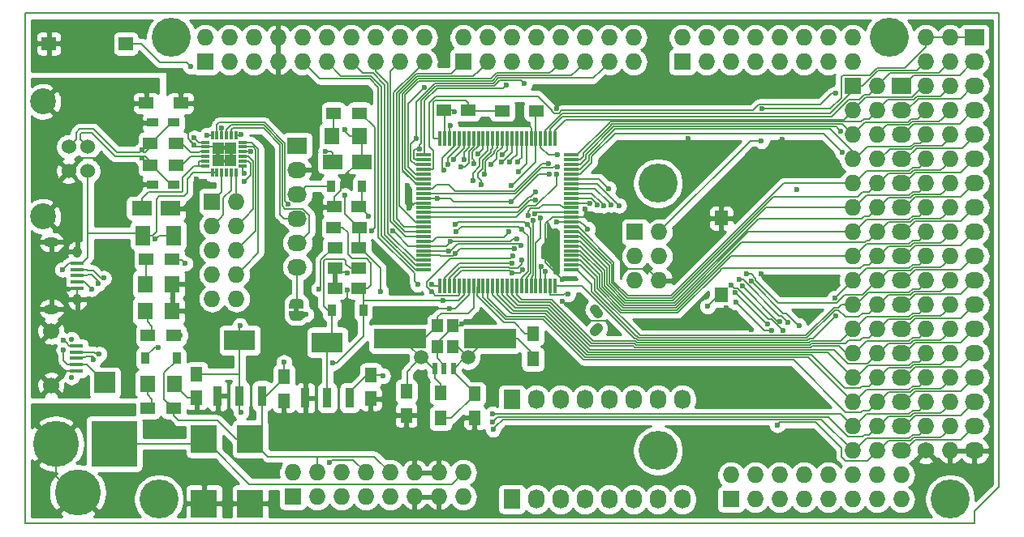
<source format=gtl>
G04 #@! TF.GenerationSoftware,KiCad,Pcbnew,5.1.0-rc1-unknown-6bb8fde~66~ubuntu16.04.1*
G04 #@! TF.CreationDate,2019-02-10T19:38:57+01:00
G04 #@! TF.ProjectId,arduino_mega_all_pins,61726475-696e-46f5-9f6d-6567615f616c,rev?*
G04 #@! TF.SameCoordinates,Original*
G04 #@! TF.FileFunction,Copper,L1,Top*
G04 #@! TF.FilePolarity,Positive*
%FSLAX46Y46*%
G04 Gerber Fmt 4.6, Leading zero omitted, Abs format (unit mm)*
G04 Created by KiCad (PCBNEW 5.1.0-rc1-unknown-6bb8fde~66~ubuntu16.04.1) date 2019-02-10 19:38:57*
%MOMM*%
%LPD*%
G04 APERTURE LIST*
%ADD10C,0.150000*%
%ADD11R,2.032000X1.727200*%
%ADD12O,2.032000X1.727200*%
%ADD13C,1.727200*%
%ADD14O,1.727200X1.727200*%
%ADD15R,0.600000X0.500000*%
%ADD16C,0.100000*%
%ADD17C,1.000000*%
%ADD18R,1.500000X0.500000*%
%ADD19R,1.500000X1.250000*%
%ADD20R,1.727200X2.032000*%
%ADD21O,1.727200X2.032000*%
%ADD22R,0.300000X1.500000*%
%ADD23R,1.500000X0.300000*%
%ADD24R,0.950000X2.150000*%
%ADD25R,3.250000X2.150000*%
%ADD26C,4.064000*%
%ADD27R,1.727200X1.727200*%
%ADD28R,2.700020X2.948940*%
%ADD29R,1.597660X1.800860*%
%ADD30R,0.850000X0.300000*%
%ADD31R,0.300000X0.850000*%
%ADD32R,1.300000X1.300000*%
%ADD33R,2.148840X1.501140*%
%ADD34R,0.910000X1.220000*%
%ADD35C,1.524000*%
%ADD36C,2.700020*%
%ADD37R,1.350000X0.400000*%
%ADD38O,0.950000X1.250000*%
%ADD39O,1.550000X1.000000*%
%ADD40C,1.700000*%
%ADD41C,0.550000*%
%ADD42R,2.235200X2.235200*%
%ADD43R,1.400000X1.500000*%
%ADD44R,1.200000X0.900000*%
%ADD45R,1.600200X1.198880*%
%ADD46R,1.650000X2.030000*%
%ADD47R,1.500000X1.300000*%
%ADD48R,1.250000X1.500000*%
%ADD49C,4.800600*%
%ADD50R,4.800600X4.800600*%
%ADD51R,1.300000X1.500000*%
%ADD52C,1.000760*%
%ADD53C,1.000760*%
%ADD54C,1.501140*%
%ADD55R,5.499100X1.998980*%
%ADD56R,0.600000X1.300000*%
%ADD57R,1.150620X1.399540*%
%ADD58R,1.500000X1.400000*%
%ADD59C,0.600000*%
%ADD60C,0.254000*%
G04 APERTURE END LIST*
D10*
X204978000Y-72771000D02*
X204978000Y-68326000D01*
X200406000Y-68326000D02*
X204978000Y-68326000D01*
X200406000Y-68326000D02*
X199898000Y-68326000D01*
X204978000Y-73406000D02*
X204978000Y-72771000D01*
X204978000Y-73406000D02*
X204978000Y-83566000D01*
X204978000Y-83566000D02*
X204978000Y-117856000D01*
X204978000Y-117856000D02*
X202438000Y-120396000D01*
X202438000Y-120396000D02*
X202438000Y-121666000D01*
X202438000Y-121666000D02*
X103378000Y-121666000D01*
X103378000Y-68326000D02*
X199898000Y-68326000D01*
X103378000Y-121666000D02*
X103378000Y-68326000D01*
D11*
X194818000Y-75946000D03*
D12*
X194818000Y-78486000D03*
X194818000Y-81026000D03*
X194818000Y-83566000D03*
X194818000Y-86106000D03*
X194818000Y-88646000D03*
X194818000Y-91186000D03*
X194818000Y-93726000D03*
X194818000Y-96266000D03*
X194818000Y-98806000D03*
X194818000Y-101346000D03*
X194818000Y-103886000D03*
X194818000Y-106426000D03*
X194818000Y-108966000D03*
X194818000Y-111506000D03*
X194818000Y-114046000D03*
D13*
X197358000Y-114046000D03*
D14*
X199898000Y-114046000D03*
X197358000Y-111506000D03*
X199898000Y-111506000D03*
X197358000Y-108966000D03*
X199898000Y-108966000D03*
X197358000Y-106426000D03*
X199898000Y-106426000D03*
X197358000Y-103886000D03*
X199898000Y-103886000D03*
X197358000Y-101346000D03*
X199898000Y-101346000D03*
X197358000Y-98806000D03*
X199898000Y-98806000D03*
X197358000Y-96266000D03*
X199898000Y-96266000D03*
X197358000Y-93726000D03*
X199898000Y-93726000D03*
X197358000Y-91186000D03*
X199898000Y-91186000D03*
X197358000Y-88646000D03*
X199898000Y-88646000D03*
X197358000Y-86106000D03*
X199898000Y-86106000D03*
X197358000Y-83566000D03*
X199898000Y-83566000D03*
X197358000Y-81026000D03*
X199898000Y-81026000D03*
X197358000Y-78486000D03*
X199898000Y-78486000D03*
X197358000Y-75946000D03*
X199898000Y-75946000D03*
X197358000Y-73406000D03*
X199898000Y-73406000D03*
X197358000Y-70866000D03*
X199898000Y-70866000D03*
D15*
X131699000Y-99314000D03*
D16*
G36*
X131998009Y-98166407D02*
G01*
X132046545Y-98173606D01*
X132094142Y-98185529D01*
X132140342Y-98202059D01*
X132184698Y-98223038D01*
X132226785Y-98248264D01*
X132266197Y-98277494D01*
X132302553Y-98310446D01*
X132335505Y-98346802D01*
X132364735Y-98386214D01*
X132389961Y-98428301D01*
X132410940Y-98472657D01*
X132427470Y-98518857D01*
X132439393Y-98566454D01*
X132446592Y-98614990D01*
X132449000Y-98663999D01*
X132449000Y-98664001D01*
X132446592Y-98713010D01*
X132439393Y-98761546D01*
X132427470Y-98809143D01*
X132410940Y-98855343D01*
X132389961Y-98899699D01*
X132364735Y-98941786D01*
X132335505Y-98981198D01*
X132302553Y-99017554D01*
X132266197Y-99050506D01*
X132226785Y-99079736D01*
X132184698Y-99104962D01*
X132140342Y-99125941D01*
X132094142Y-99142471D01*
X132046545Y-99154394D01*
X131998009Y-99161593D01*
X131949000Y-99164001D01*
X131449000Y-99164001D01*
X131399991Y-99161593D01*
X131351455Y-99154394D01*
X131303858Y-99142471D01*
X131257658Y-99125941D01*
X131213302Y-99104962D01*
X131171215Y-99079736D01*
X131131803Y-99050506D01*
X131095447Y-99017554D01*
X131062495Y-98981198D01*
X131033265Y-98941786D01*
X131008039Y-98899699D01*
X130987060Y-98855343D01*
X130970530Y-98809143D01*
X130958607Y-98761546D01*
X130951408Y-98713010D01*
X130949000Y-98664001D01*
X130949000Y-98663999D01*
X130951408Y-98614990D01*
X130958607Y-98566454D01*
X130970530Y-98518857D01*
X130987060Y-98472657D01*
X131008039Y-98428301D01*
X131033265Y-98386214D01*
X131062495Y-98346802D01*
X131095447Y-98310446D01*
X131131803Y-98277494D01*
X131171215Y-98248264D01*
X131213302Y-98223038D01*
X131257658Y-98202059D01*
X131303858Y-98185529D01*
X131351455Y-98173606D01*
X131399991Y-98166407D01*
X131449000Y-98163999D01*
X131949000Y-98163999D01*
X131998009Y-98166407D01*
X131998009Y-98166407D01*
G37*
D17*
X131699000Y-98664000D03*
D16*
G36*
X131998009Y-99466407D02*
G01*
X132046545Y-99473606D01*
X132094142Y-99485529D01*
X132140342Y-99502059D01*
X132184698Y-99523038D01*
X132226785Y-99548264D01*
X132266197Y-99577494D01*
X132302553Y-99610446D01*
X132335505Y-99646802D01*
X132364735Y-99686214D01*
X132389961Y-99728301D01*
X132410940Y-99772657D01*
X132427470Y-99818857D01*
X132439393Y-99866454D01*
X132446592Y-99914990D01*
X132449000Y-99963999D01*
X132449000Y-99964001D01*
X132446592Y-100013010D01*
X132439393Y-100061546D01*
X132427470Y-100109143D01*
X132410940Y-100155343D01*
X132389961Y-100199699D01*
X132364735Y-100241786D01*
X132335505Y-100281198D01*
X132302553Y-100317554D01*
X132266197Y-100350506D01*
X132226785Y-100379736D01*
X132184698Y-100404962D01*
X132140342Y-100425941D01*
X132094142Y-100442471D01*
X132046545Y-100454394D01*
X131998009Y-100461593D01*
X131949000Y-100464001D01*
X131449000Y-100464001D01*
X131399991Y-100461593D01*
X131351455Y-100454394D01*
X131303858Y-100442471D01*
X131257658Y-100425941D01*
X131213302Y-100404962D01*
X131171215Y-100379736D01*
X131131803Y-100350506D01*
X131095447Y-100317554D01*
X131062495Y-100281198D01*
X131033265Y-100241786D01*
X131008039Y-100199699D01*
X130987060Y-100155343D01*
X130970530Y-100109143D01*
X130958607Y-100061546D01*
X130951408Y-100013010D01*
X130949000Y-99964001D01*
X130949000Y-99963999D01*
X130951408Y-99914990D01*
X130958607Y-99866454D01*
X130970530Y-99818857D01*
X130987060Y-99772657D01*
X131008039Y-99728301D01*
X131033265Y-99686214D01*
X131062495Y-99646802D01*
X131095447Y-99610446D01*
X131131803Y-99577494D01*
X131171215Y-99548264D01*
X131213302Y-99523038D01*
X131257658Y-99502059D01*
X131303858Y-99485529D01*
X131351455Y-99473606D01*
X131399991Y-99466407D01*
X131449000Y-99463999D01*
X131949000Y-99463999D01*
X131998009Y-99466407D01*
X131998009Y-99466407D01*
G37*
D17*
X131699000Y-99964000D03*
D18*
X131699000Y-99714000D03*
X131699000Y-98914000D03*
D19*
X147078700Y-78483460D03*
X149578700Y-78483460D03*
D20*
X154178000Y-108712000D03*
D21*
X156718000Y-108712000D03*
X159258000Y-108712000D03*
X161798000Y-108712000D03*
X164338000Y-108712000D03*
X166878000Y-108712000D03*
X169418000Y-108712000D03*
X171958000Y-108712000D03*
D22*
X146676860Y-81454000D03*
X147176860Y-81454000D03*
X147676860Y-81454000D03*
X148176860Y-81454000D03*
X148676860Y-81454000D03*
X149176860Y-81454000D03*
X149676860Y-81454000D03*
X150176860Y-81454000D03*
X150676860Y-81454000D03*
X151176860Y-81454000D03*
X151676860Y-81454000D03*
X152176860Y-81454000D03*
X152676860Y-81454000D03*
X153176860Y-81454000D03*
X153676860Y-81454000D03*
X154176860Y-81454000D03*
X154676860Y-81454000D03*
X155176860Y-81454000D03*
X155676860Y-81454000D03*
X156176860Y-81454000D03*
X156676860Y-81454000D03*
X157176860Y-81454000D03*
X157676860Y-81454000D03*
X158176860Y-81454000D03*
X158676860Y-81454000D03*
D23*
X160376860Y-83154000D03*
X160376860Y-83654000D03*
X160376860Y-84154000D03*
X160376860Y-84654000D03*
X160376860Y-85154000D03*
X160376860Y-85654000D03*
X160376860Y-86154000D03*
X160376860Y-86654000D03*
X160376860Y-87154000D03*
X160376860Y-87654000D03*
X160376860Y-88154000D03*
X160376860Y-88654000D03*
X160376860Y-89154000D03*
X160376860Y-89654000D03*
X160376860Y-90154000D03*
X160376860Y-90654000D03*
X160376860Y-91154000D03*
X160376860Y-91654000D03*
X160376860Y-92154000D03*
X160376860Y-92654000D03*
X160376860Y-93154000D03*
X160376860Y-93654000D03*
X160376860Y-94154000D03*
X160376860Y-94654000D03*
X160376860Y-95154000D03*
D22*
X158676860Y-96854000D03*
X158176860Y-96854000D03*
X157676860Y-96854000D03*
X157176860Y-96854000D03*
X156676860Y-96854000D03*
X156176860Y-96854000D03*
X155676860Y-96854000D03*
X155176860Y-96854000D03*
X154676860Y-96854000D03*
X154176860Y-96854000D03*
X153676860Y-96854000D03*
X153176860Y-96854000D03*
X152676860Y-96854000D03*
X152176860Y-96854000D03*
X151676860Y-96854000D03*
X151176860Y-96854000D03*
X150676860Y-96854000D03*
X150176860Y-96854000D03*
X149676860Y-96854000D03*
X149176860Y-96854000D03*
X148676860Y-96854000D03*
X148176860Y-96854000D03*
X147676860Y-96854000D03*
X147176860Y-96854000D03*
X146676860Y-96854000D03*
D23*
X144976860Y-95154000D03*
X144976860Y-94654000D03*
X144976860Y-94154000D03*
X144976860Y-93654000D03*
X144976860Y-93154000D03*
X144976860Y-92654000D03*
X144976860Y-92154000D03*
X144976860Y-91654000D03*
X144976860Y-91154000D03*
X144976860Y-90654000D03*
X144976860Y-90154000D03*
X144976860Y-89654000D03*
X144976860Y-89154000D03*
X144976860Y-88654000D03*
X144976860Y-88154000D03*
X144976860Y-87654000D03*
X144976860Y-87154000D03*
X144976860Y-86654000D03*
X144976860Y-86154000D03*
X144976860Y-85654000D03*
X144976860Y-85154000D03*
X144976860Y-84654000D03*
X144976860Y-84154000D03*
X144976860Y-83654000D03*
X144976860Y-83154000D03*
D19*
X135678860Y-88557100D03*
X138178860Y-88557100D03*
D24*
X128075720Y-108320160D03*
X125775720Y-108320160D03*
X123475720Y-108320160D03*
D25*
X125775720Y-102520160D03*
D26*
X117348000Y-119126000D03*
X169418000Y-114046000D03*
X199898000Y-119126000D03*
X118618000Y-70866000D03*
X169418000Y-86106000D03*
X193548000Y-70866000D03*
D14*
X149098000Y-116332000D03*
X149098000Y-118872000D03*
X146558000Y-116332000D03*
X146558000Y-118872000D03*
X144018000Y-116332000D03*
X144018000Y-118872000D03*
X141478000Y-116332000D03*
X141478000Y-118872000D03*
X138938000Y-116332000D03*
X138938000Y-118872000D03*
X136398000Y-116332000D03*
X136398000Y-118872000D03*
X133858000Y-116332000D03*
X133858000Y-118872000D03*
X131318000Y-116332000D03*
D27*
X131318000Y-118872000D03*
X177038000Y-119126000D03*
D14*
X177038000Y-116586000D03*
X179578000Y-119126000D03*
X179578000Y-116586000D03*
X182118000Y-119126000D03*
X182118000Y-116586000D03*
X184658000Y-119126000D03*
X184658000Y-116586000D03*
X187198000Y-119126000D03*
X187198000Y-116586000D03*
X189738000Y-119126000D03*
X189738000Y-116586000D03*
X192278000Y-119126000D03*
X192278000Y-116586000D03*
X194818000Y-119126000D03*
X194818000Y-116586000D03*
D27*
X122174000Y-73406000D03*
D14*
X122174000Y-70866000D03*
X124714000Y-73406000D03*
X124714000Y-70866000D03*
X127254000Y-73406000D03*
X127254000Y-70866000D03*
X129794000Y-73406000D03*
X129794000Y-70866000D03*
X132334000Y-73406000D03*
X132334000Y-70866000D03*
X134874000Y-73406000D03*
X134874000Y-70866000D03*
X137414000Y-73406000D03*
X137414000Y-70866000D03*
X139954000Y-73406000D03*
X139954000Y-70866000D03*
X142494000Y-73406000D03*
X142494000Y-70866000D03*
X145034000Y-73406000D03*
X145034000Y-70866000D03*
X189738000Y-70866000D03*
X189738000Y-73406000D03*
X187198000Y-70866000D03*
X187198000Y-73406000D03*
X184658000Y-70866000D03*
X184658000Y-73406000D03*
X182118000Y-70866000D03*
X182118000Y-73406000D03*
X179578000Y-70866000D03*
X179578000Y-73406000D03*
X177038000Y-70866000D03*
X177038000Y-73406000D03*
X174498000Y-70866000D03*
X174498000Y-73406000D03*
X171958000Y-70866000D03*
D27*
X171958000Y-73406000D03*
X167005000Y-91186000D03*
D14*
X169545000Y-91186000D03*
X167005000Y-93726000D03*
X169545000Y-93726000D03*
X167005000Y-96266000D03*
X169545000Y-96266000D03*
D27*
X189738000Y-75946000D03*
D14*
X192278000Y-75946000D03*
X189738000Y-78486000D03*
X192278000Y-78486000D03*
X189738000Y-81026000D03*
X192278000Y-81026000D03*
X189738000Y-83566000D03*
X192278000Y-83566000D03*
X189738000Y-86106000D03*
X192278000Y-86106000D03*
X189738000Y-88646000D03*
X192278000Y-88646000D03*
X189738000Y-91186000D03*
X192278000Y-91186000D03*
X189738000Y-93726000D03*
X192278000Y-93726000D03*
X189738000Y-96266000D03*
X192278000Y-96266000D03*
X189738000Y-98806000D03*
X192278000Y-98806000D03*
X189738000Y-101346000D03*
X192278000Y-101346000D03*
X189738000Y-103886000D03*
X192278000Y-103886000D03*
X189738000Y-106426000D03*
X192278000Y-106426000D03*
X189738000Y-108966000D03*
X192278000Y-108966000D03*
X189738000Y-111506000D03*
X192278000Y-111506000D03*
X189738000Y-114046000D03*
X192278000Y-114046000D03*
X166878000Y-70866000D03*
X166878000Y-73406000D03*
X164338000Y-70866000D03*
X164338000Y-73406000D03*
X161798000Y-70866000D03*
X161798000Y-73406000D03*
X159258000Y-70866000D03*
X159258000Y-73406000D03*
X156718000Y-70866000D03*
X156718000Y-73406000D03*
X154178000Y-70866000D03*
X154178000Y-73406000D03*
X151638000Y-70866000D03*
X151638000Y-73406000D03*
X149098000Y-70866000D03*
D27*
X149098000Y-73406000D03*
D20*
X154178000Y-119126000D03*
D21*
X156718000Y-119126000D03*
X159258000Y-119126000D03*
X161798000Y-119126000D03*
X164338000Y-119126000D03*
X166878000Y-119126000D03*
X169418000Y-119126000D03*
X171958000Y-119126000D03*
D28*
X126873000Y-112829340D03*
X126873000Y-119580660D03*
X122047000Y-119580660D03*
X122047000Y-112829340D03*
D29*
X138236960Y-81203800D03*
X135397240Y-81203800D03*
D30*
X122202660Y-81808000D03*
X122202660Y-82308000D03*
X122202660Y-82808000D03*
X122202660Y-83308000D03*
X122202660Y-83808000D03*
X122202660Y-84308000D03*
D31*
X122902660Y-85008000D03*
X123402660Y-85008000D03*
X123902660Y-85008000D03*
X124402660Y-85008000D03*
X124902660Y-85008000D03*
X125402660Y-85008000D03*
D30*
X126102660Y-84308000D03*
X126102660Y-83808000D03*
X126102660Y-83308000D03*
X126102660Y-82808000D03*
X126102660Y-82308000D03*
X126102660Y-81808000D03*
D31*
X125402660Y-81108000D03*
X124902660Y-81108000D03*
X124402660Y-81108000D03*
X123902660Y-81108000D03*
X123402660Y-81108000D03*
X122902660Y-81108000D03*
D32*
X124802660Y-83708000D03*
X124802660Y-82408000D03*
X123502660Y-83708000D03*
X123502660Y-82408000D03*
D11*
X131772660Y-82169000D03*
D12*
X131772660Y-84709000D03*
X131772660Y-87249000D03*
X131772660Y-89789000D03*
X131772660Y-92329000D03*
X131772660Y-94869000D03*
D27*
X122882660Y-88011000D03*
D14*
X125422660Y-88011000D03*
X122882660Y-90551000D03*
X125422660Y-90551000D03*
X122882660Y-93091000D03*
X125422660Y-93091000D03*
X122882660Y-95631000D03*
X125422660Y-95631000D03*
X122882660Y-98171000D03*
X125422660Y-98171000D03*
D33*
X118551960Y-88709500D03*
X115549680Y-88709500D03*
X138496040Y-83845400D03*
X135493760Y-83845400D03*
D29*
X116151660Y-107061000D03*
X118991380Y-107061000D03*
X118711980Y-99453700D03*
X115872260Y-99453700D03*
X118750080Y-96647000D03*
X115910360Y-96647000D03*
D34*
X135377680Y-99339400D03*
X138647680Y-99339400D03*
X138553700Y-86385400D03*
X135283700Y-86385400D03*
D35*
X109928660Y-82296000D03*
X109928660Y-84836000D03*
X107929680Y-84836000D03*
X107929680Y-82296000D03*
D36*
X105229660Y-77566520D03*
X105229660Y-89565480D03*
D37*
X108824200Y-94457100D03*
X108824200Y-95107100D03*
X108824200Y-95757100D03*
X108824200Y-96407100D03*
X108824200Y-97057100D03*
D38*
X108824200Y-93257100D03*
X108824200Y-98257100D03*
D39*
X106124200Y-92257100D03*
X106124200Y-99257100D03*
D37*
X108749660Y-103094000D03*
X108749660Y-103744000D03*
X108749660Y-104394000D03*
X108749660Y-105044000D03*
X108749660Y-105694000D03*
D40*
X106074660Y-101569000D03*
X106074660Y-107219000D03*
D41*
X108224660Y-102394000D03*
X108224660Y-106392980D03*
D42*
X111706660Y-106934000D03*
D43*
X176022000Y-89736400D03*
X176013600Y-97790000D03*
D25*
X134919720Y-102736060D03*
D24*
X132619720Y-108536060D03*
X134919720Y-108536060D03*
X137219720Y-108536060D03*
D34*
X119183660Y-104394000D03*
X115913660Y-104394000D03*
D44*
X116702660Y-86233000D03*
X118902660Y-86233000D03*
X116702660Y-79756000D03*
X118902660Y-79756000D03*
D45*
X119603520Y-77724000D03*
X116001800Y-77724000D03*
D46*
X115697000Y-91567000D03*
X118857000Y-91567000D03*
D47*
X118898660Y-109601000D03*
X116198660Y-109601000D03*
X135568700Y-90703400D03*
X138268700Y-90703400D03*
X138268700Y-78765400D03*
X135568700Y-78765400D03*
X118898660Y-101981000D03*
X116198660Y-101981000D03*
X116031020Y-94018100D03*
X118731020Y-94018100D03*
X116452660Y-84201000D03*
X119152660Y-84201000D03*
X119152660Y-81915000D03*
X116452660Y-81915000D03*
D19*
X138194100Y-92837000D03*
X135694100Y-92837000D03*
D48*
X139435840Y-108633580D03*
X139435840Y-106133580D03*
D19*
X138206800Y-94970600D03*
X135706800Y-94970600D03*
D48*
X130385820Y-108846940D03*
X130385820Y-106346940D03*
X121272300Y-108526900D03*
X121272300Y-106026900D03*
D49*
X106573320Y-113347500D03*
D50*
X112669320Y-113347500D03*
D49*
X108859320Y-118427500D03*
D19*
X135706800Y-97091500D03*
X138206800Y-97091500D03*
D48*
X150266400Y-110609700D03*
X150266400Y-108109700D03*
X143141700Y-107863320D03*
X143141700Y-110363320D03*
D45*
X156763720Y-78534260D03*
X153162000Y-78534260D03*
D51*
X156359860Y-104494320D03*
X156359860Y-101794320D03*
X146710400Y-110666520D03*
X146710400Y-107966520D03*
D52*
X162983066Y-99495766D03*
D53*
X162806155Y-99318855D02*
X163159977Y-99672677D01*
D52*
X162983066Y-101418234D03*
D53*
X163159977Y-101241323D02*
X162806155Y-101595145D01*
D54*
X144696884Y-104309490D03*
X149578764Y-104309490D03*
D55*
X142476924Y-102366390D03*
X151874924Y-102366390D03*
D56*
X147097224Y-105452490D03*
X148047224Y-105452490D03*
X146147224Y-105452490D03*
D57*
X147988724Y-101004950D03*
X147988724Y-103204590D03*
X146388524Y-101004950D03*
X146388524Y-103204590D03*
D11*
X202438000Y-70866000D03*
D12*
X202438000Y-73406000D03*
X202438000Y-75946000D03*
X202438000Y-78486000D03*
X202438000Y-81026000D03*
X202438000Y-83566000D03*
X202438000Y-86106000D03*
X202438000Y-88646000D03*
X202438000Y-91186000D03*
X202438000Y-93726000D03*
X202438000Y-96266000D03*
X202438000Y-98806000D03*
X202438000Y-101346000D03*
X202438000Y-103886000D03*
X202438000Y-106426000D03*
X202438000Y-108966000D03*
X202438000Y-111506000D03*
X202438000Y-114046000D03*
D58*
X105840000Y-71501000D03*
X113893600Y-71509400D03*
D59*
X123502660Y-82408000D03*
X124802660Y-83708000D03*
X124802660Y-82408000D03*
X123502660Y-83708000D03*
X122047000Y-77851000D03*
X129794000Y-74676000D03*
X137033000Y-95504000D03*
X137033000Y-97282000D03*
X137795000Y-100965000D03*
X140081000Y-99822000D03*
X143410662Y-88745338D03*
X148209000Y-78613000D03*
X154813000Y-80010000D03*
X124460000Y-110363000D03*
X148971000Y-100838000D03*
X147701000Y-99170000D03*
X126568200Y-115392200D03*
X117411500Y-112433100D03*
X120002300Y-116116100D03*
X142430500Y-96405700D03*
X133718300Y-85483700D03*
X133807200Y-87312500D03*
X164706300Y-101739700D03*
X158846893Y-78326010D03*
X172593000Y-81407000D03*
X173736000Y-83439000D03*
X180086000Y-83566000D03*
X178943000Y-86106000D03*
X183896000Y-86741000D03*
X178689000Y-88519000D03*
X182372000Y-81534000D03*
X174231300Y-108661200D03*
X181813200Y-105854500D03*
X183769000Y-108839000D03*
X185166000Y-112069601D03*
X161798000Y-88773000D03*
X158750000Y-91045989D03*
X132080000Y-79756000D03*
X136461500Y-85407500D03*
X136779000Y-80518000D03*
X143256000Y-86360000D03*
X120986460Y-82072603D03*
X121285000Y-85661500D03*
X131318000Y-74866500D03*
X159435800Y-96113600D03*
X159461200Y-98425000D03*
X180162200Y-95580200D03*
X185115200Y-96113600D03*
X176504600Y-99136200D03*
X184937400Y-99949000D03*
X179197000Y-101371400D03*
X152201880Y-111815880D03*
X141740343Y-91050657D03*
X154664978Y-91914207D03*
X139572998Y-91059000D03*
X147764500Y-92202000D03*
X153886177Y-91173527D03*
X181864000Y-111379000D03*
X148289485Y-93434778D03*
X152172267Y-110212731D03*
X154413889Y-92956311D03*
X147581997Y-93185824D03*
X152173052Y-111030446D03*
X155101509Y-92632104D03*
X187960000Y-99949000D03*
X187858400Y-98094800D03*
X178665185Y-95604015D03*
X164236400Y-86639400D03*
X188665389Y-82898003D03*
X188468000Y-80645006D03*
X154124660Y-86360000D03*
X154124660Y-88010034D03*
X146987260Y-98354011D03*
X162088215Y-90907769D03*
X130393440Y-104823260D03*
X135444720Y-104874060D03*
X158877000Y-90170000D03*
X139192000Y-89535000D03*
X146431000Y-87654000D03*
X180225700Y-78326010D03*
X158071790Y-85164471D03*
X180217454Y-81668590D03*
X140700760Y-106235500D03*
X147087846Y-84735848D03*
X147498020Y-84107935D03*
X148107256Y-83610058D03*
X149194539Y-83646768D03*
X148888021Y-84348774D03*
X150223282Y-84089462D03*
X150587595Y-83071043D03*
X150111460Y-85852000D03*
X150936960Y-86207600D03*
X151327068Y-85141117D03*
X151951421Y-84167958D03*
X153127649Y-83138781D03*
X153117617Y-83888726D03*
X153921460Y-83870800D03*
X154759660Y-83845400D03*
X154877518Y-84871512D03*
X147716147Y-80043673D03*
X145818858Y-96659700D03*
X144327880Y-96659700D03*
X145011299Y-76113799D03*
X153606500Y-75819000D03*
X155760300Y-90435442D03*
X148268999Y-90428615D03*
X155187233Y-90919294D03*
X148336000Y-91195618D03*
X144200880Y-81445100D03*
X155453080Y-75702160D03*
X144558990Y-82491203D03*
X155837846Y-89446423D03*
X156566157Y-89267314D03*
X156613858Y-87845900D03*
X156677360Y-87007700D03*
X157159951Y-89725491D03*
X156373497Y-89995283D03*
X134747000Y-82740502D03*
X126936500Y-82808000D03*
X133997700Y-97142276D03*
X132715000Y-99821996D03*
X145761170Y-97409689D03*
X174586900Y-98971100D03*
X140462000Y-97396300D03*
X136779000Y-87376000D03*
X120650000Y-73914000D03*
X154298830Y-93688964D03*
X125912880Y-110002320D03*
X135128000Y-115316000D03*
X125793500Y-100965000D03*
X116967000Y-91948000D03*
X117284504Y-103251000D03*
X107261660Y-95123000D03*
X107361557Y-102483839D03*
X111571978Y-96018863D03*
X115554179Y-83483000D03*
X111118181Y-103966479D03*
X111452660Y-83693000D03*
X107886660Y-97155000D03*
X112936020Y-87185500D03*
X112758220Y-93662500D03*
X112910620Y-100901500D03*
X113139220Y-104660700D03*
X108618020Y-100850700D03*
X110970936Y-96619905D03*
X110517139Y-104567521D03*
X115554179Y-82633000D03*
X110309660Y-97155000D03*
X107388661Y-103505000D03*
X130810000Y-88265000D03*
X121031000Y-81374010D03*
X122364500Y-81089498D03*
X123902660Y-80327472D03*
X125920500Y-80962500D03*
X187960000Y-76708000D03*
X157657800Y-95326200D03*
X158012831Y-84023769D03*
X159994600Y-97713800D03*
X158902400Y-84404200D03*
X184124600Y-100990400D03*
X162328816Y-88214785D03*
X179120509Y-96301249D03*
X158851600Y-85166200D03*
X163072454Y-88390187D03*
X177876200Y-96189800D03*
X182956200Y-100609400D03*
X154174966Y-94477789D03*
X163772160Y-88410884D03*
X178203614Y-96872110D03*
X182149082Y-100527518D03*
X155219400Y-94081600D03*
X164533003Y-88341201D03*
X177056872Y-96759051D03*
X182422798Y-101473000D03*
X154203400Y-95504000D03*
X155321002Y-95148400D03*
X165339713Y-88431751D03*
X177494971Y-97538235D03*
X180868988Y-100835044D03*
X157226000Y-94767400D03*
X119580660Y-101981000D03*
X126238000Y-85026500D03*
X126238000Y-85915500D03*
X120078500Y-94488000D03*
X177520600Y-98552000D03*
X158902404Y-83134200D03*
X181315023Y-101507298D03*
D10*
X124802660Y-83708000D02*
X124802660Y-82408000D01*
X121243660Y-82308000D02*
X122202660Y-82308000D01*
X120372660Y-81437000D02*
X121243660Y-82308000D01*
X119603520Y-77724000D02*
X121104660Y-77724000D01*
X121358660Y-77978000D02*
X121358660Y-78389000D01*
X121104660Y-77724000D02*
X121358660Y-77978000D01*
X121358660Y-78389000D02*
X120372660Y-79375000D01*
X123402660Y-82308000D02*
X123502660Y-82408000D01*
X122202660Y-82308000D02*
X123402660Y-82308000D01*
X123502660Y-83708000D02*
X124802660Y-83708000D01*
X123502660Y-82408000D02*
X124802660Y-82408000D01*
X123502660Y-82408000D02*
X123502660Y-83708000D01*
X108258784Y-118427500D02*
X108859320Y-118427500D01*
X106573320Y-116742036D02*
X108258784Y-118427500D01*
X106573320Y-113347500D02*
X106573320Y-116742036D01*
X146388524Y-102729610D02*
X146388524Y-103204590D01*
X147988724Y-101129410D02*
X146388524Y-102729610D01*
X147988724Y-101004950D02*
X147988724Y-101129410D01*
X147097224Y-105102490D02*
X147097224Y-105452490D01*
X146388524Y-104393790D02*
X147097224Y-105102490D01*
X146388524Y-103204590D02*
X146388524Y-104393790D01*
X120372660Y-79629000D02*
X120372660Y-81437000D01*
X120372660Y-79375000D02*
X120372660Y-79629000D01*
X121920000Y-77724000D02*
X122047000Y-77851000D01*
X119603520Y-77724000D02*
X121920000Y-77724000D01*
X122346999Y-77551001D02*
X125140999Y-77551001D01*
X122047000Y-77851000D02*
X122346999Y-77551001D01*
X125140999Y-77551001D02*
X127889000Y-74803000D01*
X129667000Y-74803000D02*
X129794000Y-74676000D01*
X127889000Y-74803000D02*
X129667000Y-74803000D01*
X136923780Y-95394780D02*
X137033000Y-95504000D01*
X135788080Y-95394780D02*
X136923780Y-95394780D01*
X137033000Y-100203000D02*
X137795000Y-100965000D01*
X137033000Y-97282000D02*
X137033000Y-100203000D01*
X144002000Y-88154000D02*
X143410662Y-88745338D01*
X144976860Y-88154000D02*
X144002000Y-88154000D01*
X148079460Y-78483460D02*
X148209000Y-78613000D01*
X147078700Y-78483460D02*
X148079460Y-78483460D01*
X154813000Y-80010000D02*
X155829000Y-80010000D01*
X156176860Y-80357860D02*
X156176860Y-81454000D01*
X155829000Y-80010000D02*
X156176860Y-80357860D01*
X118991380Y-107162600D02*
X118991380Y-107061000D01*
X120355680Y-108526900D02*
X118991380Y-107162600D01*
X121272300Y-108526900D02*
X120355680Y-108526900D01*
X123475720Y-109545160D02*
X123571000Y-109640440D01*
X123475720Y-108320160D02*
X123475720Y-109545160D01*
X123571000Y-109640440D02*
X123571000Y-109855000D01*
X123571000Y-109855000D02*
X123825000Y-110109000D01*
X124079000Y-110363000D02*
X124460000Y-110363000D01*
X123825000Y-110109000D02*
X124079000Y-110363000D01*
X148804050Y-101004950D02*
X148971000Y-100838000D01*
X147988724Y-101004950D02*
X148804050Y-101004950D01*
X148260860Y-99170000D02*
X148125264Y-99170000D01*
X149676860Y-97754000D02*
X148260860Y-99170000D01*
X148125264Y-99170000D02*
X147701000Y-99170000D01*
X149676860Y-96854000D02*
X149676860Y-97754000D01*
X140733000Y-99170000D02*
X140081000Y-99822000D01*
X147701000Y-99170000D02*
X140733000Y-99170000D01*
X168681401Y-95402401D02*
X169545000Y-96266000D01*
X166044999Y-95077399D02*
X168356399Y-95077399D01*
X168356399Y-95077399D02*
X168681401Y-95402401D01*
X163677600Y-91770200D02*
X165618160Y-93710760D01*
X165618160Y-93710760D02*
X165618160Y-94650560D01*
X165618160Y-94650560D02*
X166044999Y-95077399D01*
X132938660Y-84709000D02*
X133002160Y-84772500D01*
X131772660Y-84709000D02*
X132938660Y-84709000D01*
X133002160Y-84772500D02*
X133311900Y-84772500D01*
X133718300Y-85178900D02*
X133718300Y-85483700D01*
X133311900Y-84772500D02*
X133718300Y-85178900D01*
X163677600Y-100431600D02*
X163995100Y-100431600D01*
X163449000Y-100431600D02*
X163677600Y-100431600D01*
X163449000Y-100431600D02*
X163995100Y-100431600D01*
X163995100Y-100431600D02*
X164706300Y-101142800D01*
X164706300Y-101142800D02*
X164706300Y-101739700D01*
X173736000Y-82550000D02*
X173736000Y-83439000D01*
X172593000Y-81407000D02*
X173736000Y-82550000D01*
X178943000Y-84709000D02*
X178943000Y-86106000D01*
X180086000Y-83566000D02*
X178943000Y-84709000D01*
X178943000Y-88265000D02*
X178689000Y-88519000D01*
X178943000Y-86106000D02*
X178943000Y-88265000D01*
X182118000Y-81534000D02*
X182372000Y-81534000D01*
X180086000Y-83566000D02*
X182118000Y-81534000D01*
X179006500Y-108661200D02*
X181813200Y-105854500D01*
X174231300Y-108661200D02*
X179006500Y-108661200D01*
X181813200Y-106883200D02*
X183769000Y-108839000D01*
X181813200Y-105854500D02*
X181813200Y-106883200D01*
X162209100Y-89654000D02*
X163677600Y-91122500D01*
X163677600Y-91122500D02*
X163677600Y-91770200D01*
X161925000Y-89654000D02*
X162209100Y-89654000D01*
X160376860Y-89654000D02*
X161925000Y-89654000D01*
X161925000Y-89654000D02*
X161925000Y-88900000D01*
X161925000Y-88900000D02*
X161798000Y-88773000D01*
X138496040Y-81462880D02*
X138236960Y-81203800D01*
X138496040Y-83845400D02*
X138496040Y-81462880D01*
X138496040Y-83845400D02*
X138172190Y-83845400D01*
X138172190Y-83845400D02*
X136610090Y-85407500D01*
X136610090Y-85407500D02*
X136461500Y-85407500D01*
X136779000Y-80694670D02*
X136779000Y-80518000D01*
X137288130Y-81203800D02*
X136779000Y-80694670D01*
X138236960Y-81203800D02*
X137288130Y-81203800D01*
X136461500Y-85831764D02*
X136461500Y-85407500D01*
X135678860Y-87523640D02*
X136334500Y-86868000D01*
X135678860Y-88557100D02*
X135678860Y-87523640D01*
X136334500Y-86868000D02*
X136334500Y-85958764D01*
X136334500Y-85958764D02*
X136461500Y-85831764D01*
X143410662Y-86514662D02*
X143256000Y-86360000D01*
X143410662Y-88745338D02*
X143410662Y-86514662D01*
X147193000Y-78597760D02*
X147193000Y-81437860D01*
X147193000Y-81437860D02*
X147176860Y-81454000D01*
X147078700Y-78483460D02*
X147193000Y-78597760D01*
X120686461Y-81772604D02*
X120986460Y-82072603D01*
X120372660Y-81458803D02*
X120686461Y-81772604D01*
X120372660Y-79629000D02*
X120372660Y-81458803D01*
X121285000Y-87200880D02*
X121285000Y-86085764D01*
X119776380Y-88709500D02*
X121285000Y-87200880D01*
X121285000Y-86085764D02*
X121285000Y-85661500D01*
X118551960Y-88709500D02*
X119776380Y-88709500D01*
X132080000Y-79756000D02*
X132080000Y-75628500D01*
X132080000Y-75628500D02*
X131617999Y-75166499D01*
X131617999Y-75166499D02*
X131318000Y-74866500D01*
X158750000Y-91045989D02*
X157683200Y-92112789D01*
X160376860Y-89654000D02*
X158377000Y-89654000D01*
X158377000Y-89654000D02*
X157683200Y-90347800D01*
X157683200Y-92112789D02*
X157683200Y-93276336D01*
X157683200Y-90347800D02*
X157683200Y-93276336D01*
X159135801Y-95813601D02*
X159435800Y-96113600D01*
X157683200Y-93276336D02*
X157683200Y-94361000D01*
X157683200Y-94361000D02*
X159135801Y-95813601D01*
X163449000Y-100431600D02*
X161467800Y-100431600D01*
X161467800Y-100431600D02*
X159761199Y-98724999D01*
X159761199Y-98724999D02*
X159461200Y-98425000D01*
X180462199Y-95880199D02*
X181554399Y-95880199D01*
X180162200Y-95580200D02*
X180462199Y-95880199D01*
X181787800Y-96113600D02*
X185115200Y-96113600D01*
X181554399Y-95880199D02*
X181787800Y-96113600D01*
X178772736Y-101371400D02*
X179197000Y-101371400D01*
X178739800Y-101371400D02*
X178772736Y-101371400D01*
X176504600Y-99136200D02*
X178739800Y-101371400D01*
X196011801Y-112369599D02*
X195624020Y-112757380D01*
X190753999Y-113182401D02*
X189890400Y-114046000D01*
X196646801Y-112369599D02*
X196011801Y-112369599D01*
X195624020Y-112757380D02*
X191179020Y-112757380D01*
X197510400Y-111506000D02*
X196646801Y-112369599D01*
X191179020Y-112757380D02*
X190753999Y-113182401D01*
X142040342Y-91350656D02*
X141740343Y-91050657D01*
X144976860Y-92654000D02*
X143343686Y-92654000D01*
X143343686Y-92654000D02*
X142040342Y-91350656D01*
X139872997Y-90759001D02*
X139572998Y-91059000D01*
X139872997Y-80269697D02*
X139872997Y-80492600D01*
X138368700Y-78765400D02*
X139872997Y-80269697D01*
X138268700Y-78765400D02*
X138368700Y-78765400D01*
X139872997Y-80492600D02*
X139872997Y-90759001D01*
X186468998Y-110776998D02*
X153240762Y-110776998D01*
X152501879Y-111515881D02*
X152201880Y-111815880D01*
X189738000Y-114046000D02*
X186468998Y-110776998D01*
X153240762Y-110776998D02*
X152501879Y-111515881D01*
X148234763Y-92156001D02*
X148188764Y-92202000D01*
X148188764Y-92202000D02*
X147764500Y-92202000D01*
X153998920Y-92156001D02*
X148234763Y-92156001D01*
X154240714Y-91914207D02*
X153998920Y-92156001D01*
X147464501Y-92501999D02*
X147764500Y-92202000D01*
X144976860Y-92654000D02*
X147312500Y-92654000D01*
X147312500Y-92654000D02*
X147464501Y-92501999D01*
X154664978Y-91914207D02*
X154240714Y-91914207D01*
X198903410Y-112652990D02*
X199186801Y-112369599D01*
X199186801Y-112369599D02*
X200050400Y-111506000D01*
X196081978Y-112652990D02*
X198903410Y-112652990D01*
X192430400Y-114046000D02*
X193469009Y-113007391D01*
X193469009Y-113007391D02*
X195727577Y-113007391D01*
X195727577Y-113007391D02*
X196081978Y-112652990D01*
X192278000Y-114046000D02*
X191239399Y-115084601D01*
X182163999Y-111079001D02*
X185882001Y-111079001D01*
X181864000Y-111379000D02*
X182163999Y-111079001D01*
X185882001Y-111079001D02*
X188595000Y-113792000D01*
X188595000Y-114703601D02*
X188976000Y-115084601D01*
X188595000Y-113792000D02*
X188595000Y-114703601D01*
X191239399Y-115084601D02*
X188976000Y-115084601D01*
X153586178Y-91473526D02*
X153886177Y-91173527D01*
X148061104Y-91732100D02*
X153327604Y-91732100D01*
X144976860Y-92154000D02*
X145876860Y-92154000D01*
X153327604Y-91732100D02*
X153586178Y-91473526D01*
X148056002Y-91726998D02*
X148061104Y-91732100D01*
X145876860Y-92154000D02*
X146303862Y-91726998D01*
X146303862Y-91726998D02*
X148056002Y-91726998D01*
X196011801Y-109829599D02*
X195624020Y-110217380D01*
X190753999Y-110642401D02*
X189890400Y-111506000D01*
X196646801Y-109829599D02*
X196011801Y-109829599D01*
X195624020Y-110217380D02*
X191179020Y-110217380D01*
X197510400Y-108966000D02*
X196646801Y-109829599D01*
X191179020Y-110217380D02*
X190753999Y-110642401D01*
X147989486Y-93734777D02*
X148289485Y-93434778D01*
X146739733Y-93734777D02*
X147989486Y-93734777D01*
X146658956Y-93654000D02*
X146739733Y-93734777D01*
X144976860Y-93654000D02*
X146658956Y-93654000D01*
X152596531Y-110212731D02*
X152172267Y-110212731D01*
X188444731Y-110212731D02*
X152172267Y-110212731D01*
X189738000Y-111506000D02*
X188444731Y-110212731D01*
X148767952Y-92956311D02*
X153989625Y-92956311D01*
X153989625Y-92956311D02*
X154413889Y-92956311D01*
X148289485Y-93434778D02*
X148767952Y-92956311D01*
X198903410Y-110112990D02*
X199186801Y-109829599D01*
X199186801Y-109829599D02*
X200050400Y-108966000D01*
X196081978Y-110112990D02*
X198903410Y-110112990D01*
X192430400Y-111506000D02*
X193469009Y-110467391D01*
X193469009Y-110467391D02*
X195727577Y-110467391D01*
X195727577Y-110467391D02*
X196081978Y-110112990D01*
X144976860Y-93154000D02*
X147550173Y-93154000D01*
X147550173Y-93154000D02*
X147581997Y-93185824D01*
X144976860Y-93154000D02*
X147760156Y-93154000D01*
X148474948Y-92439208D02*
X154908613Y-92439208D01*
X154908613Y-92439208D02*
X155101509Y-92632104D01*
X147760156Y-93154000D02*
X148474948Y-92439208D01*
X152473051Y-110730447D02*
X152173052Y-111030446D01*
X187221857Y-110526987D02*
X152676511Y-110526987D01*
X190731399Y-112544601D02*
X189239471Y-112544601D01*
X191414401Y-112369599D02*
X190906401Y-112369599D01*
X192278000Y-111506000D02*
X191414401Y-112369599D01*
X190906401Y-112369599D02*
X190731399Y-112544601D01*
X189239471Y-112544601D02*
X187221857Y-110526987D01*
X152676511Y-110526987D02*
X152473051Y-110730447D01*
X196011801Y-107289599D02*
X195624020Y-107677380D01*
X190753999Y-108102401D02*
X189890400Y-108966000D01*
X196646801Y-107289599D02*
X196011801Y-107289599D01*
X195624020Y-107677380D02*
X191179020Y-107677380D01*
X197510400Y-106426000D02*
X196646801Y-107289599D01*
X191179020Y-107677380D02*
X190753999Y-108102401D01*
X151676860Y-97754000D02*
X151676860Y-96854000D01*
X151676860Y-98095756D02*
X151676860Y-97754000D01*
X153510470Y-99929366D02*
X153453904Y-99872800D01*
X153453904Y-99872800D02*
X151676860Y-98095756D01*
X157550928Y-100037609D02*
X153618713Y-100037609D01*
X185053899Y-104281899D02*
X166591344Y-104281899D01*
X161776328Y-104263010D02*
X157550928Y-100037609D01*
X166591344Y-104281899D02*
X166572456Y-104263011D01*
X166572456Y-104263011D02*
X161776328Y-104263010D01*
X153618713Y-100037609D02*
X153453904Y-99872800D01*
X189738000Y-108966000D02*
X185053899Y-104281899D01*
X198903410Y-107572990D02*
X199186801Y-107289599D01*
X199186801Y-107289599D02*
X200050400Y-106426000D01*
X196081978Y-107572990D02*
X198903410Y-107572990D01*
X192430400Y-108966000D02*
X193469009Y-107927391D01*
X193469009Y-107927391D02*
X195727577Y-107927391D01*
X195727577Y-107927391D02*
X196081978Y-107572990D01*
X190779401Y-109829599D02*
X191414401Y-109829599D01*
X190604399Y-110004601D02*
X190779401Y-109829599D01*
X188998601Y-110004601D02*
X190604399Y-110004601D01*
X151176860Y-98020034D02*
X153494446Y-100337620D01*
X183541374Y-104547374D02*
X188998601Y-110004601D01*
X153494446Y-100337620D02*
X157426660Y-100337620D01*
X151176860Y-96854000D02*
X151176860Y-98020034D01*
X191414401Y-109829599D02*
X192278000Y-108966000D01*
X161636414Y-104547374D02*
X183541374Y-104547374D01*
X157426660Y-100337620D02*
X161636414Y-104547374D01*
X152676860Y-96854000D02*
X152676860Y-97754000D01*
X154137360Y-99214500D02*
X154252205Y-99329345D01*
X152676860Y-97754000D02*
X154137360Y-99214500D01*
X162009215Y-103647341D02*
X161979904Y-103618029D01*
X154360447Y-99437587D02*
X154137360Y-99214500D01*
X157799464Y-99437587D02*
X154360447Y-99437587D01*
X196011801Y-104749599D02*
X195624020Y-105137380D01*
X191380188Y-105137380D02*
X190091568Y-106426000D01*
X195624020Y-105137380D02*
X191380188Y-105137380D01*
X190091568Y-106426000D02*
X189890400Y-106426000D01*
X197510400Y-103886000D02*
X196646801Y-104749599D01*
X196646801Y-104749599D02*
X196011801Y-104749599D01*
X161866875Y-103505000D02*
X157799464Y-99437587D01*
X161979904Y-103618029D02*
X161866875Y-103505000D01*
X166798458Y-103781877D02*
X166775581Y-103759000D01*
X166775581Y-103759000D02*
X162120875Y-103759000D01*
X162120875Y-103759000D02*
X161866875Y-103505000D01*
X187093877Y-103781877D02*
X166798458Y-103781877D01*
X189738000Y-106426000D02*
X187093877Y-103781877D01*
X198903410Y-105032990D02*
X199186801Y-104749599D01*
X199186801Y-104749599D02*
X200050400Y-103886000D01*
X196081978Y-105032990D02*
X198903410Y-105032990D01*
X192430400Y-106426000D02*
X193469009Y-105387391D01*
X193469009Y-105387391D02*
X195727577Y-105387391D01*
X195727577Y-105387391D02*
X196081978Y-105032990D01*
X152176860Y-96854000D02*
X152176860Y-97754000D01*
X153952760Y-99529900D02*
X154052216Y-99629356D01*
X152176860Y-97754000D02*
X153952760Y-99529900D01*
X161950596Y-104013000D02*
X166676013Y-104013000D01*
X191414401Y-107289599D02*
X192278000Y-106426000D01*
X153952760Y-99529900D02*
X154160458Y-99737598D01*
X190652401Y-107289599D02*
X191414401Y-107289599D01*
X190477399Y-107464601D02*
X190652401Y-107289599D01*
X188871601Y-107464601D02*
X190477399Y-107464601D01*
X166694901Y-104031888D02*
X185438888Y-104031888D01*
X166676013Y-104013000D02*
X166694901Y-104031888D01*
X185438888Y-104031888D02*
X188871601Y-107464601D01*
X157675196Y-99737598D02*
X161950596Y-104013000D01*
X154160458Y-99737598D02*
X157675196Y-99737598D01*
X196011801Y-102209599D02*
X195624020Y-102597380D01*
X190753999Y-103022401D02*
X189890400Y-103886000D01*
X196646801Y-102209599D02*
X196011801Y-102209599D01*
X195624020Y-102597380D02*
X191179020Y-102597380D01*
X197510400Y-101346000D02*
X196646801Y-102209599D01*
X191179020Y-102597380D02*
X190753999Y-103022401D01*
X162334435Y-103124000D02*
X158048000Y-98837565D01*
X154760425Y-98837565D02*
X153676860Y-97754000D01*
X189738000Y-103886000D02*
X189103000Y-103886000D01*
X185353585Y-103281855D02*
X167005572Y-103281855D01*
X189103000Y-103886000D02*
X188341000Y-103124000D01*
X167005572Y-103281855D02*
X166847717Y-103124000D01*
X166847717Y-103124000D02*
X162334435Y-103124000D01*
X158048000Y-98837565D02*
X154760425Y-98837565D01*
X153676860Y-97754000D02*
X153676860Y-96854000D01*
X188341000Y-103124000D02*
X185511440Y-103124000D01*
X185511440Y-103124000D02*
X185353585Y-103281855D01*
X198903410Y-102492990D02*
X199186801Y-102209599D01*
X199186801Y-102209599D02*
X200050400Y-101346000D01*
X196081978Y-102492990D02*
X198903410Y-102492990D01*
X192430400Y-103886000D02*
X193469009Y-102847391D01*
X193469009Y-102847391D02*
X195727577Y-102847391D01*
X195727577Y-102847391D02*
X196081978Y-102492990D01*
X153176860Y-97754000D02*
X153176860Y-96854000D01*
X166902015Y-103531866D02*
X166875149Y-103505000D01*
X154560436Y-99137576D02*
X153176860Y-97754000D01*
X162291156Y-103505000D02*
X157923732Y-99137576D01*
X166875149Y-103505000D02*
X162291156Y-103505000D01*
X157923732Y-99137576D02*
X154560436Y-99137576D01*
X185457142Y-103531866D02*
X166902015Y-103531866D01*
X187819870Y-103505000D02*
X185484008Y-103505000D01*
X192278000Y-103886000D02*
X191239399Y-104924601D01*
X185484008Y-103505000D02*
X185457142Y-103531866D01*
X191239399Y-104924601D02*
X189239471Y-104924601D01*
X189239471Y-104924601D02*
X187819870Y-103505000D01*
X196011801Y-99669599D02*
X195624020Y-100057380D01*
X190753999Y-100482401D02*
X189890400Y-101346000D01*
X196646801Y-99669599D02*
X196011801Y-99669599D01*
X195624020Y-100057380D02*
X191179020Y-100057380D01*
X197510400Y-98806000D02*
X196646801Y-99669599D01*
X191179020Y-100057380D02*
X190753999Y-100482401D01*
X155160403Y-98237543D02*
X154676860Y-97754000D01*
X188479967Y-102604033D02*
X185324271Y-102604033D01*
X167212686Y-102781833D02*
X167013854Y-102583001D01*
X189738000Y-101346000D02*
X188479967Y-102604033D01*
X185146471Y-102781833D02*
X167212686Y-102781833D01*
X162641994Y-102583001D02*
X158296536Y-98237543D01*
X185324271Y-102604033D02*
X185146471Y-102781833D01*
X154676860Y-97754000D02*
X154676860Y-96854000D01*
X167013854Y-102583001D02*
X162641994Y-102583001D01*
X158296536Y-98237543D02*
X155160403Y-98237543D01*
X198903410Y-99952990D02*
X199186801Y-99669599D01*
X199186801Y-99669599D02*
X200050400Y-98806000D01*
X196081978Y-99952990D02*
X198903410Y-99952990D01*
X192430400Y-101346000D02*
X193469009Y-100307391D01*
X193469009Y-100307391D02*
X195727577Y-100307391D01*
X195727577Y-100307391D02*
X196081978Y-99952990D01*
X167109129Y-103031844D02*
X185250028Y-103031844D01*
X185411872Y-102870000D02*
X188976000Y-102870000D01*
X154176860Y-97754000D02*
X154960414Y-98537554D01*
X158172268Y-98537554D02*
X162504714Y-102870000D01*
X154960414Y-98537554D02*
X158172268Y-98537554D01*
X166947285Y-102870000D02*
X167109129Y-103031844D01*
X191414401Y-102209599D02*
X192278000Y-101346000D01*
X189357000Y-102489000D02*
X190500000Y-102489000D01*
X188976000Y-102870000D02*
X189357000Y-102489000D01*
X185250028Y-103031844D02*
X185411872Y-102870000D01*
X154176860Y-96854000D02*
X154176860Y-97754000D01*
X162504714Y-102870000D02*
X166947285Y-102870000D01*
X190779401Y-102209599D02*
X191414401Y-102209599D01*
X190500000Y-102489000D02*
X190779401Y-102209599D01*
X197510400Y-96266000D02*
X196646801Y-97129599D01*
X196646801Y-97129599D02*
X196011801Y-97129599D01*
X190091568Y-98806000D02*
X189890400Y-98806000D01*
X191380188Y-97517380D02*
X190091568Y-98806000D01*
X195624020Y-97517380D02*
X191380188Y-97517380D01*
X196011801Y-97129599D02*
X195624020Y-97517380D01*
X160376860Y-94654000D02*
X161276860Y-94654000D01*
X162807812Y-97316255D02*
X167523357Y-102031800D01*
X161276860Y-94654000D02*
X162807812Y-96184952D01*
X188516686Y-98806000D02*
X189738000Y-98806000D01*
X184835800Y-102031800D02*
X187770613Y-99096987D01*
X162807812Y-96184952D02*
X162807812Y-97316255D01*
X188225699Y-99096987D02*
X188516686Y-98806000D01*
X167523357Y-102031800D02*
X184835800Y-102031800D01*
X187770613Y-99096987D02*
X188225699Y-99096987D01*
X198903410Y-97412990D02*
X199186801Y-97129599D01*
X199186801Y-97129599D02*
X200050400Y-96266000D01*
X196081978Y-97412990D02*
X198903410Y-97412990D01*
X192430400Y-98806000D02*
X193469009Y-97767391D01*
X193469009Y-97767391D02*
X195727577Y-97767391D01*
X195727577Y-97767391D02*
X196081978Y-97412990D01*
X167145889Y-102078611D02*
X162509200Y-97441922D01*
X162509200Y-97441922D02*
X162509200Y-96686340D01*
X167216600Y-102078611D02*
X167145889Y-102078611D01*
X188246998Y-99346998D02*
X187874170Y-99346998D01*
X191414401Y-99669599D02*
X190779401Y-99669599D01*
X187874170Y-99346998D02*
X184939357Y-102281811D01*
X190373000Y-100076000D02*
X188976000Y-100076000D01*
X190779401Y-99669599D02*
X190373000Y-100076000D01*
X160976860Y-95154000D02*
X160376860Y-95154000D01*
X188976000Y-100076000D02*
X188246998Y-99346998D01*
X162509200Y-96686340D02*
X160976860Y-95154000D01*
X192278000Y-98806000D02*
X191414401Y-99669599D01*
X184939357Y-102281811D02*
X167419800Y-102281811D01*
X167419800Y-102281811D02*
X167216600Y-102078611D01*
X196011801Y-94589599D02*
X195624020Y-94977380D01*
X190753999Y-95402401D02*
X189890400Y-96266000D01*
X196646801Y-94589599D02*
X196011801Y-94589599D01*
X195624020Y-94977380D02*
X191179020Y-94977380D01*
X197510400Y-93726000D02*
X196646801Y-94589599D01*
X191179020Y-94977380D02*
X190753999Y-95402401D01*
X189738000Y-96266000D02*
X187909200Y-98094800D01*
X187909200Y-98094800D02*
X187858400Y-98094800D01*
X185042914Y-102531822D02*
X167316243Y-102531822D01*
X166971621Y-102328622D02*
X161496999Y-96854000D01*
X185220714Y-102354022D02*
X185042914Y-102531822D01*
X167113043Y-102328622D02*
X166971621Y-102328622D01*
X185554978Y-102354022D02*
X185220714Y-102354022D01*
X158976860Y-96854000D02*
X158676860Y-96854000D01*
X167316243Y-102531822D02*
X167113043Y-102328622D01*
X161496999Y-96854000D02*
X158976860Y-96854000D01*
X187960000Y-99949000D02*
X185554978Y-102354022D01*
X198903410Y-94872990D02*
X199186801Y-94589599D01*
X199186801Y-94589599D02*
X200050400Y-93726000D01*
X196081978Y-94872990D02*
X198903410Y-94872990D01*
X192430400Y-96266000D02*
X193469009Y-95227391D01*
X193469009Y-95227391D02*
X195727577Y-95227391D01*
X195727577Y-95227391D02*
X196081978Y-94872990D01*
X179089449Y-95604015D02*
X178665185Y-95604015D01*
X179144615Y-95604015D02*
X179089449Y-95604015D01*
X179595510Y-96054910D02*
X179144615Y-95604015D01*
X192278000Y-96266000D02*
X190786998Y-97757002D01*
X181955697Y-98569801D02*
X179595510Y-96209614D01*
X190786998Y-97757002D02*
X188899200Y-97757002D01*
X188899200Y-97757002D02*
X188086401Y-98569801D01*
X179595510Y-96209614D02*
X179595510Y-96054910D01*
X188086401Y-98569801D02*
X181955697Y-98569801D01*
X163251000Y-85654000D02*
X163936401Y-86339401D01*
X163936401Y-86339401D02*
X164236400Y-86639400D01*
X160376860Y-85654000D02*
X163251000Y-85654000D01*
X196011801Y-92049599D02*
X195624020Y-92437380D01*
X190753999Y-92862401D02*
X189890400Y-93726000D01*
X196646801Y-92049599D02*
X196011801Y-92049599D01*
X195624020Y-92437380D02*
X191179020Y-92437380D01*
X197510400Y-91186000D02*
X196646801Y-92049599D01*
X191179020Y-92437380D02*
X190753999Y-92862401D01*
X165647057Y-99353565D02*
X163307834Y-97014342D01*
X163307834Y-97014342D02*
X163307834Y-95684974D01*
X171385543Y-99353565D02*
X165647057Y-99353565D01*
X163307834Y-95684974D02*
X161276860Y-93654000D01*
X161276860Y-93654000D02*
X160376860Y-93654000D01*
X189738000Y-93726000D02*
X177013108Y-93726000D01*
X175743108Y-94996000D02*
X171385543Y-99353565D01*
X177013108Y-93726000D02*
X175743108Y-94996000D01*
X175848042Y-94891066D02*
X175743108Y-94996000D01*
X198903410Y-92332990D02*
X199186801Y-92049599D01*
X199186801Y-92049599D02*
X200050400Y-91186000D01*
X196081978Y-92332990D02*
X198903410Y-92332990D01*
X192430400Y-93726000D02*
X193469009Y-92687391D01*
X193469009Y-92687391D02*
X195727577Y-92687391D01*
X195727577Y-92687391D02*
X196081978Y-92332990D01*
X161276860Y-94154000D02*
X163057823Y-95934963D01*
X163057823Y-97117899D02*
X165543500Y-99603576D01*
X163057823Y-95934963D02*
X163057823Y-97117899D01*
X160376860Y-94154000D02*
X161276860Y-94154000D01*
X171489098Y-99603576D02*
X171069000Y-99603576D01*
X175902575Y-95190099D02*
X171489098Y-99603576D01*
X165543500Y-99603576D02*
X171069000Y-99603576D01*
X171069000Y-99603576D02*
X171489100Y-99603576D01*
X192278000Y-93726000D02*
X191414401Y-94589599D01*
X176096674Y-94996000D02*
X175932337Y-95160337D01*
X191414401Y-94589599D02*
X190906401Y-94589599D01*
X190906401Y-94589599D02*
X190500000Y-94996000D01*
X189674500Y-94996000D02*
X176096674Y-94996000D01*
X190500000Y-94996000D02*
X189674500Y-94996000D01*
X190005130Y-94996000D02*
X189674500Y-94996000D01*
X196011801Y-89509599D02*
X195624020Y-89897380D01*
X190753999Y-90322401D02*
X189890400Y-91186000D01*
X196646801Y-89509599D02*
X196011801Y-89509599D01*
X195624020Y-89897380D02*
X191179020Y-89897380D01*
X197510400Y-88646000D02*
X196646801Y-89509599D01*
X191179020Y-89897380D02*
X190753999Y-90322401D01*
X163807856Y-95184996D02*
X161276860Y-92654000D01*
X163807856Y-96807228D02*
X163807856Y-95184996D01*
X178845972Y-91186000D02*
X171178429Y-98853543D01*
X189738000Y-91186000D02*
X178845972Y-91186000D01*
X161276860Y-92654000D02*
X160376860Y-92654000D01*
X165854171Y-98853543D02*
X163807856Y-96807228D01*
X171178429Y-98853543D02*
X165854171Y-98853543D01*
X198903410Y-89792990D02*
X199186801Y-89509599D01*
X199186801Y-89509599D02*
X200050400Y-88646000D01*
X196081978Y-89792990D02*
X198903410Y-89792990D01*
X192430400Y-91186000D02*
X193469009Y-90147391D01*
X193469009Y-90147391D02*
X195727577Y-90147391D01*
X195727577Y-90147391D02*
X196081978Y-89792990D01*
X191414401Y-92049599D02*
X192278000Y-91186000D01*
X191213234Y-92049599D02*
X191414401Y-92049599D01*
X191038232Y-92224601D02*
X191213234Y-92049599D01*
X178160939Y-92224601D02*
X191038232Y-92224601D01*
X171281986Y-99103554D02*
X178160939Y-92224601D01*
X160376860Y-93154000D02*
X161276860Y-93154000D01*
X161276860Y-93154000D02*
X163557845Y-95434985D01*
X163557845Y-95434985D02*
X163557845Y-96910785D01*
X163557845Y-96910785D02*
X165750614Y-99103554D01*
X165750614Y-99103554D02*
X171281986Y-99103554D01*
X196011801Y-86969599D02*
X195624020Y-87357380D01*
X190753999Y-87782401D02*
X189890400Y-88646000D01*
X196646801Y-86969599D02*
X196011801Y-86969599D01*
X195624020Y-87357380D02*
X191179020Y-87357380D01*
X197510400Y-86106000D02*
X196646801Y-86969599D01*
X191179020Y-87357380D02*
X190753999Y-87782401D01*
X164307878Y-94685018D02*
X161276860Y-91654000D01*
X164307878Y-96600114D02*
X164307878Y-94685018D01*
X166061285Y-98353521D02*
X164307878Y-96600114D01*
X161276860Y-91654000D02*
X160376860Y-91654000D01*
X170971315Y-98353521D02*
X166061285Y-98353521D01*
X180678836Y-88646000D02*
X170971315Y-98353521D01*
X189738000Y-88646000D02*
X180678836Y-88646000D01*
X198903410Y-87252990D02*
X199186801Y-86969599D01*
X199186801Y-86969599D02*
X200050400Y-86106000D01*
X196081978Y-87252990D02*
X198903410Y-87252990D01*
X192430400Y-88646000D02*
X193469009Y-87607391D01*
X193469009Y-87607391D02*
X195727577Y-87607391D01*
X195727577Y-87607391D02*
X196081978Y-87252990D01*
X171074872Y-98603532D02*
X165957728Y-98603532D01*
X192278000Y-88646000D02*
X191414401Y-89509599D01*
X164057867Y-94935007D02*
X161276860Y-92154000D01*
X161276860Y-92154000D02*
X160376860Y-92154000D01*
X190638967Y-89777033D02*
X179901371Y-89777033D01*
X164057867Y-96703671D02*
X164057867Y-94935007D01*
X179901371Y-89777033D02*
X171074872Y-98603532D01*
X190906401Y-89509599D02*
X190638967Y-89777033D01*
X165957728Y-98603532D02*
X164057867Y-96703671D01*
X191414401Y-89509599D02*
X190906401Y-89509599D01*
X196011801Y-84429599D02*
X195624020Y-84817380D01*
X190753999Y-85242401D02*
X189890400Y-86106000D01*
X196646801Y-84429599D02*
X196011801Y-84429599D01*
X195624020Y-84817380D02*
X191179020Y-84817380D01*
X197510400Y-83566000D02*
X196646801Y-84429599D01*
X191179020Y-84817380D02*
X190753999Y-85242401D01*
X164807900Y-94355759D02*
X161106141Y-90654000D01*
X164807900Y-96393000D02*
X164807900Y-94355759D01*
X161106141Y-90654000D02*
X160376860Y-90654000D01*
X170764201Y-97853499D02*
X166268399Y-97853499D01*
X166268399Y-97853499D02*
X164807900Y-96393000D01*
X189738000Y-86106000D02*
X182511701Y-86106000D01*
X182511701Y-86106000D02*
X170764201Y-97853499D01*
X198903410Y-84712990D02*
X199186801Y-84429599D01*
X199186801Y-84429599D02*
X200050400Y-83566000D01*
X196081978Y-84712990D02*
X198903410Y-84712990D01*
X192430400Y-86106000D02*
X193469009Y-85067391D01*
X193469009Y-85067391D02*
X195727577Y-85067391D01*
X195727577Y-85067391D02*
X196081978Y-84712990D01*
X163815188Y-93835511D02*
X163723457Y-93743780D01*
X161133677Y-91154000D02*
X161095577Y-91154000D01*
X163723457Y-93743780D02*
X161133677Y-91154000D01*
X161095577Y-91154000D02*
X160376860Y-91154000D01*
X190249989Y-87499011D02*
X190779401Y-86969599D01*
X170867759Y-98103511D02*
X181472259Y-87499011D01*
X190779401Y-86969599D02*
X191414401Y-86969599D01*
X166164841Y-98103511D02*
X170867759Y-98103511D01*
X181472259Y-87499011D02*
X190249989Y-87499011D01*
X163723457Y-93743780D02*
X164557889Y-94578212D01*
X164557889Y-94578212D02*
X164557888Y-94581461D01*
X191414401Y-86969599D02*
X192278000Y-86106000D01*
X164557888Y-94581461D02*
X164557888Y-96496558D01*
X164557888Y-96496558D02*
X166164841Y-98103511D01*
X196138801Y-81889599D02*
X195751020Y-82277380D01*
X190880999Y-82702401D02*
X190017400Y-83566000D01*
X196773801Y-81889599D02*
X196138801Y-81889599D01*
X195751020Y-82277380D02*
X191306020Y-82277380D01*
X197637400Y-81026000D02*
X196773801Y-81889599D01*
X191306020Y-82277380D02*
X190880999Y-82702401D01*
X161276860Y-84654000D02*
X160376860Y-84654000D01*
X162206358Y-83724502D02*
X161276860Y-84654000D01*
X162206358Y-83198084D02*
X162206358Y-83724502D01*
X164967648Y-80436794D02*
X162206358Y-83198084D01*
X189738000Y-82804000D02*
X187370794Y-80436794D01*
X189738000Y-83566000D02*
X189738000Y-82804000D01*
X187370794Y-80436794D02*
X164967648Y-80436794D01*
X199030410Y-82172990D02*
X199313801Y-81889599D01*
X199313801Y-81889599D02*
X200177400Y-81026000D01*
X196208978Y-82172990D02*
X199030410Y-82172990D01*
X192557400Y-83566000D02*
X193596009Y-82527391D01*
X193596009Y-82527391D02*
X195854577Y-82527391D01*
X195854577Y-82527391D02*
X196208978Y-82172990D01*
X188365390Y-82598004D02*
X188665389Y-82898003D01*
X162506369Y-83924491D02*
X162506369Y-83322352D01*
X160376860Y-85154000D02*
X161276860Y-85154000D01*
X161276860Y-85154000D02*
X162506369Y-83924491D01*
X186699385Y-80931999D02*
X188365390Y-82598004D01*
X162506369Y-83322352D02*
X164896722Y-80931999D01*
X164896722Y-80931999D02*
X186699385Y-80931999D01*
X161276860Y-83654000D02*
X160376860Y-83654000D01*
X161606336Y-82949548D02*
X161606336Y-83324524D01*
X161606336Y-83324524D02*
X161276860Y-83654000D01*
X191026620Y-79737380D02*
X190601599Y-80162401D01*
X197358000Y-78486000D02*
X196494401Y-79349599D01*
X195859401Y-79349599D02*
X195471620Y-79737380D01*
X190601599Y-80162401D02*
X189738000Y-81026000D01*
X196494401Y-79349599D02*
X195859401Y-79349599D01*
X195471620Y-79737380D02*
X191026620Y-79737380D01*
X188874401Y-80162401D02*
X189738000Y-81026000D01*
X188648774Y-79936774D02*
X188874401Y-80162401D01*
X164619110Y-79936774D02*
X188648774Y-79936774D01*
X164418884Y-80137000D02*
X164619110Y-79936774D01*
X164418884Y-80137000D02*
X161606336Y-82949548D01*
X164519108Y-80036776D02*
X164418884Y-80137000D01*
X195575177Y-79987391D02*
X195929578Y-79632990D01*
X193316609Y-79987391D02*
X195575177Y-79987391D01*
X195929578Y-79632990D02*
X198751010Y-79632990D01*
X192278000Y-81026000D02*
X193316609Y-79987391D01*
X198751010Y-79632990D02*
X199034401Y-79349599D01*
X199034401Y-79349599D02*
X199898000Y-78486000D01*
X188009778Y-80186784D02*
X188168001Y-80345007D01*
X188168001Y-80345007D02*
X188468000Y-80645006D01*
X161276860Y-84154000D02*
X161906347Y-83524513D01*
X161906347Y-83076653D02*
X164796216Y-80186784D01*
X161906347Y-83524513D02*
X161906347Y-83076653D01*
X160376860Y-84154000D02*
X161276860Y-84154000D01*
X164796216Y-80186784D02*
X188009778Y-80186784D01*
X191135000Y-77089000D02*
X189738000Y-78486000D01*
X197104000Y-75946000D02*
X195961000Y-77089000D01*
X197358000Y-75946000D02*
X197104000Y-75946000D01*
X195961000Y-77089000D02*
X191135000Y-77089000D01*
X158676860Y-80554000D02*
X158676860Y-81454000D01*
X159794106Y-79436754D02*
X158676860Y-80554000D01*
X188787246Y-79436754D02*
X159794106Y-79436754D01*
X189738000Y-78486000D02*
X188787246Y-79436754D01*
X160376860Y-83154000D02*
X160976860Y-83154000D01*
X193421000Y-77343000D02*
X196060568Y-77343000D01*
X198859399Y-76984601D02*
X199034401Y-76809599D01*
X196418967Y-76984601D02*
X198859399Y-76984601D01*
X196060568Y-77343000D02*
X196418967Y-76984601D01*
X199034401Y-76809599D02*
X199898000Y-75946000D01*
X192278000Y-78486000D02*
X193421000Y-77343000D01*
X164338000Y-79792860D02*
X164394095Y-79736765D01*
X160976860Y-83154000D02*
X164338000Y-79792860D01*
X164444095Y-79686765D02*
X164338000Y-79792860D01*
X192278000Y-78486000D02*
X191414401Y-79349599D01*
X191414401Y-79349599D02*
X190906401Y-79349599D01*
X190906401Y-79349599D02*
X190569235Y-79686765D01*
X190569235Y-79686765D02*
X164444095Y-79686765D01*
X196472989Y-74291011D02*
X192406589Y-74291011D01*
X192406589Y-74291011D02*
X190751600Y-75946000D01*
X190751600Y-75946000D02*
X189738000Y-75946000D01*
X197358000Y-73406000D02*
X196472989Y-74291011D01*
X159429848Y-78801012D02*
X187390988Y-78801012D01*
X157676860Y-81454000D02*
X157676860Y-80554000D01*
X157676860Y-80554000D02*
X159429848Y-78801012D01*
X187390988Y-78801012D02*
X189738000Y-76454000D01*
X189738000Y-76454000D02*
X189738000Y-75946000D01*
X193141599Y-75082401D02*
X192278000Y-75946000D01*
X198751010Y-74552990D02*
X193671010Y-74552990D01*
X193671010Y-74552990D02*
X193141599Y-75082401D01*
X199898000Y-73406000D02*
X198751010Y-74552990D01*
X158176860Y-80412861D02*
X158176860Y-80554000D01*
X159468721Y-79121000D02*
X158176860Y-80412861D01*
X189293500Y-77343000D02*
X187515500Y-79121000D01*
X192278000Y-75946000D02*
X191414401Y-76809599D01*
X187515500Y-79121000D02*
X159468721Y-79121000D01*
X191414401Y-76809599D02*
X190916603Y-76809599D01*
X158176860Y-80554000D02*
X158176860Y-81454000D01*
X190916603Y-76809599D02*
X190383202Y-77343000D01*
X190383202Y-77343000D02*
X189293500Y-77343000D01*
X156676860Y-81454000D02*
X156676860Y-83849174D01*
X154424659Y-86060001D02*
X154124660Y-86360000D01*
X156676860Y-83849174D02*
X154466033Y-86060001D01*
X154466033Y-86060001D02*
X154424659Y-86060001D01*
X117867549Y-105906451D02*
X119183660Y-104590340D01*
X118498660Y-109301000D02*
X117867549Y-108669889D01*
X118498660Y-109601000D02*
X118498660Y-109301000D01*
X119183660Y-104590340D02*
X119183660Y-104394000D01*
X117867549Y-108669889D02*
X117867549Y-105906451D01*
X149176860Y-97754000D02*
X148576849Y-98354011D01*
X147411524Y-98354011D02*
X146987260Y-98354011D01*
X148576849Y-98354011D02*
X147411524Y-98354011D01*
X149176860Y-96854000D02*
X149176860Y-97754000D01*
X156676860Y-78621120D02*
X156763720Y-78534260D01*
X156676860Y-81454000D02*
X156676860Y-78621120D01*
X146562996Y-98354011D02*
X146987260Y-98354011D01*
X128537600Y-108320160D02*
X128075720Y-108320160D01*
X130385820Y-106471940D02*
X128537600Y-108320160D01*
X130385820Y-106346940D02*
X130385820Y-106471940D01*
X118898660Y-109601000D02*
X118898660Y-110401000D01*
X119368660Y-110871000D02*
X123414650Y-110871000D01*
X125372990Y-112829340D02*
X126873000Y-112829340D01*
X118898660Y-110401000D02*
X119368660Y-110871000D01*
X123414650Y-110871000D02*
X125372990Y-112829340D01*
X148081034Y-88010034D02*
X147725000Y-87654000D01*
X154124660Y-88010034D02*
X148081034Y-88010034D01*
X161334446Y-90154000D02*
X161788216Y-90607770D01*
X161788216Y-90607770D02*
X162088215Y-90907769D01*
X160376860Y-90154000D02*
X161334446Y-90154000D01*
X130393440Y-104823260D02*
X130393440Y-106339320D01*
X130393440Y-106339320D02*
X130385820Y-106346940D01*
X138647680Y-102113102D02*
X135886722Y-104874060D01*
X135886722Y-104874060D02*
X135444720Y-104874060D01*
X138288080Y-97328800D02*
X138647680Y-97688400D01*
X140360400Y-98354011D02*
X138678291Y-98354011D01*
X138678291Y-98354011D02*
X138647680Y-98323400D01*
X140360400Y-98354011D02*
X146562996Y-98354011D01*
X138647680Y-97688400D02*
X138647680Y-98323400D01*
X138647680Y-98323400D02*
X138647680Y-102113102D01*
X137477500Y-93929200D02*
X137048240Y-93499940D01*
X138988800Y-93929200D02*
X137477500Y-93929200D01*
X138206800Y-97091500D02*
X139106800Y-97091500D01*
X139106800Y-97091500D02*
X139484100Y-96714200D01*
X139484100Y-96714200D02*
X139484100Y-94424500D01*
X139484100Y-94424500D02*
X138988800Y-93929200D01*
X137048240Y-91282940D02*
X137048240Y-91846400D01*
X136468700Y-90703400D02*
X137048240Y-91282940D01*
X135568700Y-90703400D02*
X136468700Y-90703400D01*
X137048240Y-93499940D02*
X137048240Y-91846400D01*
X138553700Y-88182260D02*
X138178860Y-88557100D01*
X138553700Y-86385400D02*
X138553700Y-88182260D01*
X197358000Y-70866000D02*
X199898000Y-70866000D01*
X202438000Y-70866000D02*
X199898000Y-70866000D01*
X128075720Y-111626620D02*
X128075720Y-108320160D01*
X126873000Y-112829340D02*
X128075720Y-111626620D01*
X160376860Y-90154000D02*
X158893000Y-90154000D01*
X158893000Y-90154000D02*
X158877000Y-90170000D01*
X139827000Y-114681000D02*
X134493000Y-114681000D01*
X141478000Y-116332000D02*
X139827000Y-114681000D01*
X134493000Y-114681000D02*
X133858000Y-114681000D01*
X133858000Y-116332000D02*
X133858000Y-114681000D01*
X128724660Y-114681000D02*
X126873000Y-112829340D01*
X133858000Y-114681000D02*
X128724660Y-114681000D01*
X138303860Y-88557100D02*
X139192000Y-89445240D01*
X139192000Y-89445240D02*
X139192000Y-89535000D01*
X138178860Y-88557100D02*
X138303860Y-88557100D01*
X147725000Y-87654000D02*
X146431000Y-87654000D01*
X188531500Y-74993500D02*
X188722000Y-74803000D01*
X187357990Y-78326010D02*
X188531500Y-77152500D01*
X188531500Y-77152500D02*
X188531500Y-74993500D01*
X192278000Y-74041000D02*
X191516000Y-74803000D01*
X197358000Y-71882000D02*
X195199000Y-74041000D01*
X197358000Y-70866000D02*
X197358000Y-71882000D01*
X191516000Y-74803000D02*
X188722000Y-74803000D01*
X180225700Y-78326010D02*
X187357990Y-78326010D01*
X195199000Y-74041000D02*
X192278000Y-74041000D01*
X144976860Y-87654000D02*
X146431000Y-87654000D01*
X154124660Y-88010034D02*
X156970223Y-85164471D01*
X157647526Y-85164471D02*
X158071790Y-85164471D01*
X156970223Y-85164471D02*
X157647526Y-85164471D01*
X179793190Y-81668590D02*
X180217454Y-81668590D01*
X179062410Y-81668590D02*
X179793190Y-81668590D01*
X169545000Y-91186000D02*
X179062410Y-81668590D01*
X140598840Y-106133580D02*
X140700760Y-106235500D01*
X139435840Y-106133580D02*
X140598840Y-106133580D01*
X139022200Y-106133580D02*
X139435840Y-106133580D01*
X137219720Y-107936060D02*
X139022200Y-106133580D01*
X137219720Y-108536060D02*
X137219720Y-107936060D01*
X147888960Y-117541040D02*
X149098000Y-116332000D01*
X126758700Y-117541040D02*
X147888960Y-117541040D01*
X122565160Y-113347500D02*
X126758700Y-117541040D01*
X112669320Y-113347500D02*
X122565160Y-113347500D01*
X146936460Y-84584462D02*
X147087846Y-84735848D01*
X146936460Y-83441540D02*
X146936460Y-84584462D01*
X148176860Y-82201140D02*
X146936460Y-83441540D01*
X148176860Y-81454000D02*
X148176860Y-82201140D01*
X147498020Y-83683671D02*
X147498020Y-84107935D01*
X147498020Y-83476817D02*
X147498020Y-83683671D01*
X148676860Y-82297977D02*
X147498020Y-83476817D01*
X148676860Y-81454000D02*
X148676860Y-82297977D01*
X148107256Y-83524986D02*
X148107256Y-83610058D01*
X149176860Y-82455382D02*
X148107256Y-83524986D01*
X149176860Y-81454000D02*
X149176860Y-82455382D01*
X149194539Y-82861981D02*
X149194539Y-83222504D01*
X149676860Y-82354000D02*
X149462572Y-82568288D01*
X149462572Y-82593948D02*
X149194539Y-82861981D01*
X149194539Y-83222504D02*
X149194539Y-83646768D01*
X149462572Y-82568288D02*
X149462572Y-82593948D01*
X149676860Y-81454000D02*
X149676860Y-82354000D01*
X150176859Y-82280498D02*
X149762583Y-82694774D01*
X149762583Y-82694774D02*
X149762583Y-82718216D01*
X149312285Y-84348774D02*
X148888021Y-84348774D01*
X149762583Y-82718216D02*
X149719549Y-82761250D01*
X149719549Y-83941510D02*
X149312285Y-84348774D01*
X149719549Y-82761250D02*
X149719549Y-83941510D01*
X150176860Y-81454000D02*
X150176859Y-82280498D01*
X150676860Y-82204776D02*
X150062594Y-82819042D01*
X150062594Y-83504510D02*
X150223282Y-83665198D01*
X150223282Y-83665198D02*
X150223282Y-84089462D01*
X150676860Y-81454000D02*
X150676860Y-82204776D01*
X150062594Y-82819042D02*
X150062594Y-83504510D01*
X150887594Y-82771044D02*
X150587595Y-83071043D01*
X151176860Y-81454000D02*
X151176860Y-82481778D01*
X151176860Y-82481778D02*
X150887594Y-82771044D01*
X151676860Y-81454000D02*
X151676860Y-82724255D01*
X150826397Y-83574718D02*
X150826397Y-84306399D01*
X150826397Y-84306399D02*
X150111460Y-85021336D01*
X150111460Y-85427736D02*
X150111460Y-85852000D01*
X151676860Y-82724255D02*
X150826397Y-83574718D01*
X150111460Y-85021336D02*
X150111460Y-85427736D01*
X150649161Y-85495537D02*
X150936960Y-85783336D01*
X150649161Y-85021475D02*
X150649161Y-85495537D01*
X152002583Y-82642795D02*
X152002583Y-82822811D01*
X152176860Y-82468518D02*
X152002583Y-82642795D01*
X152176860Y-81454000D02*
X152176860Y-82468518D01*
X151126408Y-83698986D02*
X151126408Y-84544228D01*
X152002583Y-82822811D02*
X151126408Y-83698986D01*
X151126408Y-84544228D02*
X150649161Y-85021475D01*
X150936960Y-85783336D02*
X150936960Y-86207600D01*
X151426419Y-83823254D02*
X151426419Y-85041766D01*
X152302594Y-82947079D02*
X151426419Y-83823254D01*
X152302594Y-82767063D02*
X152302594Y-82947079D01*
X152676860Y-81454000D02*
X152676860Y-82392797D01*
X151426419Y-85041766D02*
X151327068Y-85141117D01*
X152676860Y-82392797D02*
X152302594Y-82767063D01*
X153176860Y-82317076D02*
X152602605Y-82891331D01*
X152251420Y-83867959D02*
X151951421Y-84167958D01*
X152602605Y-83516774D02*
X152251420Y-83867959D01*
X152602605Y-82891331D02*
X152602605Y-83516774D01*
X153176860Y-81454000D02*
X153176860Y-82317076D01*
X153427648Y-82838782D02*
X153127649Y-83138781D01*
X153676860Y-82589570D02*
X153427648Y-82838782D01*
X153676860Y-81454000D02*
X153676860Y-82589570D01*
X154176860Y-81454000D02*
X154176860Y-82834977D01*
X153423110Y-83588727D02*
X153417616Y-83588727D01*
X153417616Y-83588727D02*
X153117617Y-83888726D01*
X154176860Y-82834977D02*
X153423110Y-83588727D01*
X154676860Y-83115400D02*
X154221459Y-83570801D01*
X154676860Y-81454000D02*
X154676860Y-83115400D01*
X154221459Y-83570801D02*
X153921460Y-83870800D01*
X155176860Y-81454000D02*
X155176860Y-83428200D01*
X155176860Y-83428200D02*
X155059659Y-83545401D01*
X155059659Y-83545401D02*
X154759660Y-83845400D01*
X155177517Y-84571513D02*
X154877518Y-84871512D01*
X155676860Y-81454000D02*
X155676860Y-84072170D01*
X155676860Y-84072170D02*
X155177517Y-84571513D01*
X147676860Y-81454000D02*
X147676860Y-80082960D01*
X147676860Y-80082960D02*
X147716147Y-80043673D01*
X146013158Y-96854000D02*
X145818858Y-96659700D01*
X146676860Y-96854000D02*
X146013158Y-96854000D01*
X144027881Y-95513881D02*
X144027881Y-96359701D01*
X144027881Y-96359701D02*
X144327880Y-96659700D01*
X140254011Y-91740011D02*
X144027881Y-95513881D01*
X134104669Y-75176669D02*
X139337069Y-75176669D01*
X132334000Y-73406000D02*
X134104669Y-75176669D01*
X139337069Y-75176669D02*
X140254011Y-76093611D01*
X140254011Y-76093611D02*
X140254011Y-91740011D01*
X139461337Y-74876658D02*
X140554022Y-75969343D01*
X136344658Y-74876658D02*
X139461337Y-74876658D01*
X144092278Y-95154000D02*
X144976860Y-95154000D01*
X140554022Y-75969343D02*
X140554022Y-91615744D01*
X140554022Y-91615744D02*
X144092278Y-95154000D01*
X134874000Y-73406000D02*
X136344658Y-74876658D01*
X139684371Y-74576649D02*
X140915331Y-75807609D01*
X140915331Y-75807609D02*
X140915331Y-91492471D01*
X144076860Y-94654000D02*
X144976860Y-94654000D01*
X138584649Y-74576649D02*
X139684371Y-74576649D01*
X140915331Y-91492471D02*
X144076860Y-94654000D01*
X137414000Y-73406000D02*
X138584649Y-74576649D01*
X139954000Y-74422000D02*
X139954000Y-73406000D01*
X144976860Y-94154000D02*
X144076860Y-94154000D01*
X144076860Y-94154000D02*
X141215342Y-91292482D01*
X141215342Y-91292482D02*
X141215342Y-75683342D01*
X141215342Y-75683342D02*
X139954000Y-74422000D01*
X144076860Y-91654000D02*
X144976860Y-91654000D01*
X141518350Y-74381650D02*
X141518350Y-90086186D01*
X141518350Y-90086186D02*
X143086164Y-91654000D01*
X142494000Y-73406000D02*
X141518350Y-74381650D01*
X143086164Y-91654000D02*
X144076860Y-91654000D01*
X144170401Y-74269599D02*
X145034000Y-73406000D01*
X141818360Y-76621640D02*
X144170401Y-74269599D01*
X141818360Y-89961918D02*
X141818360Y-76621640D01*
X144976860Y-91154000D02*
X143010442Y-91154000D01*
X143010442Y-91154000D02*
X141818360Y-89961918D01*
X144076860Y-90654000D02*
X144976860Y-90654000D01*
X142118371Y-76675197D02*
X142118371Y-89837650D01*
X144157134Y-74636434D02*
X142118371Y-76675197D01*
X147867566Y-74636434D02*
X144157134Y-74636434D01*
X142118371Y-89837650D02*
X142934721Y-90654000D01*
X142934721Y-90654000D02*
X144076860Y-90654000D01*
X149098000Y-73406000D02*
X147867566Y-74636434D01*
X150774401Y-74269599D02*
X151638000Y-73406000D01*
X150157555Y-74886445D02*
X150774401Y-74269599D01*
X144260691Y-74886445D02*
X150157555Y-74886445D01*
X142418382Y-76728754D02*
X144260691Y-74886445D01*
X144076860Y-90154000D02*
X142399998Y-88477138D01*
X142399998Y-87465498D02*
X142418382Y-87447114D01*
X142399998Y-88477138D02*
X142399998Y-87465498D01*
X142418382Y-87447114D02*
X142418382Y-76728754D01*
X144976860Y-90154000D02*
X144076860Y-90154000D01*
X144076860Y-85154000D02*
X143318415Y-84395555D01*
X144711300Y-76413798D02*
X145011299Y-76113799D01*
X143318415Y-77806683D02*
X144711300Y-76413798D01*
X143318415Y-84395555D02*
X143318415Y-77806683D01*
X144976860Y-85154000D02*
X144076860Y-85154000D01*
X153306501Y-76118999D02*
X153606500Y-75819000D01*
X153289000Y-76136500D02*
X153306501Y-76118999D01*
X146367500Y-76136500D02*
X153289000Y-76136500D01*
X145034000Y-83096860D02*
X145034000Y-77470000D01*
X144976860Y-83154000D02*
X145034000Y-83096860D01*
X145034000Y-77470000D02*
X146367500Y-76136500D01*
X144976860Y-86154000D02*
X144076860Y-86154000D01*
X144076860Y-86096858D02*
X142834246Y-84854244D01*
X142834246Y-84854244D02*
X142777104Y-84854244D01*
X144076860Y-86154000D02*
X144076860Y-86096858D01*
X158394401Y-74269599D02*
X159258000Y-73406000D01*
X144364248Y-75136456D02*
X152021838Y-75136456D01*
X142718393Y-76782311D02*
X144364248Y-75136456D01*
X142718393Y-84738391D02*
X142718393Y-76782311D01*
X158070035Y-74593965D02*
X158394401Y-74269599D01*
X152021838Y-75136456D02*
X152564329Y-74593965D01*
X144076860Y-86096858D02*
X142718393Y-84738391D01*
X152564329Y-74593965D02*
X158070035Y-74593965D01*
X143018404Y-76835868D02*
X144467805Y-75386467D01*
X152125395Y-75386467D02*
X152667886Y-74843976D01*
X144467805Y-75386467D02*
X152125395Y-75386467D01*
X160934401Y-74269599D02*
X161798000Y-73406000D01*
X144076860Y-85654000D02*
X143018404Y-84595544D01*
X143018404Y-84595544D02*
X143018404Y-76835868D01*
X152667886Y-74843976D02*
X160360024Y-74843976D01*
X144976860Y-85654000D02*
X144076860Y-85654000D01*
X160360024Y-74843976D02*
X160934401Y-74269599D01*
X148562171Y-90135443D02*
X148268999Y-90428615D01*
X155460301Y-90135443D02*
X148562171Y-90135443D01*
X155760300Y-90435442D02*
X155460301Y-90135443D01*
X155676860Y-96854000D02*
X155676860Y-95954000D01*
X155676860Y-95954000D02*
X156116378Y-95514482D01*
X156116378Y-95514482D02*
X156116378Y-90791520D01*
X156060299Y-90735441D02*
X155760300Y-90435442D01*
X156116378Y-90791520D02*
X156060299Y-90735441D01*
X148912323Y-90619295D02*
X148635999Y-90895619D01*
X155187233Y-90919294D02*
X154887234Y-90619295D01*
X154887234Y-90619295D02*
X148912323Y-90619295D01*
X148635999Y-90895619D02*
X148336000Y-91195618D01*
X155176860Y-95996191D02*
X155866367Y-95306684D01*
X155866367Y-95306684D02*
X155866367Y-91598428D01*
X155866367Y-91598428D02*
X155487232Y-91219293D01*
X155487232Y-91219293D02*
X155187233Y-90919294D01*
X155176860Y-96854000D02*
X155176860Y-95996191D01*
X144076860Y-84154000D02*
X143618426Y-83695566D01*
X144976860Y-84154000D02*
X144076860Y-84154000D01*
X143618426Y-82646520D02*
X143618426Y-82027554D01*
X143618426Y-83695566D02*
X143618426Y-82646520D01*
X143618426Y-82027554D02*
X144200880Y-81445100D01*
X130606660Y-89789000D02*
X131772660Y-89789000D01*
X130429000Y-89789000D02*
X130606660Y-89789000D01*
X129984500Y-89344500D02*
X130429000Y-89789000D01*
X128236998Y-80357998D02*
X129984500Y-82105500D01*
X125077662Y-80357998D02*
X128236998Y-80357998D01*
X124902660Y-81108000D02*
X124902660Y-80533000D01*
X124902660Y-80533000D02*
X125077662Y-80357998D01*
X129984500Y-82105500D02*
X129984500Y-89344500D01*
X152771443Y-75093987D02*
X162650013Y-75093987D01*
X144200880Y-77595984D02*
X146160386Y-75636478D01*
X162650013Y-75093987D02*
X163474401Y-74269599D01*
X152228952Y-75636478D02*
X152771443Y-75093987D01*
X163474401Y-74269599D02*
X164338000Y-73406000D01*
X144200880Y-81445100D02*
X144200880Y-77595984D01*
X146160386Y-75636478D02*
X152228952Y-75636478D01*
X144976860Y-83654000D02*
X144076860Y-83654000D01*
X144076860Y-83654000D02*
X143977148Y-83554288D01*
X124402660Y-81108000D02*
X124402660Y-80533000D01*
X130497609Y-88750390D02*
X132355266Y-88750390D01*
X132355266Y-88750390D02*
X133032500Y-89427624D01*
X130234511Y-88487292D02*
X130497609Y-88750390D01*
X128238579Y-80006011D02*
X130234511Y-82001943D01*
X131925060Y-92329000D02*
X131772660Y-92329000D01*
X130234511Y-82001943D02*
X130234511Y-88487292D01*
X124929649Y-80006011D02*
X128238579Y-80006011D01*
X133032500Y-91221560D02*
X131925060Y-92329000D01*
X133032500Y-89427624D02*
X133032500Y-91221560D01*
X124402660Y-80533000D02*
X124929649Y-80006011D01*
X143918437Y-83495577D02*
X143918437Y-82707492D01*
X144076860Y-83654000D02*
X143918437Y-83495577D01*
X144134726Y-82491203D02*
X144558990Y-82491203D01*
X143918437Y-82707492D02*
X144134726Y-82491203D01*
X146263943Y-75886489D02*
X144675890Y-77474542D01*
X144558990Y-82066939D02*
X144558990Y-82491203D01*
X144675890Y-77474542D02*
X144675890Y-81950039D01*
X152875000Y-75343998D02*
X152332509Y-75886489D01*
X155453080Y-75702160D02*
X155094918Y-75343998D01*
X155094918Y-75343998D02*
X152875000Y-75343998D01*
X152332509Y-75886489D02*
X146263943Y-75886489D01*
X144675890Y-81950039D02*
X144558990Y-82066939D01*
X157383830Y-88366113D02*
X157007631Y-88742312D01*
X157007631Y-88742312D02*
X156117693Y-88742312D01*
X155837846Y-89022159D02*
X155837846Y-89446423D01*
X160376860Y-88654000D02*
X159476860Y-88654000D01*
X159188973Y-88366113D02*
X157383830Y-88366113D01*
X159476860Y-88654000D02*
X159188973Y-88366113D01*
X156117693Y-88742312D02*
X155837846Y-89022159D01*
X160376860Y-89154000D02*
X156679471Y-89154000D01*
X156679471Y-89154000D02*
X156566157Y-89267314D01*
X156189594Y-87845900D02*
X156613858Y-87845900D01*
X144976860Y-89154000D02*
X154777538Y-89154000D01*
X154777538Y-89154000D02*
X156085638Y-87845900D01*
X156085638Y-87845900D02*
X156189594Y-87845900D01*
X144976860Y-88654000D02*
X154853260Y-88654000D01*
X156677360Y-87007700D02*
X156156660Y-87528400D01*
X156156660Y-87528400D02*
X155978860Y-87528400D01*
X154853260Y-88654000D02*
X155978860Y-87528400D01*
X157159951Y-91831308D02*
X157159951Y-90149755D01*
X156616400Y-92374859D02*
X157159951Y-91831308D01*
X156676860Y-96854000D02*
X156676860Y-96047044D01*
X156616400Y-95986584D02*
X156616400Y-92374859D01*
X156676860Y-96047044D02*
X156616400Y-95986584D01*
X157159951Y-90149755D02*
X157159951Y-89725491D01*
X156176860Y-96854000D02*
X156176860Y-95954000D01*
X156373497Y-90419547D02*
X156373497Y-89995283D01*
X156366389Y-90426655D02*
X156373497Y-90419547D01*
X156176860Y-95954000D02*
X156366389Y-95764471D01*
X156366389Y-95764471D02*
X156366389Y-90426655D01*
X116047520Y-88392000D02*
X116371370Y-88392000D01*
X122202660Y-83808000D02*
X121527660Y-83808000D01*
X122202660Y-84308000D02*
X121518680Y-84308000D01*
X121527660Y-83808000D02*
X121518680Y-83816980D01*
X121518680Y-83816980D02*
X121518680Y-84308000D01*
X121518680Y-84308000D02*
X120976396Y-84308000D01*
X119762661Y-87008001D02*
X116250609Y-87008001D01*
X120976396Y-84308000D02*
X119827661Y-85456735D01*
X116250609Y-87008001D02*
X115549680Y-87708930D01*
X119827661Y-85456735D02*
X119827661Y-86943001D01*
X115549680Y-87708930D02*
X115549680Y-88709500D01*
X119827661Y-86943001D02*
X119762661Y-87008001D01*
X135493760Y-82944830D02*
X135289432Y-82740502D01*
X135493760Y-83845400D02*
X135493760Y-82944830D01*
X135289432Y-82740502D02*
X134747000Y-82740502D01*
X126102660Y-82808000D02*
X126936500Y-82808000D01*
X134226300Y-96913676D02*
X133997700Y-97142276D01*
X134226300Y-94134433D02*
X134226300Y-94297500D01*
X135523733Y-92837000D02*
X134226300Y-94134433D01*
X135694100Y-92837000D02*
X135523733Y-92837000D01*
X134226300Y-94297500D02*
X134226300Y-96913676D01*
X132415001Y-100121995D02*
X132715000Y-99821996D01*
X131781747Y-99821996D02*
X131699000Y-99739249D01*
X132715000Y-99821996D02*
X131781747Y-99821996D01*
X146061169Y-97709688D02*
X145761170Y-97409689D01*
X146180482Y-97829001D02*
X146061169Y-97709688D01*
X148676860Y-96854000D02*
X148676860Y-97754000D01*
X148601859Y-97829001D02*
X146180482Y-97829001D01*
X148676860Y-97754000D02*
X148601859Y-97829001D01*
X140462000Y-96972036D02*
X140462000Y-97396300D01*
X140462000Y-94979900D02*
X140462000Y-96177100D01*
X138319100Y-92837000D02*
X140462000Y-94979900D01*
X138194100Y-92837000D02*
X138319100Y-92837000D01*
X140462000Y-96177100D02*
X140462000Y-96972036D01*
X138268700Y-92762400D02*
X138194100Y-92837000D01*
X138268700Y-90703400D02*
X138268700Y-92762400D01*
X175768000Y-97790000D02*
X176013600Y-97790000D01*
X174586900Y-98971100D02*
X175768000Y-97790000D01*
X138268700Y-90703400D02*
X138168700Y-90703400D01*
X138168700Y-90703400D02*
X136779000Y-89313700D01*
X136779000Y-89313700D02*
X136779000Y-89213700D01*
X136779000Y-89213700D02*
X136779000Y-87376000D01*
X115514900Y-71509400D02*
X113893600Y-71509400D01*
X117475000Y-73469500D02*
X115514900Y-71509400D01*
X120205500Y-73469500D02*
X117475000Y-73469500D01*
X120650000Y-73914000D02*
X120205500Y-73469500D01*
X147712593Y-93988963D02*
X153998831Y-93988963D01*
X145293857Y-96942376D02*
X145293857Y-96407699D01*
X145761170Y-97409689D02*
X145293857Y-96942376D01*
X153998831Y-93988963D02*
X154298830Y-93688964D01*
X145293857Y-96407699D02*
X147712593Y-93988963D01*
X134919720Y-108536060D02*
X134919720Y-102736060D01*
X135377680Y-102278100D02*
X134919720Y-102736060D01*
X135377680Y-99339400D02*
X135377680Y-102278100D01*
X134950200Y-99339400D02*
X135377680Y-99339400D01*
X136652000Y-94018100D02*
X134696200Y-94018100D01*
X134696200Y-94018100D02*
X134518400Y-94195900D01*
X137306800Y-94970600D02*
X136855200Y-94519000D01*
X134518400Y-94195900D02*
X134518400Y-98907600D01*
X136855200Y-94519000D02*
X136855200Y-94221300D01*
X134518400Y-98907600D02*
X134950200Y-99339400D01*
X138206800Y-94970600D02*
X137306800Y-94970600D01*
X136855200Y-94221300D02*
X136652000Y-94018100D01*
X125775720Y-108320160D02*
X125775720Y-105996740D01*
X125775720Y-105996740D02*
X125775720Y-102520160D01*
X125745560Y-106026900D02*
X125775720Y-105996740D01*
X121272300Y-106026900D02*
X125745560Y-106026900D01*
X125775720Y-109865160D02*
X125912880Y-110002320D01*
X125775720Y-108320160D02*
X125775720Y-109865160D01*
X138938000Y-116332000D02*
X137622001Y-115016001D01*
X137622001Y-115016001D02*
X135427999Y-115016001D01*
X135427999Y-115016001D02*
X135128000Y-115316000D01*
X125775720Y-100982780D02*
X125793500Y-100965000D01*
X125775720Y-102520160D02*
X125775720Y-100982780D01*
X150266400Y-108234700D02*
X150266400Y-108109700D01*
X147834580Y-110666520D02*
X150266400Y-108234700D01*
X146710400Y-110666520D02*
X147834580Y-110666520D01*
X150266400Y-108021666D02*
X150266400Y-108109700D01*
X148047224Y-105802490D02*
X150266400Y-108021666D01*
X148047224Y-105452490D02*
X148047224Y-105802490D01*
X151521864Y-102366390D02*
X151874924Y-102366390D01*
X149578764Y-104309490D02*
X151521864Y-102366390D01*
X154817390Y-102366390D02*
X151874924Y-102366390D01*
X156359860Y-103908860D02*
X154817390Y-102366390D01*
X156359860Y-104494320D02*
X156359860Y-103908860D01*
X148473864Y-103204590D02*
X149578764Y-104309490D01*
X147988724Y-103204590D02*
X148473864Y-103204590D01*
X148166510Y-105452490D02*
X149309510Y-104309490D01*
X149309510Y-104309490D02*
X149578764Y-104309490D01*
X148047224Y-105452490D02*
X148166510Y-105452490D01*
X146147224Y-106503344D02*
X146147224Y-106252490D01*
X146710400Y-107066520D02*
X146147224Y-106503344D01*
X146147224Y-106252490D02*
X146147224Y-105452490D01*
X146710400Y-107966520D02*
X146710400Y-107066520D01*
X150176860Y-96854000D02*
X150176860Y-99124140D01*
X150176860Y-99124140D02*
X149606000Y-99695000D01*
X146776440Y-99695000D02*
X146388524Y-100082916D01*
X146388524Y-100082916D02*
X146388524Y-101004950D01*
X149606000Y-99695000D02*
X146776440Y-99695000D01*
X142476924Y-102366390D02*
X143387390Y-102366390D01*
X143387390Y-102999996D02*
X144696884Y-104309490D01*
X143387390Y-102366390D02*
X143387390Y-102999996D01*
X143226683Y-107778337D02*
X143141700Y-107863320D01*
X143946315Y-105071368D02*
X143226683Y-105791000D01*
X143946315Y-105060059D02*
X143946315Y-105071368D01*
X144696884Y-104309490D02*
X143946315Y-105060059D01*
X143226683Y-105791000D02*
X143226683Y-107778337D01*
X145965490Y-105452490D02*
X144822490Y-104309490D01*
X144822490Y-104309490D02*
X144696884Y-104309490D01*
X146147224Y-105452490D02*
X145965490Y-105452490D01*
X145027084Y-102366390D02*
X142476924Y-102366390D01*
X146388524Y-101004950D02*
X145027084Y-102366390D01*
X132636260Y-86385400D02*
X131772660Y-87249000D01*
X135283700Y-86385400D02*
X132636260Y-86385400D01*
X116151660Y-108211430D02*
X116598660Y-108658430D01*
X116598660Y-108658430D02*
X116598660Y-109601000D01*
X116151660Y-107061000D02*
X116151660Y-108211430D01*
X135568700Y-81032340D02*
X135397240Y-81203800D01*
X135568700Y-78765400D02*
X135568700Y-81032340D01*
X116598660Y-101061290D02*
X116598660Y-101981000D01*
X116128800Y-100591430D02*
X116598660Y-101061290D01*
X116128800Y-99441000D02*
X116128800Y-100591430D01*
X116031020Y-96526360D02*
X116151660Y-96647000D01*
X116031020Y-94018100D02*
X116031020Y-96526360D01*
X119002660Y-91313000D02*
X119002660Y-91758000D01*
X117266999Y-91648001D02*
X116967000Y-91948000D01*
X118857000Y-91567000D02*
X117348000Y-91567000D01*
X117348000Y-91567000D02*
X117266999Y-91648001D01*
X116901660Y-103251000D02*
X117284504Y-103251000D01*
X115913660Y-104239000D02*
X116901660Y-103251000D01*
X115913660Y-104394000D02*
X115913660Y-104239000D01*
X109928660Y-85913630D02*
X109928660Y-84836000D01*
X109299200Y-94457100D02*
X109928660Y-93827640D01*
X108824200Y-94457100D02*
X109299200Y-94457100D01*
X107927560Y-94457100D02*
X107261660Y-95123000D01*
X108824200Y-94457100D02*
X107927560Y-94457100D01*
X109928660Y-91313000D02*
X109928660Y-85913630D01*
X109928660Y-93827640D02*
X109928660Y-91313000D01*
X108749660Y-103094000D02*
X107971718Y-103094000D01*
X107971718Y-103094000D02*
X107661556Y-102783838D01*
X107661556Y-102783838D02*
X107361557Y-102483839D01*
X123402660Y-85008000D02*
X122902660Y-85008000D01*
X113494820Y-91313000D02*
X113507520Y-91300300D01*
X113507520Y-91300300D02*
X115801020Y-91300300D01*
X109928660Y-91313000D02*
X113494820Y-91313000D01*
X120912808Y-85008000D02*
X122902660Y-85008000D01*
X120277672Y-85643136D02*
X120912808Y-85008000D01*
X115697000Y-91567000D02*
X116672000Y-91567000D01*
X117076220Y-87775248D02*
X117393457Y-87458011D01*
X120277672Y-87129401D02*
X120277672Y-85643136D01*
X116672000Y-91567000D02*
X117076220Y-91162780D01*
X119949061Y-87458012D02*
X120277672Y-87129401D01*
X117393457Y-87458011D02*
X119949061Y-87458012D01*
X117076220Y-91162780D02*
X117076220Y-87775248D01*
X118584660Y-86233000D02*
X118902660Y-86233000D01*
X116852660Y-84501000D02*
X118584660Y-86233000D01*
X116852660Y-84201000D02*
X116852660Y-84501000D01*
X109936701Y-95207100D02*
X110477372Y-95207100D01*
X111289135Y-96018863D02*
X111571978Y-96018863D01*
X110477372Y-95207100D02*
X111289135Y-96018863D01*
X108824200Y-95107100D02*
X109836701Y-95107100D01*
X109836701Y-95107100D02*
X109936701Y-95207100D01*
X115754179Y-83283000D02*
X115554179Y-83483000D01*
X116852660Y-84201000D02*
X115934660Y-83283000D01*
X115934660Y-83283000D02*
X115754179Y-83283000D01*
X109928660Y-82296000D02*
X109154170Y-81521510D01*
X109154170Y-81521510D02*
X109154170Y-80975690D01*
X109154170Y-80975690D02*
X109259860Y-80870000D01*
X109259860Y-80870000D02*
X110343460Y-80870000D01*
X112756460Y-83283000D02*
X115354179Y-83283000D01*
X115354179Y-83283000D02*
X115554179Y-83483000D01*
X110343460Y-80870000D02*
X112756460Y-83283000D01*
X110612859Y-103744000D02*
X108949660Y-103744000D01*
X108949660Y-103744000D02*
X108749660Y-103744000D01*
X110835338Y-103966479D02*
X110612859Y-103744000D01*
X111118181Y-103966479D02*
X110835338Y-103966479D01*
X107599660Y-105694000D02*
X106074660Y-107219000D01*
X108749660Y-105694000D02*
X107599660Y-105694000D01*
X108824200Y-97057100D02*
X108824200Y-98257100D01*
X107984560Y-97057100D02*
X107886660Y-97155000D01*
X108824200Y-97057100D02*
X107984560Y-97057100D01*
X111028396Y-83693000D02*
X110774396Y-83439000D01*
X111452660Y-83693000D02*
X111028396Y-83693000D01*
X110774396Y-83439000D02*
X109166660Y-83439000D01*
X109166660Y-83599020D02*
X107929680Y-84836000D01*
X109166660Y-83439000D02*
X109166660Y-83599020D01*
X111452660Y-85702140D02*
X112936020Y-87185500D01*
X111452660Y-83693000D02*
X111452660Y-85702140D01*
X112758220Y-100749100D02*
X112910620Y-100901500D01*
X112758220Y-93662500D02*
X112758220Y-100749100D01*
X108668820Y-100901500D02*
X108618020Y-100850700D01*
X112910620Y-100901500D02*
X108668820Y-100901500D01*
X116852660Y-81615000D02*
X116852660Y-81915000D01*
X118711660Y-79756000D02*
X116852660Y-81615000D01*
X118902660Y-79756000D02*
X118711660Y-79756000D01*
X115754179Y-82833000D02*
X115554179Y-82633000D01*
X116852660Y-81915000D02*
X115934660Y-82833000D01*
X115934660Y-82833000D02*
X115754179Y-82833000D01*
X107929680Y-82296000D02*
X108704170Y-81521510D01*
X108704170Y-81521510D02*
X108704170Y-80789290D01*
X108704170Y-80789290D02*
X109073460Y-80420000D01*
X109073460Y-80420000D02*
X110529860Y-80420000D01*
X110529860Y-80420000D02*
X112942860Y-82833000D01*
X115354179Y-82833000D02*
X115554179Y-82633000D01*
X110290974Y-95657100D02*
X110970936Y-96337062D01*
X109836701Y-95757100D02*
X109936701Y-95657100D01*
X108824200Y-95757100D02*
X109836701Y-95757100D01*
X109936701Y-95657100D02*
X110290974Y-95657100D01*
X110970936Y-96337062D02*
X110970936Y-96619905D01*
X108899659Y-104244001D02*
X108749660Y-104394000D01*
X110517139Y-104567521D02*
X110517139Y-104284678D01*
X109714662Y-104194000D02*
X109664661Y-104244001D01*
X109664661Y-104244001D02*
X108899659Y-104244001D01*
X110517139Y-104284678D02*
X110426461Y-104194000D01*
X110426461Y-104194000D02*
X109714662Y-104194000D01*
X112942860Y-82833000D02*
X115354179Y-82833000D01*
X109816660Y-105044000D02*
X108749660Y-105044000D01*
X109561760Y-96407100D02*
X108824200Y-96407100D01*
X110309660Y-97155000D02*
X109561760Y-96407100D01*
X111706660Y-106934000D02*
X109816660Y-105044000D01*
X107388661Y-104608001D02*
X107388661Y-103929264D01*
X108749660Y-105044000D02*
X107824660Y-105044000D01*
X107388661Y-103929264D02*
X107388661Y-103505000D01*
X107824660Y-105044000D02*
X107388661Y-104608001D01*
X131772660Y-98590340D02*
X131699000Y-98664000D01*
X131772660Y-94869000D02*
X131772660Y-98590340D01*
X130510001Y-81922341D02*
X130510001Y-87965001D01*
X130510001Y-87965001D02*
X130810000Y-88265000D01*
X123402660Y-81108000D02*
X123402660Y-80010000D01*
X128343660Y-79756000D02*
X130510001Y-81922341D01*
X123402660Y-80010000D02*
X123656660Y-79756000D01*
X123656660Y-79756000D02*
X128343660Y-79756000D01*
X123902660Y-86991000D02*
X122882660Y-88011000D01*
X123902660Y-85008000D02*
X123902660Y-86991000D01*
X125402660Y-87991000D02*
X125422660Y-88011000D01*
X125402660Y-85008000D02*
X125402660Y-87991000D01*
X124902660Y-85008000D02*
X124902660Y-86806340D01*
X124071261Y-89362399D02*
X123746259Y-89687401D01*
X123746259Y-89687401D02*
X122882660Y-90551000D01*
X124902660Y-86806340D02*
X124071261Y-87637739D01*
X124071261Y-87637739D02*
X124071261Y-89362399D01*
X126677660Y-83308000D02*
X127198478Y-83828818D01*
X127198478Y-83828818D02*
X127198478Y-88775182D01*
X126286259Y-89687401D02*
X125422660Y-90551000D01*
X126102660Y-83308000D02*
X126677660Y-83308000D01*
X127198478Y-88775182D02*
X126286259Y-89687401D01*
X121464990Y-81808000D02*
X121330999Y-81674009D01*
X121330999Y-81674009D02*
X121031000Y-81374010D01*
X122202660Y-81808000D02*
X121464990Y-81808000D01*
X127139502Y-82308000D02*
X127000000Y-82308000D01*
X127448489Y-82616987D02*
X127139502Y-82308000D01*
X127448489Y-91065171D02*
X127448489Y-82616987D01*
X127000000Y-82308000D02*
X126102660Y-82308000D01*
X125422660Y-93091000D02*
X127448489Y-91065171D01*
X122383002Y-81108000D02*
X122364500Y-81089498D01*
X122902660Y-81108000D02*
X122383002Y-81108000D01*
X126286259Y-94767401D02*
X125422660Y-95631000D01*
X126102660Y-81808000D02*
X127020000Y-81808000D01*
X127020000Y-81808000D02*
X127698500Y-82486500D01*
X127698500Y-82486500D02*
X127698500Y-93355160D01*
X127698500Y-93355160D02*
X126286259Y-94767401D01*
X123902660Y-81108000D02*
X123902660Y-80327472D01*
X125775000Y-81108000D02*
X125920500Y-80962500D01*
X125402660Y-81108000D02*
X125775000Y-81108000D01*
X194818000Y-75946000D02*
X194970400Y-75946000D01*
X194970400Y-75946000D02*
X196113400Y-74803000D01*
X196113400Y-74803000D02*
X200888600Y-74803000D01*
X202285600Y-73406000D02*
X202438000Y-73406000D01*
X200888600Y-74803000D02*
X202285600Y-73406000D01*
X145876860Y-84654000D02*
X144976860Y-84654000D01*
X145948400Y-84582460D02*
X145876860Y-84654000D01*
X145542000Y-77687933D02*
X145542000Y-82296000D01*
X145542000Y-82296000D02*
X145948400Y-82702400D01*
X146234933Y-76995000D02*
X145542000Y-77687933D01*
X179959000Y-77851000D02*
X179324000Y-78486000D01*
X156880892Y-76995000D02*
X146234933Y-76995000D01*
X187960000Y-76708000D02*
X187535736Y-76708000D01*
X145948400Y-82702400D02*
X145948400Y-84582460D01*
X187535736Y-76708000D02*
X186392736Y-77851000D01*
X159074896Y-78801011D02*
X158618892Y-78801011D01*
X179324000Y-78486000D02*
X159389907Y-78486000D01*
X158618892Y-78801011D02*
X158371892Y-78554011D01*
X159389907Y-78486000D02*
X159074896Y-78801011D01*
X158371892Y-78554011D02*
X158371892Y-78486000D01*
X186392736Y-77851000D02*
X179959000Y-77851000D01*
X158371892Y-78486000D02*
X156880892Y-76995000D01*
X195122800Y-96266000D02*
X196265800Y-95123000D01*
X196265800Y-95123000D02*
X201041000Y-95123000D01*
X201041000Y-95123000D02*
X202438000Y-93726000D01*
X157676860Y-95345260D02*
X157657800Y-95326200D01*
X157676860Y-96854000D02*
X157676860Y-95345260D01*
X195326000Y-78486000D02*
X196577389Y-77234611D01*
X196577389Y-77234611D02*
X200996989Y-77234611D01*
X194818000Y-78486000D02*
X195326000Y-78486000D01*
X202285600Y-75946000D02*
X202438000Y-75946000D01*
X200996989Y-77234611D02*
X202285600Y-75946000D01*
X146297860Y-86233000D02*
X147599400Y-86233000D01*
X145876860Y-86654000D02*
X146297860Y-86233000D01*
X144976860Y-86654000D02*
X145876860Y-86654000D01*
X147455860Y-86233000D02*
X147599400Y-86233000D01*
X154414996Y-86885002D02*
X157276229Y-84023769D01*
X147599400Y-86233000D02*
X148251402Y-86885002D01*
X157276229Y-84023769D02*
X157588567Y-84023769D01*
X157588567Y-84023769D02*
X158012831Y-84023769D01*
X148251402Y-86885002D02*
X154414996Y-86885002D01*
X195122800Y-98806000D02*
X196265800Y-97663000D01*
X196265800Y-97663000D02*
X201041000Y-97663000D01*
X201041000Y-97663000D02*
X202438000Y-96266000D01*
X158176860Y-96854000D02*
X158176860Y-97754000D01*
X158176860Y-97754000D02*
X158212860Y-97790000D01*
X159494136Y-97790000D02*
X159570336Y-97713800D01*
X159570336Y-97713800D02*
X159994600Y-97713800D01*
X158212860Y-97790000D02*
X159494136Y-97790000D01*
X194970400Y-81026000D02*
X196113400Y-79883000D01*
X196113400Y-79883000D02*
X200888600Y-79883000D01*
X194818000Y-81026000D02*
X194970400Y-81026000D01*
X202285600Y-78486000D02*
X202438000Y-78486000D01*
X200888600Y-79883000D02*
X202285600Y-78486000D01*
X144976860Y-87154000D02*
X154549610Y-87154000D01*
X154549610Y-87154000D02*
X157204839Y-84498771D01*
X158383565Y-84498771D02*
X158478136Y-84404200D01*
X157204839Y-84498771D02*
X158383565Y-84498771D01*
X158478136Y-84404200D02*
X158902400Y-84404200D01*
X195122800Y-101346000D02*
X196265800Y-100203000D01*
X196265800Y-100203000D02*
X201041000Y-100203000D01*
X201041000Y-100203000D02*
X202438000Y-98806000D01*
X162268031Y-88154000D02*
X162328816Y-88214785D01*
X160376860Y-88154000D02*
X162268031Y-88154000D01*
X184099200Y-100990400D02*
X182783323Y-99674523D01*
X182783323Y-99674523D02*
X182493783Y-99674523D01*
X179420508Y-96601248D02*
X179120509Y-96301249D01*
X184124600Y-100990400D02*
X184099200Y-100990400D01*
X182493783Y-99674523D02*
X179420508Y-96601248D01*
X202438000Y-81153000D02*
X202438000Y-81026000D01*
X201168000Y-82423000D02*
X202438000Y-81153000D01*
X196392800Y-82423000D02*
X201168000Y-82423000D01*
X195249800Y-83566000D02*
X196392800Y-82423000D01*
X158851600Y-86311160D02*
X158851600Y-85590464D01*
X154631104Y-89654000D02*
X155792802Y-88492302D01*
X155792802Y-88492302D02*
X156670458Y-88492302D01*
X156670458Y-88492302D02*
X158851600Y-86311160D01*
X144976860Y-89654000D02*
X154631104Y-89654000D01*
X158851600Y-85590464D02*
X158851600Y-85166200D01*
X195122800Y-103886000D02*
X196265800Y-102743000D01*
X196265800Y-102743000D02*
X201041000Y-102743000D01*
X201041000Y-102743000D02*
X202438000Y-101346000D01*
X163072454Y-88252252D02*
X163072454Y-88390187D01*
X160376860Y-87654000D02*
X162474202Y-87654000D01*
X162474202Y-87654000D02*
X163072454Y-88252252D01*
X182656201Y-100309401D02*
X182956200Y-100609400D01*
X177876200Y-96189800D02*
X178300464Y-96189800D01*
X182035198Y-99924534D02*
X182271334Y-99924534D01*
X182271334Y-99924534D02*
X182656201Y-100309401D01*
X178300464Y-96189800D02*
X182035198Y-99924534D01*
X195122800Y-86106000D02*
X196265800Y-84963000D01*
X196265800Y-84963000D02*
X201041000Y-84963000D01*
X201041000Y-84963000D02*
X202438000Y-83566000D01*
X153750702Y-94477789D02*
X154174966Y-94477789D01*
X148653071Y-94477789D02*
X153750702Y-94477789D01*
X147176860Y-96854000D02*
X147176860Y-95954000D01*
X147176860Y-95954000D02*
X148653071Y-94477789D01*
X195122800Y-106426000D02*
X196265800Y-105283000D01*
X196265800Y-105283000D02*
X201041000Y-105283000D01*
X201041000Y-105283000D02*
X202438000Y-103886000D01*
X162515276Y-87154000D02*
X163472161Y-88110885D01*
X160376860Y-87154000D02*
X162515276Y-87154000D01*
X163472161Y-88110885D02*
X163772160Y-88410884D01*
X181859022Y-100527518D02*
X182149082Y-100527518D01*
X178203614Y-96872110D02*
X181859022Y-100527518D01*
X195122800Y-88646000D02*
X196265800Y-87503000D01*
X196265800Y-87503000D02*
X201041000Y-87503000D01*
X201041000Y-87503000D02*
X202438000Y-86106000D01*
X147676860Y-96854000D02*
X147676860Y-95954000D01*
X153829400Y-94869000D02*
X153913199Y-94952799D01*
X153913199Y-94952799D02*
X154772465Y-94952799D01*
X148761860Y-94869000D02*
X153829400Y-94869000D01*
X154772465Y-94952799D02*
X155219400Y-94505864D01*
X155219400Y-94505864D02*
X155219400Y-94081600D01*
X147676860Y-95954000D02*
X148761860Y-94869000D01*
X195122800Y-108966000D02*
X196265800Y-107823000D01*
X196265800Y-107823000D02*
X201041000Y-107823000D01*
X201041000Y-107823000D02*
X202438000Y-106426000D01*
X164233004Y-88041202D02*
X164533003Y-88341201D01*
X162845802Y-86654000D02*
X164233004Y-88041202D01*
X160376860Y-86654000D02*
X162845802Y-86654000D01*
X182122799Y-101173001D02*
X182422798Y-101473000D01*
X181292998Y-100343200D02*
X182122799Y-101173001D01*
X180974166Y-100343200D02*
X181292998Y-100343200D01*
X177690016Y-97059050D02*
X180974166Y-100343200D01*
X177356871Y-97059050D02*
X177690016Y-97059050D01*
X177056872Y-96759051D02*
X177356871Y-97059050D01*
X195122800Y-91186000D02*
X196265800Y-90043000D01*
X196265800Y-90043000D02*
X201041000Y-90043000D01*
X201041000Y-90043000D02*
X202438000Y-88646000D01*
X148926859Y-95204001D02*
X153903401Y-95204001D01*
X153903401Y-95204001D02*
X154203400Y-95504000D01*
X148176860Y-95954000D02*
X148926859Y-95204001D01*
X148176860Y-96854000D02*
X148176860Y-95954000D01*
X154965402Y-95504000D02*
X155021003Y-95448399D01*
X154203400Y-95504000D02*
X154965402Y-95504000D01*
X155021003Y-95448399D02*
X155321002Y-95148400D01*
X195122800Y-111506000D02*
X196265800Y-110363000D01*
X196265800Y-110363000D02*
X201041000Y-110363000D01*
X201041000Y-110363000D02*
X202438000Y-108966000D01*
X165039714Y-88131752D02*
X165339713Y-88431751D01*
X160376860Y-86154000D02*
X163061962Y-86154000D01*
X163061962Y-86154000D02*
X165039714Y-88131752D01*
X180791780Y-100835044D02*
X180868988Y-100835044D01*
X177494971Y-97538235D02*
X180791780Y-100835044D01*
X195122800Y-93726000D02*
X196265800Y-92583000D01*
X196265800Y-92583000D02*
X201041000Y-92583000D01*
X201041000Y-92583000D02*
X202438000Y-91186000D01*
X157176860Y-94816540D02*
X157226000Y-94767400D01*
X157176860Y-96854000D02*
X157176860Y-94816540D01*
X118752660Y-84201000D02*
X119727661Y-84201000D01*
X120645661Y-83283000D02*
X121540159Y-83283000D01*
X121565159Y-83308000D02*
X122202660Y-83308000D01*
X121540159Y-83283000D02*
X121565159Y-83308000D01*
X119727661Y-84201000D02*
X120645661Y-83283000D01*
X118752660Y-81915000D02*
X118752660Y-82357000D01*
X121540159Y-82833000D02*
X121565159Y-82808000D01*
X120645661Y-82833000D02*
X121540159Y-82833000D01*
X121565159Y-82808000D02*
X122202660Y-82808000D01*
X119727661Y-81915000D02*
X120645661Y-82833000D01*
X118752660Y-81915000D02*
X119727661Y-81915000D01*
X118498660Y-101981000D02*
X119580660Y-101981000D01*
X126102660Y-84308000D02*
X126102660Y-84891160D01*
X126102660Y-84891160D02*
X126238000Y-85026500D01*
X119697500Y-94107000D02*
X119778501Y-94188001D01*
X118559660Y-94107000D02*
X119697500Y-94107000D01*
X119778501Y-94188001D02*
X120078500Y-94488000D01*
X126537999Y-85615501D02*
X126238000Y-85915500D01*
X126677660Y-83808000D02*
X126948467Y-84078807D01*
X126102660Y-83808000D02*
X126677660Y-83808000D01*
X126948467Y-85205033D02*
X126537999Y-85615501D01*
X126948467Y-84078807D02*
X126948467Y-85205033D01*
X150551861Y-96978999D02*
X150676860Y-96854000D01*
X153370177Y-100637629D02*
X150551861Y-97819313D01*
X150551861Y-97819313D02*
X150551861Y-96978999D01*
X154403170Y-100637630D02*
X153370177Y-100637629D01*
X155559860Y-101794320D02*
X154403170Y-100637630D01*
X156359860Y-101794320D02*
X155559860Y-101794320D01*
X195122800Y-114046000D02*
X196265800Y-112903000D01*
X196265800Y-112903000D02*
X201041000Y-112903000D01*
X201041000Y-112903000D02*
X202438000Y-111506000D01*
X158478140Y-83134200D02*
X158902404Y-83134200D01*
X157176860Y-81454000D02*
X157176860Y-82354000D01*
X157957060Y-83134200D02*
X158478140Y-83134200D01*
X157176860Y-82354000D02*
X157957060Y-83134200D01*
X180890759Y-101507298D02*
X181315023Y-101507298D01*
X180475898Y-101507298D02*
X180890759Y-101507298D01*
X177520600Y-98552000D02*
X180475898Y-101507298D01*
X149629500Y-78534260D02*
X149578700Y-78483460D01*
X153162000Y-78534260D02*
X149629500Y-78534260D01*
X146097000Y-81454000D02*
X146676860Y-81454000D01*
X145973800Y-81330800D02*
X146097000Y-81454000D01*
X145973800Y-77609700D02*
X145973800Y-81330800D01*
X149578700Y-77708460D02*
X149340240Y-77470000D01*
X149340240Y-77470000D02*
X146113500Y-77470000D01*
X149578700Y-78483460D02*
X149578700Y-77708460D01*
X146113500Y-77470000D02*
X145973800Y-77609700D01*
D60*
G36*
X117284500Y-76709134D02*
G01*
X117206689Y-76631323D01*
X117102685Y-76561830D01*
X116987123Y-76513963D01*
X116864442Y-76489560D01*
X116287550Y-76489560D01*
X116128800Y-76648310D01*
X116128800Y-77597000D01*
X116148800Y-77597000D01*
X116148800Y-77851000D01*
X116128800Y-77851000D01*
X116128800Y-77871000D01*
X115874800Y-77871000D01*
X115874800Y-77851000D01*
X114725450Y-77851000D01*
X114566700Y-78009750D01*
X114566700Y-78385982D01*
X114591103Y-78508663D01*
X114638970Y-78624225D01*
X114708463Y-78728229D01*
X114796911Y-78816677D01*
X114900915Y-78886170D01*
X115016477Y-78934037D01*
X115139158Y-78958440D01*
X115571184Y-78958440D01*
X115539930Y-79005215D01*
X115492063Y-79120777D01*
X115467660Y-79243458D01*
X115467660Y-79470250D01*
X115626410Y-79629000D01*
X116575660Y-79629000D01*
X116575660Y-79609000D01*
X116829660Y-79609000D01*
X116829660Y-79629000D01*
X116849660Y-79629000D01*
X116849660Y-79883000D01*
X116829660Y-79883000D01*
X116829660Y-79903000D01*
X116575660Y-79903000D01*
X116575660Y-79883000D01*
X115626410Y-79883000D01*
X115467660Y-80041750D01*
X115467660Y-80268542D01*
X115492063Y-80391223D01*
X115539930Y-80506785D01*
X115609423Y-80610789D01*
X115632474Y-80633840D01*
X115578178Y-80639188D01*
X115458480Y-80675498D01*
X115348166Y-80734463D01*
X115251475Y-80813815D01*
X115172123Y-80910506D01*
X115113158Y-81020820D01*
X115076848Y-81140518D01*
X115064588Y-81265000D01*
X115064588Y-81835619D01*
X114958151Y-81906738D01*
X114827917Y-82036972D01*
X114770435Y-82123000D01*
X113236952Y-82123000D01*
X111056572Y-79942621D01*
X111034335Y-79915525D01*
X110926223Y-79826800D01*
X110802880Y-79760872D01*
X110669044Y-79720273D01*
X110564737Y-79710000D01*
X110564735Y-79710000D01*
X110529860Y-79706565D01*
X110494985Y-79710000D01*
X109108335Y-79710000D01*
X109073460Y-79706565D01*
X109038585Y-79710000D01*
X109038583Y-79710000D01*
X108934276Y-79720273D01*
X108800440Y-79760872D01*
X108677097Y-79826800D01*
X108568985Y-79915525D01*
X108546744Y-79942626D01*
X108226787Y-80262582D01*
X108199696Y-80284815D01*
X108177463Y-80311906D01*
X108110971Y-80392927D01*
X108045042Y-80516271D01*
X108032025Y-80559184D01*
X108004443Y-80650106D01*
X107996494Y-80730816D01*
X107990735Y-80789290D01*
X107994170Y-80824165D01*
X107994170Y-80899000D01*
X107792088Y-80899000D01*
X107522190Y-80952686D01*
X107267953Y-81057995D01*
X107039145Y-81210880D01*
X106844560Y-81405465D01*
X106691675Y-81634273D01*
X106586366Y-81888510D01*
X106532680Y-82158408D01*
X106532680Y-82433592D01*
X106586366Y-82703490D01*
X106691675Y-82957727D01*
X106844560Y-83186535D01*
X107039145Y-83381120D01*
X107267953Y-83534005D01*
X107339623Y-83563692D01*
X107326657Y-83568364D01*
X107210700Y-83630344D01*
X107143720Y-83870435D01*
X107929680Y-84656395D01*
X108715640Y-83870435D01*
X108648660Y-83630344D01*
X108512920Y-83566515D01*
X108591407Y-83534005D01*
X108820215Y-83381120D01*
X108929170Y-83272165D01*
X109038125Y-83381120D01*
X109266933Y-83534005D01*
X109344175Y-83566000D01*
X109266933Y-83597995D01*
X109038125Y-83750880D01*
X108843540Y-83945465D01*
X108690655Y-84174273D01*
X108633833Y-84311452D01*
X108109285Y-84836000D01*
X108633833Y-85360548D01*
X108690655Y-85497727D01*
X108843540Y-85726535D01*
X109038125Y-85921120D01*
X109218661Y-86041751D01*
X109218660Y-91278123D01*
X109215225Y-91313000D01*
X109218661Y-91347887D01*
X109218661Y-92073559D01*
X109122138Y-92037832D01*
X108951200Y-92164366D01*
X108951200Y-93130100D01*
X108971200Y-93130100D01*
X108971200Y-93384100D01*
X108951200Y-93384100D01*
X108951200Y-93404100D01*
X108697200Y-93404100D01*
X108697200Y-93384100D01*
X107871636Y-93384100D01*
X107722970Y-93558231D01*
X107768361Y-93748184D01*
X107738862Y-93772393D01*
X107654540Y-93797972D01*
X107531197Y-93863900D01*
X107423085Y-93952625D01*
X107400848Y-93979721D01*
X107192569Y-94188000D01*
X107169571Y-94188000D01*
X106988931Y-94223932D01*
X106818771Y-94294414D01*
X106665632Y-94396738D01*
X106535398Y-94526972D01*
X106433074Y-94680111D01*
X106362592Y-94850271D01*
X106326660Y-95030911D01*
X106326660Y-95215089D01*
X106362592Y-95395729D01*
X106433074Y-95565889D01*
X106535398Y-95719028D01*
X106665632Y-95849262D01*
X106818771Y-95951586D01*
X106988931Y-96022068D01*
X107169571Y-96058000D01*
X107353749Y-96058000D01*
X107517851Y-96025358D01*
X107523388Y-96081582D01*
X107523545Y-96082100D01*
X107523388Y-96082618D01*
X107511128Y-96207100D01*
X107511128Y-96607100D01*
X107523388Y-96731582D01*
X107525405Y-96738230D01*
X107514200Y-96794558D01*
X107514200Y-96798350D01*
X107556462Y-96840612D01*
X107559698Y-96851280D01*
X107618663Y-96961594D01*
X107698015Y-97058285D01*
X107794706Y-97137637D01*
X107831118Y-97157100D01*
X107672950Y-97157100D01*
X107514200Y-97315850D01*
X107514200Y-97319642D01*
X107538603Y-97442323D01*
X107586470Y-97557885D01*
X107655963Y-97661889D01*
X107744411Y-97750337D01*
X107768294Y-97766295D01*
X107722970Y-97955969D01*
X107871636Y-98130100D01*
X108697200Y-98130100D01*
X108697200Y-98110100D01*
X108951200Y-98110100D01*
X108951200Y-98130100D01*
X109776764Y-98130100D01*
X109892687Y-97994321D01*
X110036931Y-98054068D01*
X110217571Y-98090000D01*
X110401749Y-98090000D01*
X110582389Y-98054068D01*
X110752549Y-97983586D01*
X110905688Y-97881262D01*
X111035922Y-97751028D01*
X111138246Y-97597889D01*
X111164403Y-97534739D01*
X111243665Y-97518973D01*
X111413825Y-97448491D01*
X111566964Y-97346167D01*
X111697198Y-97215933D01*
X111799522Y-97062794D01*
X111862595Y-96910522D01*
X112014867Y-96847449D01*
X112168006Y-96745125D01*
X112298240Y-96614891D01*
X112400564Y-96461752D01*
X112471046Y-96291592D01*
X112506978Y-96110952D01*
X112506978Y-95926774D01*
X112471046Y-95746134D01*
X112400564Y-95575974D01*
X112298240Y-95422835D01*
X112168006Y-95292601D01*
X112014867Y-95190277D01*
X111844707Y-95119795D01*
X111664067Y-95083863D01*
X111479889Y-95083863D01*
X111378412Y-95104048D01*
X111004084Y-94729721D01*
X110981847Y-94702625D01*
X110873735Y-94613900D01*
X110750392Y-94547972D01*
X110616556Y-94507373D01*
X110512249Y-94497100D01*
X110512247Y-94497100D01*
X110477372Y-94493665D01*
X110442497Y-94497100D01*
X110263291Y-94497100D01*
X110406043Y-94354348D01*
X110433134Y-94332115D01*
X110521860Y-94224003D01*
X110587788Y-94100660D01*
X110628387Y-93966824D01*
X110638660Y-93862517D01*
X110638660Y-93862515D01*
X110642095Y-93827640D01*
X110638660Y-93792765D01*
X110638660Y-92023000D01*
X113459945Y-92023000D01*
X113494820Y-92026435D01*
X113529695Y-92023000D01*
X113529697Y-92023000D01*
X113634004Y-92012727D01*
X113642005Y-92010300D01*
X114233928Y-92010300D01*
X114233928Y-92582000D01*
X114246188Y-92706482D01*
X114282498Y-92826180D01*
X114341463Y-92936494D01*
X114420815Y-93033185D01*
X114517506Y-93112537D01*
X114627820Y-93171502D01*
X114672933Y-93185187D01*
X114655208Y-93243618D01*
X114642948Y-93368100D01*
X114642948Y-94668100D01*
X114655208Y-94792582D01*
X114691518Y-94912280D01*
X114750483Y-95022594D01*
X114829835Y-95119285D01*
X114873573Y-95155180D01*
X114867350Y-95157068D01*
X114757036Y-95216033D01*
X114660345Y-95295385D01*
X114580993Y-95392076D01*
X114522028Y-95502390D01*
X114485718Y-95622088D01*
X114473458Y-95746570D01*
X114473458Y-97547430D01*
X114485718Y-97671912D01*
X114522028Y-97791610D01*
X114580993Y-97901924D01*
X114660345Y-97998615D01*
X114704334Y-98034716D01*
X114622245Y-98102085D01*
X114542893Y-98198776D01*
X114483928Y-98309090D01*
X114447618Y-98428788D01*
X114435358Y-98553270D01*
X114435358Y-100354130D01*
X114447618Y-100478612D01*
X114483928Y-100598310D01*
X114542893Y-100708624D01*
X114622245Y-100805315D01*
X114718936Y-100884667D01*
X114829250Y-100943632D01*
X114922009Y-100971770D01*
X114918123Y-100976506D01*
X114859158Y-101086820D01*
X114822848Y-101206518D01*
X114810588Y-101331000D01*
X114810588Y-102631000D01*
X114822848Y-102755482D01*
X114859158Y-102875180D01*
X114918123Y-102985494D01*
X114997475Y-103082185D01*
X115094166Y-103161537D01*
X115185155Y-103210173D01*
X115104166Y-103253463D01*
X115007475Y-103332815D01*
X114928123Y-103429506D01*
X114869158Y-103539820D01*
X114832848Y-103659518D01*
X114820588Y-103784000D01*
X114820588Y-105004000D01*
X114832848Y-105128482D01*
X114869158Y-105248180D01*
X114928123Y-105358494D01*
X115007475Y-105455185D01*
X115104166Y-105534537D01*
X115149389Y-105558710D01*
X115108650Y-105571068D01*
X114998336Y-105630033D01*
X114901645Y-105709385D01*
X114822293Y-105806076D01*
X114763328Y-105916390D01*
X114727018Y-106036088D01*
X114714758Y-106160570D01*
X114714758Y-107961430D01*
X114727018Y-108085912D01*
X114763328Y-108205610D01*
X114822293Y-108315924D01*
X114901645Y-108412615D01*
X114956947Y-108458000D01*
X113312199Y-108458000D01*
X113354797Y-108406094D01*
X113413762Y-108295780D01*
X113450072Y-108176082D01*
X113462332Y-108051600D01*
X113462332Y-105816400D01*
X113450072Y-105691918D01*
X113413762Y-105572220D01*
X113354797Y-105461906D01*
X113275445Y-105365215D01*
X113178754Y-105285863D01*
X113068440Y-105226898D01*
X112948742Y-105190588D01*
X112824260Y-105178328D01*
X111228622Y-105178328D01*
X111243401Y-105163549D01*
X111345725Y-105010410D01*
X111408798Y-104858138D01*
X111561070Y-104795065D01*
X111714209Y-104692741D01*
X111844443Y-104562507D01*
X111946767Y-104409368D01*
X112017249Y-104239208D01*
X112053181Y-104058568D01*
X112053181Y-103874390D01*
X112017249Y-103693750D01*
X111946767Y-103523590D01*
X111844443Y-103370451D01*
X111714209Y-103240217D01*
X111561070Y-103137893D01*
X111390910Y-103067411D01*
X111210270Y-103031479D01*
X111026092Y-103031479D01*
X110845452Y-103067411D01*
X110838209Y-103070411D01*
X110752043Y-103044273D01*
X110647736Y-103034000D01*
X110647734Y-103034000D01*
X110612859Y-103030565D01*
X110577984Y-103034000D01*
X110062732Y-103034000D01*
X110062732Y-102894000D01*
X110050472Y-102769518D01*
X110014162Y-102649820D01*
X109955197Y-102539506D01*
X109875845Y-102442815D01*
X109779154Y-102363463D01*
X109668840Y-102304498D01*
X109549142Y-102268188D01*
X109424660Y-102255928D01*
X109125024Y-102255928D01*
X109099689Y-102128563D01*
X109031091Y-101962953D01*
X108931503Y-101813909D01*
X108804751Y-101687157D01*
X108655707Y-101587569D01*
X108490097Y-101518971D01*
X108314287Y-101484000D01*
X108135033Y-101484000D01*
X107959223Y-101518971D01*
X107793613Y-101587569D01*
X107735227Y-101626582D01*
X107634286Y-101584771D01*
X107561619Y-101570317D01*
X107565271Y-101500469D01*
X107523259Y-101210981D01*
X107425579Y-100935253D01*
X107352132Y-100797843D01*
X107103057Y-100720208D01*
X106254265Y-101569000D01*
X106268408Y-101583143D01*
X106088803Y-101762748D01*
X106074660Y-101748605D01*
X105225868Y-102597397D01*
X105303503Y-102846472D01*
X105567543Y-102972371D01*
X105851071Y-103044339D01*
X106143191Y-103059611D01*
X106432679Y-103017599D01*
X106562871Y-102971477D01*
X106591753Y-103014702D01*
X106560075Y-103062111D01*
X106489593Y-103232271D01*
X106453661Y-103412911D01*
X106453661Y-103597089D01*
X106489593Y-103777729D01*
X106560075Y-103947889D01*
X106662399Y-104101028D01*
X106678661Y-104117290D01*
X106678661Y-104573126D01*
X106675226Y-104608001D01*
X106678661Y-104642876D01*
X106678661Y-104642877D01*
X106688934Y-104747184D01*
X106729533Y-104881020D01*
X106795461Y-105004363D01*
X106884186Y-105112475D01*
X106911279Y-105134710D01*
X107297944Y-105521374D01*
X107320185Y-105548475D01*
X107428297Y-105637200D01*
X107551640Y-105703128D01*
X107609904Y-105720802D01*
X107517817Y-105812889D01*
X107418229Y-105961933D01*
X107349631Y-106127543D01*
X107314660Y-106303353D01*
X107314660Y-106436163D01*
X107103057Y-106370208D01*
X106254265Y-107219000D01*
X107103057Y-108067792D01*
X107352132Y-107990157D01*
X107478031Y-107726117D01*
X107549999Y-107442589D01*
X107565271Y-107150469D01*
X107543211Y-106998465D01*
X107644569Y-107099823D01*
X107793613Y-107199411D01*
X107959223Y-107268009D01*
X108135033Y-107302980D01*
X108314287Y-107302980D01*
X108490097Y-107268009D01*
X108655707Y-107199411D01*
X108804751Y-107099823D01*
X108931503Y-106973071D01*
X109031091Y-106824027D01*
X109099689Y-106658417D01*
X109125432Y-106529000D01*
X109487202Y-106529000D01*
X109609883Y-106504597D01*
X109725445Y-106456730D01*
X109829449Y-106387237D01*
X109917897Y-106298789D01*
X109950988Y-106249265D01*
X109950988Y-108051600D01*
X109963248Y-108176082D01*
X109999558Y-108295780D01*
X110058523Y-108406094D01*
X110101121Y-108458000D01*
X106857808Y-108458000D01*
X106923452Y-108247397D01*
X106074660Y-107398605D01*
X105225868Y-108247397D01*
X105291512Y-108458000D01*
X104088000Y-108458000D01*
X104088000Y-107287531D01*
X104584049Y-107287531D01*
X104626061Y-107577019D01*
X104723741Y-107852747D01*
X104797188Y-107990157D01*
X105046263Y-108067792D01*
X105895055Y-107219000D01*
X105046263Y-106370208D01*
X104797188Y-106447843D01*
X104671289Y-106711883D01*
X104599321Y-106995411D01*
X104584049Y-107287531D01*
X104088000Y-107287531D01*
X104088000Y-106190603D01*
X105225868Y-106190603D01*
X106074660Y-107039395D01*
X106923452Y-106190603D01*
X106845817Y-105941528D01*
X106581777Y-105815629D01*
X106298249Y-105743661D01*
X106006129Y-105728389D01*
X105716641Y-105770401D01*
X105440913Y-105868081D01*
X105303503Y-105941528D01*
X105225868Y-106190603D01*
X104088000Y-106190603D01*
X104088000Y-101637531D01*
X104584049Y-101637531D01*
X104626061Y-101927019D01*
X104723741Y-102202747D01*
X104797188Y-102340157D01*
X105046263Y-102417792D01*
X105895055Y-101569000D01*
X105046263Y-100720208D01*
X104797188Y-100797843D01*
X104671289Y-101061883D01*
X104599321Y-101345411D01*
X104584049Y-101637531D01*
X104088000Y-101637531D01*
X104088000Y-99558974D01*
X104755081Y-99558974D01*
X104834924Y-99782076D01*
X104956831Y-99969864D01*
X105113031Y-100130261D01*
X105297522Y-100257103D01*
X105336535Y-100273872D01*
X105303503Y-100291528D01*
X105225868Y-100540603D01*
X106074660Y-101389395D01*
X106923452Y-100540603D01*
X106848767Y-100300993D01*
X106950878Y-100257103D01*
X107135369Y-100130261D01*
X107291569Y-99969864D01*
X107413476Y-99782076D01*
X107493319Y-99558974D01*
X107367154Y-99384100D01*
X106251200Y-99384100D01*
X106251200Y-99404100D01*
X105997200Y-99404100D01*
X105997200Y-99384100D01*
X104881246Y-99384100D01*
X104755081Y-99558974D01*
X104088000Y-99558974D01*
X104088000Y-98955226D01*
X104755081Y-98955226D01*
X104881246Y-99130100D01*
X105997200Y-99130100D01*
X105997200Y-98122100D01*
X106251200Y-98122100D01*
X106251200Y-99130100D01*
X107367154Y-99130100D01*
X107493319Y-98955226D01*
X107413476Y-98732124D01*
X107300590Y-98558231D01*
X107722970Y-98558231D01*
X107773614Y-98770166D01*
X107864631Y-98968149D01*
X107992524Y-99144571D01*
X108152378Y-99292653D01*
X108338050Y-99406703D01*
X108526262Y-99476368D01*
X108697200Y-99349834D01*
X108697200Y-98384100D01*
X108951200Y-98384100D01*
X108951200Y-99349834D01*
X109122138Y-99476368D01*
X109310350Y-99406703D01*
X109496022Y-99292653D01*
X109655876Y-99144571D01*
X109783769Y-98968149D01*
X109874786Y-98770166D01*
X109925430Y-98558231D01*
X109776764Y-98384100D01*
X108951200Y-98384100D01*
X108697200Y-98384100D01*
X107871636Y-98384100D01*
X107722970Y-98558231D01*
X107300590Y-98558231D01*
X107291569Y-98544336D01*
X107135369Y-98383939D01*
X106950878Y-98257097D01*
X106745187Y-98168685D01*
X106526200Y-98122100D01*
X106251200Y-98122100D01*
X105997200Y-98122100D01*
X105722200Y-98122100D01*
X105503213Y-98168685D01*
X105297522Y-98257097D01*
X105113031Y-98383939D01*
X104956831Y-98544336D01*
X104834924Y-98732124D01*
X104755081Y-98955226D01*
X104088000Y-98955226D01*
X104088000Y-92558974D01*
X104755081Y-92558974D01*
X104834924Y-92782076D01*
X104956831Y-92969864D01*
X105113031Y-93130261D01*
X105297522Y-93257103D01*
X105503213Y-93345515D01*
X105722200Y-93392100D01*
X105997200Y-93392100D01*
X105997200Y-92384100D01*
X106251200Y-92384100D01*
X106251200Y-93392100D01*
X106526200Y-93392100D01*
X106745187Y-93345515D01*
X106950878Y-93257103D01*
X107135369Y-93130261D01*
X107291569Y-92969864D01*
X107300589Y-92955969D01*
X107722970Y-92955969D01*
X107871636Y-93130100D01*
X108697200Y-93130100D01*
X108697200Y-92164366D01*
X108526262Y-92037832D01*
X108338050Y-92107497D01*
X108152378Y-92221547D01*
X107992524Y-92369629D01*
X107864631Y-92546051D01*
X107773614Y-92744034D01*
X107722970Y-92955969D01*
X107300589Y-92955969D01*
X107413476Y-92782076D01*
X107493319Y-92558974D01*
X107367154Y-92384100D01*
X106251200Y-92384100D01*
X105997200Y-92384100D01*
X104881246Y-92384100D01*
X104755081Y-92558974D01*
X104088000Y-92558974D01*
X104088000Y-91088680D01*
X104162378Y-91250532D01*
X104511623Y-91426371D01*
X104888462Y-91530696D01*
X104964635Y-91536322D01*
X104956831Y-91544336D01*
X104834924Y-91732124D01*
X104755081Y-91955226D01*
X104881246Y-92130100D01*
X105997200Y-92130100D01*
X105997200Y-92110100D01*
X106251200Y-92110100D01*
X106251200Y-92130100D01*
X107367154Y-92130100D01*
X107493319Y-91955226D01*
X107413476Y-91732124D01*
X107291569Y-91544336D01*
X107135369Y-91383939D01*
X106950878Y-91257097D01*
X106745187Y-91168685D01*
X106526200Y-91122100D01*
X106355962Y-91122100D01*
X106434900Y-90950325D01*
X105229660Y-89745085D01*
X105215518Y-89759228D01*
X105035913Y-89579623D01*
X105050055Y-89565480D01*
X105409265Y-89565480D01*
X106614505Y-90770720D01*
X106914712Y-90632762D01*
X107090551Y-90283517D01*
X107194876Y-89906678D01*
X107223679Y-89516727D01*
X107175853Y-89128650D01*
X107053236Y-88757360D01*
X106914712Y-88498198D01*
X106614505Y-88360240D01*
X105409265Y-89565480D01*
X105050055Y-89565480D01*
X105035913Y-89551338D01*
X105215518Y-89371733D01*
X105229660Y-89385875D01*
X106434900Y-88180635D01*
X106296942Y-87880428D01*
X105947697Y-87704589D01*
X105570858Y-87600264D01*
X105180907Y-87571461D01*
X104792830Y-87619287D01*
X104421540Y-87741904D01*
X104162378Y-87880428D01*
X104088000Y-88042280D01*
X104088000Y-85801565D01*
X107143720Y-85801565D01*
X107210700Y-86041656D01*
X107459728Y-86158756D01*
X107726815Y-86225023D01*
X108001697Y-86237910D01*
X108273813Y-86196922D01*
X108532703Y-86103636D01*
X108648660Y-86041656D01*
X108715640Y-85801565D01*
X107929680Y-85015605D01*
X107143720Y-85801565D01*
X104088000Y-85801565D01*
X104088000Y-84908017D01*
X106527770Y-84908017D01*
X106568758Y-85180133D01*
X106662044Y-85439023D01*
X106724024Y-85554980D01*
X106964115Y-85621960D01*
X107750075Y-84836000D01*
X106964115Y-84050040D01*
X106724024Y-84117020D01*
X106606924Y-84366048D01*
X106540657Y-84633135D01*
X106527770Y-84908017D01*
X104088000Y-84908017D01*
X104088000Y-79089720D01*
X104162378Y-79251572D01*
X104511623Y-79427411D01*
X104888462Y-79531736D01*
X105278413Y-79560539D01*
X105666490Y-79512713D01*
X106037780Y-79390096D01*
X106296942Y-79251572D01*
X106434900Y-78951365D01*
X105229660Y-77746125D01*
X105215518Y-77760268D01*
X105035913Y-77580663D01*
X105050055Y-77566520D01*
X105409265Y-77566520D01*
X106614505Y-78771760D01*
X106914712Y-78633802D01*
X107090551Y-78284557D01*
X107194876Y-77907718D01*
X107223679Y-77517767D01*
X107175853Y-77129690D01*
X107153505Y-77062018D01*
X114566700Y-77062018D01*
X114566700Y-77438250D01*
X114725450Y-77597000D01*
X115874800Y-77597000D01*
X115874800Y-76648310D01*
X115716050Y-76489560D01*
X115139158Y-76489560D01*
X115016477Y-76513963D01*
X114900915Y-76561830D01*
X114796911Y-76631323D01*
X114708463Y-76719771D01*
X114638970Y-76823775D01*
X114591103Y-76939337D01*
X114566700Y-77062018D01*
X107153505Y-77062018D01*
X107053236Y-76758400D01*
X106914712Y-76499238D01*
X106614505Y-76361280D01*
X105409265Y-77566520D01*
X105050055Y-77566520D01*
X105035913Y-77552378D01*
X105215518Y-77372773D01*
X105229660Y-77386915D01*
X106434900Y-76181675D01*
X106296942Y-75881468D01*
X105947697Y-75705629D01*
X105570858Y-75601304D01*
X105180907Y-75572501D01*
X104792830Y-75620327D01*
X104421540Y-75742944D01*
X104162378Y-75881468D01*
X104088000Y-76043320D01*
X104088000Y-75184000D01*
X117284500Y-75184000D01*
X117284500Y-76709134D01*
X117284500Y-76709134D01*
G37*
X117284500Y-76709134D02*
X117206689Y-76631323D01*
X117102685Y-76561830D01*
X116987123Y-76513963D01*
X116864442Y-76489560D01*
X116287550Y-76489560D01*
X116128800Y-76648310D01*
X116128800Y-77597000D01*
X116148800Y-77597000D01*
X116148800Y-77851000D01*
X116128800Y-77851000D01*
X116128800Y-77871000D01*
X115874800Y-77871000D01*
X115874800Y-77851000D01*
X114725450Y-77851000D01*
X114566700Y-78009750D01*
X114566700Y-78385982D01*
X114591103Y-78508663D01*
X114638970Y-78624225D01*
X114708463Y-78728229D01*
X114796911Y-78816677D01*
X114900915Y-78886170D01*
X115016477Y-78934037D01*
X115139158Y-78958440D01*
X115571184Y-78958440D01*
X115539930Y-79005215D01*
X115492063Y-79120777D01*
X115467660Y-79243458D01*
X115467660Y-79470250D01*
X115626410Y-79629000D01*
X116575660Y-79629000D01*
X116575660Y-79609000D01*
X116829660Y-79609000D01*
X116829660Y-79629000D01*
X116849660Y-79629000D01*
X116849660Y-79883000D01*
X116829660Y-79883000D01*
X116829660Y-79903000D01*
X116575660Y-79903000D01*
X116575660Y-79883000D01*
X115626410Y-79883000D01*
X115467660Y-80041750D01*
X115467660Y-80268542D01*
X115492063Y-80391223D01*
X115539930Y-80506785D01*
X115609423Y-80610789D01*
X115632474Y-80633840D01*
X115578178Y-80639188D01*
X115458480Y-80675498D01*
X115348166Y-80734463D01*
X115251475Y-80813815D01*
X115172123Y-80910506D01*
X115113158Y-81020820D01*
X115076848Y-81140518D01*
X115064588Y-81265000D01*
X115064588Y-81835619D01*
X114958151Y-81906738D01*
X114827917Y-82036972D01*
X114770435Y-82123000D01*
X113236952Y-82123000D01*
X111056572Y-79942621D01*
X111034335Y-79915525D01*
X110926223Y-79826800D01*
X110802880Y-79760872D01*
X110669044Y-79720273D01*
X110564737Y-79710000D01*
X110564735Y-79710000D01*
X110529860Y-79706565D01*
X110494985Y-79710000D01*
X109108335Y-79710000D01*
X109073460Y-79706565D01*
X109038585Y-79710000D01*
X109038583Y-79710000D01*
X108934276Y-79720273D01*
X108800440Y-79760872D01*
X108677097Y-79826800D01*
X108568985Y-79915525D01*
X108546744Y-79942626D01*
X108226787Y-80262582D01*
X108199696Y-80284815D01*
X108177463Y-80311906D01*
X108110971Y-80392927D01*
X108045042Y-80516271D01*
X108032025Y-80559184D01*
X108004443Y-80650106D01*
X107996494Y-80730816D01*
X107990735Y-80789290D01*
X107994170Y-80824165D01*
X107994170Y-80899000D01*
X107792088Y-80899000D01*
X107522190Y-80952686D01*
X107267953Y-81057995D01*
X107039145Y-81210880D01*
X106844560Y-81405465D01*
X106691675Y-81634273D01*
X106586366Y-81888510D01*
X106532680Y-82158408D01*
X106532680Y-82433592D01*
X106586366Y-82703490D01*
X106691675Y-82957727D01*
X106844560Y-83186535D01*
X107039145Y-83381120D01*
X107267953Y-83534005D01*
X107339623Y-83563692D01*
X107326657Y-83568364D01*
X107210700Y-83630344D01*
X107143720Y-83870435D01*
X107929680Y-84656395D01*
X108715640Y-83870435D01*
X108648660Y-83630344D01*
X108512920Y-83566515D01*
X108591407Y-83534005D01*
X108820215Y-83381120D01*
X108929170Y-83272165D01*
X109038125Y-83381120D01*
X109266933Y-83534005D01*
X109344175Y-83566000D01*
X109266933Y-83597995D01*
X109038125Y-83750880D01*
X108843540Y-83945465D01*
X108690655Y-84174273D01*
X108633833Y-84311452D01*
X108109285Y-84836000D01*
X108633833Y-85360548D01*
X108690655Y-85497727D01*
X108843540Y-85726535D01*
X109038125Y-85921120D01*
X109218661Y-86041751D01*
X109218660Y-91278123D01*
X109215225Y-91313000D01*
X109218661Y-91347887D01*
X109218661Y-92073559D01*
X109122138Y-92037832D01*
X108951200Y-92164366D01*
X108951200Y-93130100D01*
X108971200Y-93130100D01*
X108971200Y-93384100D01*
X108951200Y-93384100D01*
X108951200Y-93404100D01*
X108697200Y-93404100D01*
X108697200Y-93384100D01*
X107871636Y-93384100D01*
X107722970Y-93558231D01*
X107768361Y-93748184D01*
X107738862Y-93772393D01*
X107654540Y-93797972D01*
X107531197Y-93863900D01*
X107423085Y-93952625D01*
X107400848Y-93979721D01*
X107192569Y-94188000D01*
X107169571Y-94188000D01*
X106988931Y-94223932D01*
X106818771Y-94294414D01*
X106665632Y-94396738D01*
X106535398Y-94526972D01*
X106433074Y-94680111D01*
X106362592Y-94850271D01*
X106326660Y-95030911D01*
X106326660Y-95215089D01*
X106362592Y-95395729D01*
X106433074Y-95565889D01*
X106535398Y-95719028D01*
X106665632Y-95849262D01*
X106818771Y-95951586D01*
X106988931Y-96022068D01*
X107169571Y-96058000D01*
X107353749Y-96058000D01*
X107517851Y-96025358D01*
X107523388Y-96081582D01*
X107523545Y-96082100D01*
X107523388Y-96082618D01*
X107511128Y-96207100D01*
X107511128Y-96607100D01*
X107523388Y-96731582D01*
X107525405Y-96738230D01*
X107514200Y-96794558D01*
X107514200Y-96798350D01*
X107556462Y-96840612D01*
X107559698Y-96851280D01*
X107618663Y-96961594D01*
X107698015Y-97058285D01*
X107794706Y-97137637D01*
X107831118Y-97157100D01*
X107672950Y-97157100D01*
X107514200Y-97315850D01*
X107514200Y-97319642D01*
X107538603Y-97442323D01*
X107586470Y-97557885D01*
X107655963Y-97661889D01*
X107744411Y-97750337D01*
X107768294Y-97766295D01*
X107722970Y-97955969D01*
X107871636Y-98130100D01*
X108697200Y-98130100D01*
X108697200Y-98110100D01*
X108951200Y-98110100D01*
X108951200Y-98130100D01*
X109776764Y-98130100D01*
X109892687Y-97994321D01*
X110036931Y-98054068D01*
X110217571Y-98090000D01*
X110401749Y-98090000D01*
X110582389Y-98054068D01*
X110752549Y-97983586D01*
X110905688Y-97881262D01*
X111035922Y-97751028D01*
X111138246Y-97597889D01*
X111164403Y-97534739D01*
X111243665Y-97518973D01*
X111413825Y-97448491D01*
X111566964Y-97346167D01*
X111697198Y-97215933D01*
X111799522Y-97062794D01*
X111862595Y-96910522D01*
X112014867Y-96847449D01*
X112168006Y-96745125D01*
X112298240Y-96614891D01*
X112400564Y-96461752D01*
X112471046Y-96291592D01*
X112506978Y-96110952D01*
X112506978Y-95926774D01*
X112471046Y-95746134D01*
X112400564Y-95575974D01*
X112298240Y-95422835D01*
X112168006Y-95292601D01*
X112014867Y-95190277D01*
X111844707Y-95119795D01*
X111664067Y-95083863D01*
X111479889Y-95083863D01*
X111378412Y-95104048D01*
X111004084Y-94729721D01*
X110981847Y-94702625D01*
X110873735Y-94613900D01*
X110750392Y-94547972D01*
X110616556Y-94507373D01*
X110512249Y-94497100D01*
X110512247Y-94497100D01*
X110477372Y-94493665D01*
X110442497Y-94497100D01*
X110263291Y-94497100D01*
X110406043Y-94354348D01*
X110433134Y-94332115D01*
X110521860Y-94224003D01*
X110587788Y-94100660D01*
X110628387Y-93966824D01*
X110638660Y-93862517D01*
X110638660Y-93862515D01*
X110642095Y-93827640D01*
X110638660Y-93792765D01*
X110638660Y-92023000D01*
X113459945Y-92023000D01*
X113494820Y-92026435D01*
X113529695Y-92023000D01*
X113529697Y-92023000D01*
X113634004Y-92012727D01*
X113642005Y-92010300D01*
X114233928Y-92010300D01*
X114233928Y-92582000D01*
X114246188Y-92706482D01*
X114282498Y-92826180D01*
X114341463Y-92936494D01*
X114420815Y-93033185D01*
X114517506Y-93112537D01*
X114627820Y-93171502D01*
X114672933Y-93185187D01*
X114655208Y-93243618D01*
X114642948Y-93368100D01*
X114642948Y-94668100D01*
X114655208Y-94792582D01*
X114691518Y-94912280D01*
X114750483Y-95022594D01*
X114829835Y-95119285D01*
X114873573Y-95155180D01*
X114867350Y-95157068D01*
X114757036Y-95216033D01*
X114660345Y-95295385D01*
X114580993Y-95392076D01*
X114522028Y-95502390D01*
X114485718Y-95622088D01*
X114473458Y-95746570D01*
X114473458Y-97547430D01*
X114485718Y-97671912D01*
X114522028Y-97791610D01*
X114580993Y-97901924D01*
X114660345Y-97998615D01*
X114704334Y-98034716D01*
X114622245Y-98102085D01*
X114542893Y-98198776D01*
X114483928Y-98309090D01*
X114447618Y-98428788D01*
X114435358Y-98553270D01*
X114435358Y-100354130D01*
X114447618Y-100478612D01*
X114483928Y-100598310D01*
X114542893Y-100708624D01*
X114622245Y-100805315D01*
X114718936Y-100884667D01*
X114829250Y-100943632D01*
X114922009Y-100971770D01*
X114918123Y-100976506D01*
X114859158Y-101086820D01*
X114822848Y-101206518D01*
X114810588Y-101331000D01*
X114810588Y-102631000D01*
X114822848Y-102755482D01*
X114859158Y-102875180D01*
X114918123Y-102985494D01*
X114997475Y-103082185D01*
X115094166Y-103161537D01*
X115185155Y-103210173D01*
X115104166Y-103253463D01*
X115007475Y-103332815D01*
X114928123Y-103429506D01*
X114869158Y-103539820D01*
X114832848Y-103659518D01*
X114820588Y-103784000D01*
X114820588Y-105004000D01*
X114832848Y-105128482D01*
X114869158Y-105248180D01*
X114928123Y-105358494D01*
X115007475Y-105455185D01*
X115104166Y-105534537D01*
X115149389Y-105558710D01*
X115108650Y-105571068D01*
X114998336Y-105630033D01*
X114901645Y-105709385D01*
X114822293Y-105806076D01*
X114763328Y-105916390D01*
X114727018Y-106036088D01*
X114714758Y-106160570D01*
X114714758Y-107961430D01*
X114727018Y-108085912D01*
X114763328Y-108205610D01*
X114822293Y-108315924D01*
X114901645Y-108412615D01*
X114956947Y-108458000D01*
X113312199Y-108458000D01*
X113354797Y-108406094D01*
X113413762Y-108295780D01*
X113450072Y-108176082D01*
X113462332Y-108051600D01*
X113462332Y-105816400D01*
X113450072Y-105691918D01*
X113413762Y-105572220D01*
X113354797Y-105461906D01*
X113275445Y-105365215D01*
X113178754Y-105285863D01*
X113068440Y-105226898D01*
X112948742Y-105190588D01*
X112824260Y-105178328D01*
X111228622Y-105178328D01*
X111243401Y-105163549D01*
X111345725Y-105010410D01*
X111408798Y-104858138D01*
X111561070Y-104795065D01*
X111714209Y-104692741D01*
X111844443Y-104562507D01*
X111946767Y-104409368D01*
X112017249Y-104239208D01*
X112053181Y-104058568D01*
X112053181Y-103874390D01*
X112017249Y-103693750D01*
X111946767Y-103523590D01*
X111844443Y-103370451D01*
X111714209Y-103240217D01*
X111561070Y-103137893D01*
X111390910Y-103067411D01*
X111210270Y-103031479D01*
X111026092Y-103031479D01*
X110845452Y-103067411D01*
X110838209Y-103070411D01*
X110752043Y-103044273D01*
X110647736Y-103034000D01*
X110647734Y-103034000D01*
X110612859Y-103030565D01*
X110577984Y-103034000D01*
X110062732Y-103034000D01*
X110062732Y-102894000D01*
X110050472Y-102769518D01*
X110014162Y-102649820D01*
X109955197Y-102539506D01*
X109875845Y-102442815D01*
X109779154Y-102363463D01*
X109668840Y-102304498D01*
X109549142Y-102268188D01*
X109424660Y-102255928D01*
X109125024Y-102255928D01*
X109099689Y-102128563D01*
X109031091Y-101962953D01*
X108931503Y-101813909D01*
X108804751Y-101687157D01*
X108655707Y-101587569D01*
X108490097Y-101518971D01*
X108314287Y-101484000D01*
X108135033Y-101484000D01*
X107959223Y-101518971D01*
X107793613Y-101587569D01*
X107735227Y-101626582D01*
X107634286Y-101584771D01*
X107561619Y-101570317D01*
X107565271Y-101500469D01*
X107523259Y-101210981D01*
X107425579Y-100935253D01*
X107352132Y-100797843D01*
X107103057Y-100720208D01*
X106254265Y-101569000D01*
X106268408Y-101583143D01*
X106088803Y-101762748D01*
X106074660Y-101748605D01*
X105225868Y-102597397D01*
X105303503Y-102846472D01*
X105567543Y-102972371D01*
X105851071Y-103044339D01*
X106143191Y-103059611D01*
X106432679Y-103017599D01*
X106562871Y-102971477D01*
X106591753Y-103014702D01*
X106560075Y-103062111D01*
X106489593Y-103232271D01*
X106453661Y-103412911D01*
X106453661Y-103597089D01*
X106489593Y-103777729D01*
X106560075Y-103947889D01*
X106662399Y-104101028D01*
X106678661Y-104117290D01*
X106678661Y-104573126D01*
X106675226Y-104608001D01*
X106678661Y-104642876D01*
X106678661Y-104642877D01*
X106688934Y-104747184D01*
X106729533Y-104881020D01*
X106795461Y-105004363D01*
X106884186Y-105112475D01*
X106911279Y-105134710D01*
X107297944Y-105521374D01*
X107320185Y-105548475D01*
X107428297Y-105637200D01*
X107551640Y-105703128D01*
X107609904Y-105720802D01*
X107517817Y-105812889D01*
X107418229Y-105961933D01*
X107349631Y-106127543D01*
X107314660Y-106303353D01*
X107314660Y-106436163D01*
X107103057Y-106370208D01*
X106254265Y-107219000D01*
X107103057Y-108067792D01*
X107352132Y-107990157D01*
X107478031Y-107726117D01*
X107549999Y-107442589D01*
X107565271Y-107150469D01*
X107543211Y-106998465D01*
X107644569Y-107099823D01*
X107793613Y-107199411D01*
X107959223Y-107268009D01*
X108135033Y-107302980D01*
X108314287Y-107302980D01*
X108490097Y-107268009D01*
X108655707Y-107199411D01*
X108804751Y-107099823D01*
X108931503Y-106973071D01*
X109031091Y-106824027D01*
X109099689Y-106658417D01*
X109125432Y-106529000D01*
X109487202Y-106529000D01*
X109609883Y-106504597D01*
X109725445Y-106456730D01*
X109829449Y-106387237D01*
X109917897Y-106298789D01*
X109950988Y-106249265D01*
X109950988Y-108051600D01*
X109963248Y-108176082D01*
X109999558Y-108295780D01*
X110058523Y-108406094D01*
X110101121Y-108458000D01*
X106857808Y-108458000D01*
X106923452Y-108247397D01*
X106074660Y-107398605D01*
X105225868Y-108247397D01*
X105291512Y-108458000D01*
X104088000Y-108458000D01*
X104088000Y-107287531D01*
X104584049Y-107287531D01*
X104626061Y-107577019D01*
X104723741Y-107852747D01*
X104797188Y-107990157D01*
X105046263Y-108067792D01*
X105895055Y-107219000D01*
X105046263Y-106370208D01*
X104797188Y-106447843D01*
X104671289Y-106711883D01*
X104599321Y-106995411D01*
X104584049Y-107287531D01*
X104088000Y-107287531D01*
X104088000Y-106190603D01*
X105225868Y-106190603D01*
X106074660Y-107039395D01*
X106923452Y-106190603D01*
X106845817Y-105941528D01*
X106581777Y-105815629D01*
X106298249Y-105743661D01*
X106006129Y-105728389D01*
X105716641Y-105770401D01*
X105440913Y-105868081D01*
X105303503Y-105941528D01*
X105225868Y-106190603D01*
X104088000Y-106190603D01*
X104088000Y-101637531D01*
X104584049Y-101637531D01*
X104626061Y-101927019D01*
X104723741Y-102202747D01*
X104797188Y-102340157D01*
X105046263Y-102417792D01*
X105895055Y-101569000D01*
X105046263Y-100720208D01*
X104797188Y-100797843D01*
X104671289Y-101061883D01*
X104599321Y-101345411D01*
X104584049Y-101637531D01*
X104088000Y-101637531D01*
X104088000Y-99558974D01*
X104755081Y-99558974D01*
X104834924Y-99782076D01*
X104956831Y-99969864D01*
X105113031Y-100130261D01*
X105297522Y-100257103D01*
X105336535Y-100273872D01*
X105303503Y-100291528D01*
X105225868Y-100540603D01*
X106074660Y-101389395D01*
X106923452Y-100540603D01*
X106848767Y-100300993D01*
X106950878Y-100257103D01*
X107135369Y-100130261D01*
X107291569Y-99969864D01*
X107413476Y-99782076D01*
X107493319Y-99558974D01*
X107367154Y-99384100D01*
X106251200Y-99384100D01*
X106251200Y-99404100D01*
X105997200Y-99404100D01*
X105997200Y-99384100D01*
X104881246Y-99384100D01*
X104755081Y-99558974D01*
X104088000Y-99558974D01*
X104088000Y-98955226D01*
X104755081Y-98955226D01*
X104881246Y-99130100D01*
X105997200Y-99130100D01*
X105997200Y-98122100D01*
X106251200Y-98122100D01*
X106251200Y-99130100D01*
X107367154Y-99130100D01*
X107493319Y-98955226D01*
X107413476Y-98732124D01*
X107300590Y-98558231D01*
X107722970Y-98558231D01*
X107773614Y-98770166D01*
X107864631Y-98968149D01*
X107992524Y-99144571D01*
X108152378Y-99292653D01*
X108338050Y-99406703D01*
X108526262Y-99476368D01*
X108697200Y-99349834D01*
X108697200Y-98384100D01*
X108951200Y-98384100D01*
X108951200Y-99349834D01*
X109122138Y-99476368D01*
X109310350Y-99406703D01*
X109496022Y-99292653D01*
X109655876Y-99144571D01*
X109783769Y-98968149D01*
X109874786Y-98770166D01*
X109925430Y-98558231D01*
X109776764Y-98384100D01*
X108951200Y-98384100D01*
X108697200Y-98384100D01*
X107871636Y-98384100D01*
X107722970Y-98558231D01*
X107300590Y-98558231D01*
X107291569Y-98544336D01*
X107135369Y-98383939D01*
X106950878Y-98257097D01*
X106745187Y-98168685D01*
X106526200Y-98122100D01*
X106251200Y-98122100D01*
X105997200Y-98122100D01*
X105722200Y-98122100D01*
X105503213Y-98168685D01*
X105297522Y-98257097D01*
X105113031Y-98383939D01*
X104956831Y-98544336D01*
X104834924Y-98732124D01*
X104755081Y-98955226D01*
X104088000Y-98955226D01*
X104088000Y-92558974D01*
X104755081Y-92558974D01*
X104834924Y-92782076D01*
X104956831Y-92969864D01*
X105113031Y-93130261D01*
X105297522Y-93257103D01*
X105503213Y-93345515D01*
X105722200Y-93392100D01*
X105997200Y-93392100D01*
X105997200Y-92384100D01*
X106251200Y-92384100D01*
X106251200Y-93392100D01*
X106526200Y-93392100D01*
X106745187Y-93345515D01*
X106950878Y-93257103D01*
X107135369Y-93130261D01*
X107291569Y-92969864D01*
X107300589Y-92955969D01*
X107722970Y-92955969D01*
X107871636Y-93130100D01*
X108697200Y-93130100D01*
X108697200Y-92164366D01*
X108526262Y-92037832D01*
X108338050Y-92107497D01*
X108152378Y-92221547D01*
X107992524Y-92369629D01*
X107864631Y-92546051D01*
X107773614Y-92744034D01*
X107722970Y-92955969D01*
X107300589Y-92955969D01*
X107413476Y-92782076D01*
X107493319Y-92558974D01*
X107367154Y-92384100D01*
X106251200Y-92384100D01*
X105997200Y-92384100D01*
X104881246Y-92384100D01*
X104755081Y-92558974D01*
X104088000Y-92558974D01*
X104088000Y-91088680D01*
X104162378Y-91250532D01*
X104511623Y-91426371D01*
X104888462Y-91530696D01*
X104964635Y-91536322D01*
X104956831Y-91544336D01*
X104834924Y-91732124D01*
X104755081Y-91955226D01*
X104881246Y-92130100D01*
X105997200Y-92130100D01*
X105997200Y-92110100D01*
X106251200Y-92110100D01*
X106251200Y-92130100D01*
X107367154Y-92130100D01*
X107493319Y-91955226D01*
X107413476Y-91732124D01*
X107291569Y-91544336D01*
X107135369Y-91383939D01*
X106950878Y-91257097D01*
X106745187Y-91168685D01*
X106526200Y-91122100D01*
X106355962Y-91122100D01*
X106434900Y-90950325D01*
X105229660Y-89745085D01*
X105215518Y-89759228D01*
X105035913Y-89579623D01*
X105050055Y-89565480D01*
X105409265Y-89565480D01*
X106614505Y-90770720D01*
X106914712Y-90632762D01*
X107090551Y-90283517D01*
X107194876Y-89906678D01*
X107223679Y-89516727D01*
X107175853Y-89128650D01*
X107053236Y-88757360D01*
X106914712Y-88498198D01*
X106614505Y-88360240D01*
X105409265Y-89565480D01*
X105050055Y-89565480D01*
X105035913Y-89551338D01*
X105215518Y-89371733D01*
X105229660Y-89385875D01*
X106434900Y-88180635D01*
X106296942Y-87880428D01*
X105947697Y-87704589D01*
X105570858Y-87600264D01*
X105180907Y-87571461D01*
X104792830Y-87619287D01*
X104421540Y-87741904D01*
X104162378Y-87880428D01*
X104088000Y-88042280D01*
X104088000Y-85801565D01*
X107143720Y-85801565D01*
X107210700Y-86041656D01*
X107459728Y-86158756D01*
X107726815Y-86225023D01*
X108001697Y-86237910D01*
X108273813Y-86196922D01*
X108532703Y-86103636D01*
X108648660Y-86041656D01*
X108715640Y-85801565D01*
X107929680Y-85015605D01*
X107143720Y-85801565D01*
X104088000Y-85801565D01*
X104088000Y-84908017D01*
X106527770Y-84908017D01*
X106568758Y-85180133D01*
X106662044Y-85439023D01*
X106724024Y-85554980D01*
X106964115Y-85621960D01*
X107750075Y-84836000D01*
X106964115Y-84050040D01*
X106724024Y-84117020D01*
X106606924Y-84366048D01*
X106540657Y-84633135D01*
X106527770Y-84908017D01*
X104088000Y-84908017D01*
X104088000Y-79089720D01*
X104162378Y-79251572D01*
X104511623Y-79427411D01*
X104888462Y-79531736D01*
X105278413Y-79560539D01*
X105666490Y-79512713D01*
X106037780Y-79390096D01*
X106296942Y-79251572D01*
X106434900Y-78951365D01*
X105229660Y-77746125D01*
X105215518Y-77760268D01*
X105035913Y-77580663D01*
X105050055Y-77566520D01*
X105409265Y-77566520D01*
X106614505Y-78771760D01*
X106914712Y-78633802D01*
X107090551Y-78284557D01*
X107194876Y-77907718D01*
X107223679Y-77517767D01*
X107175853Y-77129690D01*
X107153505Y-77062018D01*
X114566700Y-77062018D01*
X114566700Y-77438250D01*
X114725450Y-77597000D01*
X115874800Y-77597000D01*
X115874800Y-76648310D01*
X115716050Y-76489560D01*
X115139158Y-76489560D01*
X115016477Y-76513963D01*
X114900915Y-76561830D01*
X114796911Y-76631323D01*
X114708463Y-76719771D01*
X114638970Y-76823775D01*
X114591103Y-76939337D01*
X114566700Y-77062018D01*
X107153505Y-77062018D01*
X107053236Y-76758400D01*
X106914712Y-76499238D01*
X106614505Y-76361280D01*
X105409265Y-77566520D01*
X105050055Y-77566520D01*
X105035913Y-77552378D01*
X105215518Y-77372773D01*
X105229660Y-77386915D01*
X106434900Y-76181675D01*
X106296942Y-75881468D01*
X105947697Y-75705629D01*
X105570858Y-75601304D01*
X105180907Y-75572501D01*
X104792830Y-75620327D01*
X104421540Y-75742944D01*
X104162378Y-75881468D01*
X104088000Y-76043320D01*
X104088000Y-75184000D01*
X117284500Y-75184000D01*
X117284500Y-76709134D01*
G36*
X112229751Y-83760383D02*
G01*
X112251985Y-83787475D01*
X112360097Y-83876200D01*
X112483440Y-83942128D01*
X112617276Y-83982727D01*
X112721583Y-83993000D01*
X112721584Y-83993000D01*
X112756459Y-83996435D01*
X112791334Y-83993000D01*
X114770435Y-83993000D01*
X114827917Y-84079028D01*
X114958151Y-84209262D01*
X115064588Y-84280381D01*
X115064588Y-84851000D01*
X115076848Y-84975482D01*
X115113158Y-85095180D01*
X115172123Y-85205494D01*
X115251475Y-85302185D01*
X115348166Y-85381537D01*
X115458480Y-85440502D01*
X115549378Y-85468076D01*
X115539930Y-85482215D01*
X115492063Y-85597777D01*
X115467660Y-85720458D01*
X115467660Y-85947250D01*
X115626410Y-86106000D01*
X116575660Y-86106000D01*
X116575660Y-86086000D01*
X116829660Y-86086000D01*
X116829660Y-86106000D01*
X116849660Y-86106000D01*
X116849660Y-86298001D01*
X116285483Y-86298001D01*
X116250608Y-86294566D01*
X116215733Y-86298001D01*
X116215732Y-86298001D01*
X116111425Y-86308274D01*
X115977589Y-86348873D01*
X115956772Y-86360000D01*
X115626410Y-86360000D01*
X115467660Y-86518750D01*
X115467660Y-86745542D01*
X115474515Y-86780004D01*
X115072297Y-87182222D01*
X115045205Y-87204456D01*
X114956480Y-87312568D01*
X114952049Y-87320858D01*
X114475260Y-87320858D01*
X114350778Y-87333118D01*
X114231080Y-87369428D01*
X114120766Y-87428393D01*
X114024075Y-87507745D01*
X113944723Y-87604436D01*
X113885758Y-87714750D01*
X113849448Y-87834448D01*
X113837188Y-87958930D01*
X113837188Y-89460070D01*
X113849448Y-89584552D01*
X113885758Y-89704250D01*
X113944723Y-89814564D01*
X114024075Y-89911255D01*
X114120766Y-89990607D01*
X114231080Y-90049572D01*
X114350778Y-90085882D01*
X114429557Y-90093641D01*
X114420815Y-90100815D01*
X114341463Y-90197506D01*
X114282498Y-90307820D01*
X114246188Y-90427518D01*
X114233928Y-90552000D01*
X114233928Y-90590300D01*
X113542397Y-90590300D01*
X113507520Y-90586865D01*
X113472643Y-90590300D01*
X113368336Y-90600573D01*
X113360335Y-90603000D01*
X110638660Y-90603000D01*
X110638660Y-86041750D01*
X110819195Y-85921120D01*
X111013780Y-85726535D01*
X111166665Y-85497727D01*
X111271974Y-85243490D01*
X111325660Y-84973592D01*
X111325660Y-84698408D01*
X111271974Y-84428510D01*
X111166665Y-84174273D01*
X111013780Y-83945465D01*
X110819195Y-83750880D01*
X110590387Y-83597995D01*
X110513145Y-83566000D01*
X110590387Y-83534005D01*
X110819195Y-83381120D01*
X111013780Y-83186535D01*
X111166665Y-82957727D01*
X111242944Y-82773575D01*
X112229751Y-83760383D01*
X112229751Y-83760383D01*
G37*
X112229751Y-83760383D02*
X112251985Y-83787475D01*
X112360097Y-83876200D01*
X112483440Y-83942128D01*
X112617276Y-83982727D01*
X112721583Y-83993000D01*
X112721584Y-83993000D01*
X112756459Y-83996435D01*
X112791334Y-83993000D01*
X114770435Y-83993000D01*
X114827917Y-84079028D01*
X114958151Y-84209262D01*
X115064588Y-84280381D01*
X115064588Y-84851000D01*
X115076848Y-84975482D01*
X115113158Y-85095180D01*
X115172123Y-85205494D01*
X115251475Y-85302185D01*
X115348166Y-85381537D01*
X115458480Y-85440502D01*
X115549378Y-85468076D01*
X115539930Y-85482215D01*
X115492063Y-85597777D01*
X115467660Y-85720458D01*
X115467660Y-85947250D01*
X115626410Y-86106000D01*
X116575660Y-86106000D01*
X116575660Y-86086000D01*
X116829660Y-86086000D01*
X116829660Y-86106000D01*
X116849660Y-86106000D01*
X116849660Y-86298001D01*
X116285483Y-86298001D01*
X116250608Y-86294566D01*
X116215733Y-86298001D01*
X116215732Y-86298001D01*
X116111425Y-86308274D01*
X115977589Y-86348873D01*
X115956772Y-86360000D01*
X115626410Y-86360000D01*
X115467660Y-86518750D01*
X115467660Y-86745542D01*
X115474515Y-86780004D01*
X115072297Y-87182222D01*
X115045205Y-87204456D01*
X114956480Y-87312568D01*
X114952049Y-87320858D01*
X114475260Y-87320858D01*
X114350778Y-87333118D01*
X114231080Y-87369428D01*
X114120766Y-87428393D01*
X114024075Y-87507745D01*
X113944723Y-87604436D01*
X113885758Y-87714750D01*
X113849448Y-87834448D01*
X113837188Y-87958930D01*
X113837188Y-89460070D01*
X113849448Y-89584552D01*
X113885758Y-89704250D01*
X113944723Y-89814564D01*
X114024075Y-89911255D01*
X114120766Y-89990607D01*
X114231080Y-90049572D01*
X114350778Y-90085882D01*
X114429557Y-90093641D01*
X114420815Y-90100815D01*
X114341463Y-90197506D01*
X114282498Y-90307820D01*
X114246188Y-90427518D01*
X114233928Y-90552000D01*
X114233928Y-90590300D01*
X113542397Y-90590300D01*
X113507520Y-90586865D01*
X113472643Y-90590300D01*
X113368336Y-90600573D01*
X113360335Y-90603000D01*
X110638660Y-90603000D01*
X110638660Y-86041750D01*
X110819195Y-85921120D01*
X111013780Y-85726535D01*
X111166665Y-85497727D01*
X111271974Y-85243490D01*
X111325660Y-84973592D01*
X111325660Y-84698408D01*
X111271974Y-84428510D01*
X111166665Y-84174273D01*
X111013780Y-83945465D01*
X110819195Y-83750880D01*
X110590387Y-83597995D01*
X110513145Y-83566000D01*
X110590387Y-83534005D01*
X110819195Y-83381120D01*
X111013780Y-83186535D01*
X111166665Y-82957727D01*
X111242944Y-82773575D01*
X112229751Y-83760383D01*
G36*
X204268000Y-72736123D02*
G01*
X204268000Y-73371124D01*
X204268001Y-83531114D01*
X204268000Y-83531124D01*
X204268001Y-117561907D01*
X202565000Y-119264909D01*
X202565000Y-118863323D01*
X202462508Y-118348065D01*
X202261464Y-117862702D01*
X201969594Y-117425887D01*
X201598113Y-117054406D01*
X201161298Y-116762536D01*
X200675935Y-116561492D01*
X200160677Y-116459000D01*
X199635323Y-116459000D01*
X199120065Y-116561492D01*
X198634702Y-116762536D01*
X198197887Y-117054406D01*
X197826406Y-117425887D01*
X197534536Y-117862702D01*
X197333492Y-118348065D01*
X197231000Y-118863323D01*
X197231000Y-119388677D01*
X197333492Y-119903935D01*
X197534536Y-120389298D01*
X197826406Y-120826113D01*
X197956293Y-120956000D01*
X128858010Y-120956000D01*
X128858010Y-119866410D01*
X128699260Y-119707660D01*
X127000000Y-119707660D01*
X127000000Y-119727660D01*
X126746000Y-119727660D01*
X126746000Y-119707660D01*
X125046740Y-119707660D01*
X124887990Y-119866410D01*
X124887990Y-120956000D01*
X124032010Y-120956000D01*
X124032010Y-119866410D01*
X123873260Y-119707660D01*
X122174000Y-119707660D01*
X122174000Y-119727660D01*
X121920000Y-119727660D01*
X121920000Y-119707660D01*
X120220740Y-119707660D01*
X120061990Y-119866410D01*
X120061990Y-120956000D01*
X119289707Y-120956000D01*
X119419594Y-120826113D01*
X119711464Y-120389298D01*
X119912508Y-119903935D01*
X120015000Y-119388677D01*
X120015000Y-118863323D01*
X119912508Y-118348065D01*
X119786415Y-118043648D01*
X120061990Y-118043648D01*
X120061990Y-119294910D01*
X120220740Y-119453660D01*
X121920000Y-119453660D01*
X121920000Y-117629940D01*
X122174000Y-117629940D01*
X122174000Y-119453660D01*
X123873260Y-119453660D01*
X124032010Y-119294910D01*
X124032010Y-118043648D01*
X124007607Y-117920967D01*
X123959740Y-117805405D01*
X123890247Y-117701401D01*
X123801799Y-117612953D01*
X123697795Y-117543460D01*
X123582233Y-117495593D01*
X123459552Y-117471190D01*
X122332750Y-117471190D01*
X122174000Y-117629940D01*
X121920000Y-117629940D01*
X121761250Y-117471190D01*
X120634448Y-117471190D01*
X120511767Y-117495593D01*
X120396205Y-117543460D01*
X120292201Y-117612953D01*
X120203753Y-117701401D01*
X120134260Y-117805405D01*
X120086393Y-117920967D01*
X120061990Y-118043648D01*
X119786415Y-118043648D01*
X119711464Y-117862702D01*
X119419594Y-117425887D01*
X119048113Y-117054406D01*
X118611298Y-116762536D01*
X118125935Y-116561492D01*
X117610677Y-116459000D01*
X117085323Y-116459000D01*
X116570065Y-116561492D01*
X116084702Y-116762536D01*
X115647887Y-117054406D01*
X115276406Y-117425887D01*
X114984536Y-117862702D01*
X114783492Y-118348065D01*
X114681000Y-118863323D01*
X114681000Y-119388677D01*
X114783492Y-119903935D01*
X114984536Y-120389298D01*
X115276406Y-120826113D01*
X115406293Y-120956000D01*
X110555208Y-120956000D01*
X110811957Y-120559742D01*
X108859320Y-118607105D01*
X106906683Y-120559742D01*
X107163432Y-120956000D01*
X104088000Y-120956000D01*
X104088000Y-115071366D01*
X104441078Y-115300137D01*
X106393715Y-113347500D01*
X104441078Y-111394863D01*
X104088000Y-111623634D01*
X104088000Y-111215258D01*
X104620683Y-111215258D01*
X106573320Y-113167895D01*
X108525957Y-111215258D01*
X108261757Y-110807500D01*
X107733785Y-110526907D01*
X107161216Y-110354708D01*
X106566055Y-110297521D01*
X105971173Y-110357543D01*
X105399432Y-110532467D01*
X104884883Y-110807500D01*
X104620683Y-111215258D01*
X104088000Y-111215258D01*
X104088000Y-109220000D01*
X114810588Y-109220000D01*
X114810588Y-110251000D01*
X114816313Y-110309128D01*
X110269020Y-110309128D01*
X110144538Y-110321388D01*
X110024840Y-110357698D01*
X109914526Y-110416663D01*
X109817835Y-110496015D01*
X109738483Y-110592706D01*
X109679518Y-110703020D01*
X109643208Y-110822718D01*
X109630948Y-110947200D01*
X109630948Y-115489965D01*
X109447216Y-115434708D01*
X108852055Y-115377521D01*
X108789282Y-115383854D01*
X108705564Y-115300136D01*
X109113320Y-115035937D01*
X109393913Y-114507965D01*
X109566112Y-113935396D01*
X109623299Y-113340235D01*
X109563277Y-112745353D01*
X109388353Y-112173612D01*
X109113320Y-111659063D01*
X108705562Y-111394863D01*
X106752925Y-113347500D01*
X106767068Y-113361643D01*
X106587463Y-113541248D01*
X106573320Y-113527105D01*
X104620683Y-115479742D01*
X104884883Y-115887500D01*
X105412855Y-116168093D01*
X105985424Y-116340292D01*
X106580585Y-116397479D01*
X106643358Y-116391146D01*
X106727076Y-116474864D01*
X106319320Y-116739063D01*
X106038727Y-117267035D01*
X105866528Y-117839604D01*
X105809341Y-118434765D01*
X105869363Y-119029647D01*
X106044287Y-119601388D01*
X106319320Y-120115937D01*
X106727078Y-120380137D01*
X108679715Y-118427500D01*
X108665573Y-118413358D01*
X108845178Y-118233753D01*
X108859320Y-118247895D01*
X108873463Y-118233753D01*
X109053068Y-118413358D01*
X109038925Y-118427500D01*
X110991562Y-120380137D01*
X111399320Y-120115937D01*
X111679913Y-119587965D01*
X111852112Y-119015396D01*
X111909299Y-118420235D01*
X111849277Y-117825353D01*
X111674353Y-117253612D01*
X111399320Y-116739063D01*
X110991564Y-116474864D01*
X111080556Y-116385872D01*
X115069620Y-116385872D01*
X115194102Y-116373612D01*
X115313800Y-116337302D01*
X115424114Y-116278337D01*
X115520805Y-116198985D01*
X115600157Y-116102294D01*
X115659122Y-115991980D01*
X115695432Y-115872282D01*
X115707692Y-115747800D01*
X115707692Y-114057500D01*
X120058918Y-114057500D01*
X120058918Y-114303810D01*
X120071178Y-114428292D01*
X120107488Y-114547990D01*
X120166453Y-114658304D01*
X120245805Y-114754995D01*
X120342496Y-114834347D01*
X120452810Y-114893312D01*
X120572508Y-114929622D01*
X120696990Y-114941882D01*
X123155451Y-114941882D01*
X125684758Y-117471190D01*
X125460448Y-117471190D01*
X125337767Y-117495593D01*
X125222205Y-117543460D01*
X125118201Y-117612953D01*
X125029753Y-117701401D01*
X124960260Y-117805405D01*
X124912393Y-117920967D01*
X124887990Y-118043648D01*
X124887990Y-119294910D01*
X125046740Y-119453660D01*
X126746000Y-119453660D01*
X126746000Y-119433660D01*
X127000000Y-119433660D01*
X127000000Y-119453660D01*
X128699260Y-119453660D01*
X128858010Y-119294910D01*
X128858010Y-118251040D01*
X129816328Y-118251040D01*
X129816328Y-119735600D01*
X129828588Y-119860082D01*
X129864898Y-119979780D01*
X129923863Y-120090094D01*
X130003215Y-120186785D01*
X130099906Y-120266137D01*
X130210220Y-120325102D01*
X130329918Y-120361412D01*
X130454400Y-120373672D01*
X132181600Y-120373672D01*
X132306082Y-120361412D01*
X132425780Y-120325102D01*
X132536094Y-120266137D01*
X132632785Y-120186785D01*
X132712137Y-120090094D01*
X132771102Y-119979780D01*
X132786586Y-119928735D01*
X132793203Y-119936797D01*
X133021394Y-120124069D01*
X133281736Y-120263225D01*
X133564223Y-120348916D01*
X133784381Y-120370600D01*
X133931619Y-120370600D01*
X134151777Y-120348916D01*
X134434264Y-120263225D01*
X134694606Y-120124069D01*
X134922797Y-119936797D01*
X135110069Y-119708606D01*
X135128000Y-119675060D01*
X135145931Y-119708606D01*
X135333203Y-119936797D01*
X135561394Y-120124069D01*
X135821736Y-120263225D01*
X136104223Y-120348916D01*
X136324381Y-120370600D01*
X136471619Y-120370600D01*
X136691777Y-120348916D01*
X136974264Y-120263225D01*
X137234606Y-120124069D01*
X137462797Y-119936797D01*
X137650069Y-119708606D01*
X137668000Y-119675060D01*
X137685931Y-119708606D01*
X137873203Y-119936797D01*
X138101394Y-120124069D01*
X138361736Y-120263225D01*
X138644223Y-120348916D01*
X138864381Y-120370600D01*
X139011619Y-120370600D01*
X139231777Y-120348916D01*
X139514264Y-120263225D01*
X139774606Y-120124069D01*
X140002797Y-119936797D01*
X140190069Y-119708606D01*
X140208000Y-119675060D01*
X140225931Y-119708606D01*
X140413203Y-119936797D01*
X140641394Y-120124069D01*
X140901736Y-120263225D01*
X141184223Y-120348916D01*
X141404381Y-120370600D01*
X141551619Y-120370600D01*
X141771777Y-120348916D01*
X142054264Y-120263225D01*
X142314606Y-120124069D01*
X142542797Y-119936797D01*
X142730069Y-119708606D01*
X142753863Y-119664090D01*
X142811183Y-119760488D01*
X143007707Y-119978854D01*
X143243056Y-120154684D01*
X143508186Y-120281222D01*
X143658974Y-120326958D01*
X143891000Y-120205817D01*
X143891000Y-118999000D01*
X144145000Y-118999000D01*
X144145000Y-120205817D01*
X144377026Y-120326958D01*
X144527814Y-120281222D01*
X144792944Y-120154684D01*
X145028293Y-119978854D01*
X145224817Y-119760488D01*
X145288000Y-119654230D01*
X145351183Y-119760488D01*
X145547707Y-119978854D01*
X145783056Y-120154684D01*
X146048186Y-120281222D01*
X146198974Y-120326958D01*
X146431000Y-120205817D01*
X146431000Y-118999000D01*
X144145000Y-118999000D01*
X143891000Y-118999000D01*
X143871000Y-118999000D01*
X143871000Y-118745000D01*
X143891000Y-118745000D01*
X143891000Y-118725000D01*
X144145000Y-118725000D01*
X144145000Y-118745000D01*
X146431000Y-118745000D01*
X146431000Y-118725000D01*
X146685000Y-118725000D01*
X146685000Y-118745000D01*
X146705000Y-118745000D01*
X146705000Y-118999000D01*
X146685000Y-118999000D01*
X146685000Y-120205817D01*
X146917026Y-120326958D01*
X147067814Y-120281222D01*
X147332944Y-120154684D01*
X147568293Y-119978854D01*
X147764817Y-119760488D01*
X147822137Y-119664090D01*
X147845931Y-119708606D01*
X148033203Y-119936797D01*
X148261394Y-120124069D01*
X148521736Y-120263225D01*
X148804223Y-120348916D01*
X149024381Y-120370600D01*
X149171619Y-120370600D01*
X149391777Y-120348916D01*
X149674264Y-120263225D01*
X149934606Y-120124069D01*
X150162797Y-119936797D01*
X150350069Y-119708606D01*
X150489225Y-119448264D01*
X150574916Y-119165777D01*
X150603851Y-118872000D01*
X150574916Y-118578223D01*
X150489225Y-118295736D01*
X150389947Y-118110000D01*
X152676328Y-118110000D01*
X152676328Y-120142000D01*
X152688588Y-120266482D01*
X152724898Y-120386180D01*
X152783863Y-120496494D01*
X152863215Y-120593185D01*
X152959906Y-120672537D01*
X153070220Y-120731502D01*
X153189918Y-120767812D01*
X153314400Y-120780072D01*
X155041600Y-120780072D01*
X155166082Y-120767812D01*
X155285780Y-120731502D01*
X155396094Y-120672537D01*
X155492785Y-120593185D01*
X155572137Y-120496494D01*
X155631102Y-120386180D01*
X155646586Y-120335135D01*
X155653203Y-120343197D01*
X155881395Y-120530469D01*
X156141737Y-120669625D01*
X156424224Y-120755316D01*
X156718000Y-120784251D01*
X157011777Y-120755316D01*
X157294264Y-120669625D01*
X157554606Y-120530469D01*
X157782797Y-120343197D01*
X157970069Y-120115006D01*
X157988000Y-120081459D01*
X158005931Y-120115006D01*
X158193203Y-120343197D01*
X158421395Y-120530469D01*
X158681737Y-120669625D01*
X158964224Y-120755316D01*
X159258000Y-120784251D01*
X159551777Y-120755316D01*
X159834264Y-120669625D01*
X160094606Y-120530469D01*
X160322797Y-120343197D01*
X160510069Y-120115006D01*
X160528000Y-120081459D01*
X160545931Y-120115006D01*
X160733203Y-120343197D01*
X160961395Y-120530469D01*
X161221737Y-120669625D01*
X161504224Y-120755316D01*
X161798000Y-120784251D01*
X162091777Y-120755316D01*
X162374264Y-120669625D01*
X162634606Y-120530469D01*
X162862797Y-120343197D01*
X163050069Y-120115006D01*
X163068000Y-120081459D01*
X163085931Y-120115006D01*
X163273203Y-120343197D01*
X163501395Y-120530469D01*
X163761737Y-120669625D01*
X164044224Y-120755316D01*
X164338000Y-120784251D01*
X164631777Y-120755316D01*
X164914264Y-120669625D01*
X165174606Y-120530469D01*
X165402797Y-120343197D01*
X165590069Y-120115006D01*
X165608000Y-120081459D01*
X165625931Y-120115006D01*
X165813203Y-120343197D01*
X166041395Y-120530469D01*
X166301737Y-120669625D01*
X166584224Y-120755316D01*
X166878000Y-120784251D01*
X167171777Y-120755316D01*
X167454264Y-120669625D01*
X167714606Y-120530469D01*
X167942797Y-120343197D01*
X168130069Y-120115006D01*
X168148000Y-120081459D01*
X168165931Y-120115006D01*
X168353203Y-120343197D01*
X168581395Y-120530469D01*
X168841737Y-120669625D01*
X169124224Y-120755316D01*
X169418000Y-120784251D01*
X169711777Y-120755316D01*
X169994264Y-120669625D01*
X170254606Y-120530469D01*
X170482797Y-120343197D01*
X170670069Y-120115006D01*
X170688000Y-120081459D01*
X170705931Y-120115006D01*
X170893203Y-120343197D01*
X171121395Y-120530469D01*
X171381737Y-120669625D01*
X171664224Y-120755316D01*
X171958000Y-120784251D01*
X172251777Y-120755316D01*
X172534264Y-120669625D01*
X172794606Y-120530469D01*
X173022797Y-120343197D01*
X173210069Y-120115006D01*
X173349225Y-119854663D01*
X173434916Y-119572176D01*
X173456600Y-119352018D01*
X173456600Y-118899981D01*
X173434916Y-118679823D01*
X173349225Y-118397336D01*
X173210069Y-118136994D01*
X173022797Y-117908803D01*
X172794605Y-117721531D01*
X172534263Y-117582375D01*
X172251776Y-117496684D01*
X171958000Y-117467749D01*
X171664223Y-117496684D01*
X171381736Y-117582375D01*
X171121394Y-117721531D01*
X170893203Y-117908803D01*
X170705931Y-118136995D01*
X170688000Y-118170541D01*
X170670069Y-118136994D01*
X170482797Y-117908803D01*
X170254605Y-117721531D01*
X169994263Y-117582375D01*
X169711776Y-117496684D01*
X169418000Y-117467749D01*
X169124223Y-117496684D01*
X168841736Y-117582375D01*
X168581394Y-117721531D01*
X168353203Y-117908803D01*
X168165931Y-118136995D01*
X168148000Y-118170541D01*
X168130069Y-118136994D01*
X167942797Y-117908803D01*
X167714605Y-117721531D01*
X167454263Y-117582375D01*
X167171776Y-117496684D01*
X166878000Y-117467749D01*
X166584223Y-117496684D01*
X166301736Y-117582375D01*
X166041394Y-117721531D01*
X165813203Y-117908803D01*
X165625931Y-118136995D01*
X165608000Y-118170541D01*
X165590069Y-118136994D01*
X165402797Y-117908803D01*
X165174605Y-117721531D01*
X164914263Y-117582375D01*
X164631776Y-117496684D01*
X164338000Y-117467749D01*
X164044223Y-117496684D01*
X163761736Y-117582375D01*
X163501394Y-117721531D01*
X163273203Y-117908803D01*
X163085931Y-118136995D01*
X163068000Y-118170541D01*
X163050069Y-118136994D01*
X162862797Y-117908803D01*
X162634605Y-117721531D01*
X162374263Y-117582375D01*
X162091776Y-117496684D01*
X161798000Y-117467749D01*
X161504223Y-117496684D01*
X161221736Y-117582375D01*
X160961394Y-117721531D01*
X160733203Y-117908803D01*
X160545931Y-118136995D01*
X160528000Y-118170541D01*
X160510069Y-118136994D01*
X160322797Y-117908803D01*
X160094605Y-117721531D01*
X159834263Y-117582375D01*
X159551776Y-117496684D01*
X159258000Y-117467749D01*
X158964223Y-117496684D01*
X158681736Y-117582375D01*
X158421394Y-117721531D01*
X158193203Y-117908803D01*
X158005931Y-118136995D01*
X157988000Y-118170541D01*
X157970069Y-118136994D01*
X157782797Y-117908803D01*
X157554605Y-117721531D01*
X157294263Y-117582375D01*
X157011776Y-117496684D01*
X156718000Y-117467749D01*
X156424223Y-117496684D01*
X156141736Y-117582375D01*
X155881394Y-117721531D01*
X155653203Y-117908803D01*
X155646586Y-117916865D01*
X155631102Y-117865820D01*
X155572137Y-117755506D01*
X155492785Y-117658815D01*
X155396094Y-117579463D01*
X155285780Y-117520498D01*
X155166082Y-117484188D01*
X155041600Y-117471928D01*
X153314400Y-117471928D01*
X153189918Y-117484188D01*
X153070220Y-117520498D01*
X152959906Y-117579463D01*
X152863215Y-117658815D01*
X152783863Y-117755506D01*
X152724898Y-117865820D01*
X152688588Y-117985518D01*
X152676328Y-118110000D01*
X150389947Y-118110000D01*
X150350069Y-118035394D01*
X150162797Y-117807203D01*
X149934606Y-117619931D01*
X149901060Y-117602000D01*
X149934606Y-117584069D01*
X150162797Y-117396797D01*
X150350069Y-117168606D01*
X150489225Y-116908264D01*
X150574916Y-116625777D01*
X150603851Y-116332000D01*
X150574916Y-116038223D01*
X150489225Y-115755736D01*
X150350069Y-115495394D01*
X150162797Y-115267203D01*
X149934606Y-115079931D01*
X149674264Y-114940775D01*
X149391777Y-114855084D01*
X149171619Y-114833400D01*
X149024381Y-114833400D01*
X148804223Y-114855084D01*
X148521736Y-114940775D01*
X148261394Y-115079931D01*
X148033203Y-115267203D01*
X147845931Y-115495394D01*
X147822137Y-115539910D01*
X147764817Y-115443512D01*
X147568293Y-115225146D01*
X147332944Y-115049316D01*
X147067814Y-114922778D01*
X146917026Y-114877042D01*
X146685000Y-114998183D01*
X146685000Y-116205000D01*
X146705000Y-116205000D01*
X146705000Y-116459000D01*
X146685000Y-116459000D01*
X146685000Y-116479000D01*
X146431000Y-116479000D01*
X146431000Y-116459000D01*
X144145000Y-116459000D01*
X144145000Y-116479000D01*
X143891000Y-116479000D01*
X143891000Y-116459000D01*
X143871000Y-116459000D01*
X143871000Y-116205000D01*
X143891000Y-116205000D01*
X143891000Y-114998183D01*
X144145000Y-114998183D01*
X144145000Y-116205000D01*
X146431000Y-116205000D01*
X146431000Y-114998183D01*
X146198974Y-114877042D01*
X146048186Y-114922778D01*
X145783056Y-115049316D01*
X145547707Y-115225146D01*
X145351183Y-115443512D01*
X145288000Y-115549770D01*
X145224817Y-115443512D01*
X145028293Y-115225146D01*
X144792944Y-115049316D01*
X144527814Y-114922778D01*
X144377026Y-114877042D01*
X144145000Y-114998183D01*
X143891000Y-114998183D01*
X143658974Y-114877042D01*
X143508186Y-114922778D01*
X143243056Y-115049316D01*
X143007707Y-115225146D01*
X142811183Y-115443512D01*
X142753863Y-115539910D01*
X142730069Y-115495394D01*
X142542797Y-115267203D01*
X142314606Y-115079931D01*
X142054264Y-114940775D01*
X141771777Y-114855084D01*
X141551619Y-114833400D01*
X141404381Y-114833400D01*
X141184223Y-114855084D01*
X141046847Y-114896756D01*
X140353712Y-114203621D01*
X140331475Y-114176525D01*
X140223363Y-114087800D01*
X140100020Y-114021872D01*
X139966184Y-113981273D01*
X139861877Y-113971000D01*
X139861875Y-113971000D01*
X139827000Y-113967565D01*
X139792125Y-113971000D01*
X133892877Y-113971000D01*
X133858000Y-113967565D01*
X133823123Y-113971000D01*
X129018751Y-113971000D01*
X128861082Y-113813331D01*
X128861082Y-111354870D01*
X128848822Y-111230388D01*
X128812512Y-111110690D01*
X128785720Y-111060566D01*
X128785720Y-110649070D01*
X141881700Y-110649070D01*
X141881700Y-111175862D01*
X141906103Y-111298543D01*
X141953970Y-111414105D01*
X142023463Y-111518109D01*
X142111911Y-111606557D01*
X142215915Y-111676050D01*
X142331477Y-111723917D01*
X142454158Y-111748320D01*
X142855950Y-111748320D01*
X143014700Y-111589570D01*
X143014700Y-110490320D01*
X143268700Y-110490320D01*
X143268700Y-111589570D01*
X143427450Y-111748320D01*
X143829242Y-111748320D01*
X143951923Y-111723917D01*
X144067485Y-111676050D01*
X144171489Y-111606557D01*
X144259937Y-111518109D01*
X144329430Y-111414105D01*
X144377297Y-111298543D01*
X144401700Y-111175862D01*
X144401700Y-110649070D01*
X144242950Y-110490320D01*
X143268700Y-110490320D01*
X143014700Y-110490320D01*
X142040450Y-110490320D01*
X141881700Y-110649070D01*
X128785720Y-110649070D01*
X128785720Y-109987447D01*
X128794900Y-109984662D01*
X128905214Y-109925697D01*
X129001905Y-109846345D01*
X129081257Y-109749654D01*
X129126806Y-109664439D01*
X129150223Y-109782163D01*
X129198090Y-109897725D01*
X129267583Y-110001729D01*
X129356031Y-110090177D01*
X129460035Y-110159670D01*
X129575597Y-110207537D01*
X129698278Y-110231940D01*
X130100070Y-110231940D01*
X130258820Y-110073190D01*
X130258820Y-108973940D01*
X130238820Y-108973940D01*
X130238820Y-108719940D01*
X130258820Y-108719940D01*
X130258820Y-108699940D01*
X130512820Y-108699940D01*
X130512820Y-108719940D01*
X130532820Y-108719940D01*
X130532820Y-108973940D01*
X130512820Y-108973940D01*
X130512820Y-110073190D01*
X130671570Y-110231940D01*
X131073362Y-110231940D01*
X131196043Y-110207537D01*
X131311605Y-110159670D01*
X131415609Y-110090177D01*
X131504057Y-110001729D01*
X131573550Y-109897725D01*
X131574846Y-109894597D01*
X131581990Y-109911845D01*
X131651483Y-110015849D01*
X131739931Y-110104297D01*
X131843935Y-110173790D01*
X131959497Y-110221657D01*
X132082178Y-110246060D01*
X132333970Y-110246060D01*
X132492720Y-110087310D01*
X132492720Y-108663060D01*
X132746720Y-108663060D01*
X132746720Y-110087310D01*
X132905470Y-110246060D01*
X133157262Y-110246060D01*
X133279943Y-110221657D01*
X133395505Y-110173790D01*
X133499509Y-110104297D01*
X133587957Y-110015849D01*
X133657450Y-109911845D01*
X133705317Y-109796283D01*
X133729720Y-109673602D01*
X133729720Y-108821810D01*
X133570970Y-108663060D01*
X132746720Y-108663060D01*
X132492720Y-108663060D01*
X132472720Y-108663060D01*
X132472720Y-108409060D01*
X132492720Y-108409060D01*
X132492720Y-106984810D01*
X132746720Y-106984810D01*
X132746720Y-108409060D01*
X133570970Y-108409060D01*
X133729720Y-108250310D01*
X133729720Y-107398518D01*
X133705317Y-107275837D01*
X133657450Y-107160275D01*
X133587957Y-107056271D01*
X133499509Y-106967823D01*
X133395505Y-106898330D01*
X133279943Y-106850463D01*
X133157262Y-106826060D01*
X132905470Y-106826060D01*
X132746720Y-106984810D01*
X132492720Y-106984810D01*
X132333970Y-106826060D01*
X132082178Y-106826060D01*
X131959497Y-106850463D01*
X131843935Y-106898330D01*
X131739931Y-106967823D01*
X131651483Y-107056271D01*
X131648892Y-107060149D01*
X131648892Y-105596940D01*
X131636632Y-105472458D01*
X131600322Y-105352760D01*
X131541357Y-105242446D01*
X131462005Y-105145755D01*
X131365314Y-105066403D01*
X131304825Y-105034070D01*
X131328440Y-104915349D01*
X131328440Y-104731171D01*
X131292508Y-104550531D01*
X131222026Y-104380371D01*
X131119702Y-104227232D01*
X130989468Y-104096998D01*
X130836329Y-103994674D01*
X130666169Y-103924192D01*
X130485529Y-103888260D01*
X130301351Y-103888260D01*
X130120711Y-103924192D01*
X129950551Y-103994674D01*
X129797412Y-104096998D01*
X129667178Y-104227232D01*
X129564854Y-104380371D01*
X129494372Y-104550531D01*
X129458440Y-104731171D01*
X129458440Y-104915349D01*
X129480591Y-105026707D01*
X129406326Y-105066403D01*
X129309635Y-105145755D01*
X129230283Y-105242446D01*
X129171318Y-105352760D01*
X129135008Y-105472458D01*
X129122748Y-105596940D01*
X129122748Y-106730921D01*
X129027954Y-106825715D01*
X129001905Y-106793975D01*
X128905214Y-106714623D01*
X128794900Y-106655658D01*
X128675202Y-106619348D01*
X128550720Y-106607088D01*
X127600720Y-106607088D01*
X127476238Y-106619348D01*
X127356540Y-106655658D01*
X127246226Y-106714623D01*
X127149535Y-106793975D01*
X127070183Y-106890666D01*
X127011218Y-107000980D01*
X126974908Y-107120678D01*
X126962648Y-107245160D01*
X126962648Y-109395160D01*
X126974908Y-109519642D01*
X127011218Y-109639340D01*
X127070183Y-109749654D01*
X127149535Y-109846345D01*
X127246226Y-109925697D01*
X127356540Y-109984662D01*
X127365720Y-109987447D01*
X127365720Y-110716798D01*
X126520692Y-110716798D01*
X126639142Y-110598348D01*
X126741466Y-110445209D01*
X126811948Y-110275049D01*
X126847880Y-110094409D01*
X126847880Y-109910231D01*
X126811948Y-109729591D01*
X126803231Y-109708545D01*
X126840222Y-109639340D01*
X126876532Y-109519642D01*
X126888792Y-109395160D01*
X126888792Y-107245160D01*
X126876532Y-107120678D01*
X126840222Y-107000980D01*
X126781257Y-106890666D01*
X126701905Y-106793975D01*
X126605214Y-106714623D01*
X126494900Y-106655658D01*
X126485720Y-106652873D01*
X126485720Y-106031615D01*
X126489155Y-105996740D01*
X126485720Y-105961863D01*
X126485720Y-104233232D01*
X127400720Y-104233232D01*
X127525202Y-104220972D01*
X127644900Y-104184662D01*
X127755214Y-104125697D01*
X127851905Y-104046345D01*
X127931257Y-103949654D01*
X127990222Y-103839340D01*
X128026532Y-103719642D01*
X128038792Y-103595160D01*
X128038792Y-101445160D01*
X128026532Y-101320678D01*
X127990222Y-101200980D01*
X127931257Y-101090666D01*
X127851905Y-100993975D01*
X127755214Y-100914623D01*
X127644900Y-100855658D01*
X127525202Y-100819348D01*
X127400720Y-100807088D01*
X126715407Y-100807088D01*
X126692568Y-100692271D01*
X126622086Y-100522111D01*
X126519762Y-100368972D01*
X126389528Y-100238738D01*
X126236389Y-100136414D01*
X126066229Y-100065932D01*
X125885589Y-100030000D01*
X125701411Y-100030000D01*
X125520771Y-100065932D01*
X125350611Y-100136414D01*
X125197472Y-100238738D01*
X125067238Y-100368972D01*
X124964914Y-100522111D01*
X124894432Y-100692271D01*
X124871593Y-100807088D01*
X124150720Y-100807088D01*
X124026238Y-100819348D01*
X123906540Y-100855658D01*
X123796226Y-100914623D01*
X123699535Y-100993975D01*
X123620183Y-101090666D01*
X123561218Y-101200980D01*
X123524908Y-101320678D01*
X123512648Y-101445160D01*
X123512648Y-103595160D01*
X123524908Y-103719642D01*
X123561218Y-103839340D01*
X123620183Y-103949654D01*
X123699535Y-104046345D01*
X123796226Y-104125697D01*
X123906540Y-104184662D01*
X124026238Y-104220972D01*
X124150720Y-104233232D01*
X125065721Y-104233232D01*
X125065720Y-105316900D01*
X122535372Y-105316900D01*
X122535372Y-105276900D01*
X122523112Y-105152418D01*
X122486802Y-105032720D01*
X122427837Y-104922406D01*
X122348485Y-104825715D01*
X122251794Y-104746363D01*
X122141480Y-104687398D01*
X122021782Y-104651088D01*
X121897300Y-104638828D01*
X120647300Y-104638828D01*
X120522818Y-104651088D01*
X120403120Y-104687398D01*
X120292806Y-104746363D01*
X120276732Y-104759555D01*
X120276732Y-103784000D01*
X120264472Y-103659518D01*
X120228162Y-103539820D01*
X120169197Y-103429506D01*
X120089845Y-103332815D01*
X119993154Y-103253463D01*
X119912165Y-103210173D01*
X120003154Y-103161537D01*
X120099845Y-103082185D01*
X120179197Y-102985494D01*
X120238162Y-102875180D01*
X120274472Y-102755482D01*
X120286732Y-102631000D01*
X120286732Y-102597218D01*
X120306922Y-102577028D01*
X120409246Y-102423889D01*
X120479728Y-102253729D01*
X120515660Y-102073089D01*
X120515660Y-101888911D01*
X120479728Y-101708271D01*
X120409246Y-101538111D01*
X120306922Y-101384972D01*
X120286732Y-101364782D01*
X120286732Y-101331000D01*
X120274472Y-101206518D01*
X120238162Y-101086820D01*
X120179197Y-100976506D01*
X120099845Y-100879815D01*
X120003154Y-100800463D01*
X119976663Y-100786303D01*
X120004047Y-100758919D01*
X120073540Y-100654915D01*
X120121407Y-100539353D01*
X120145810Y-100416672D01*
X120145810Y-99739450D01*
X119987060Y-99580700D01*
X118838980Y-99580700D01*
X118838980Y-99600700D01*
X118584980Y-99600700D01*
X118584980Y-99580700D01*
X118564980Y-99580700D01*
X118564980Y-99326700D01*
X118584980Y-99326700D01*
X118584980Y-98077020D01*
X118838980Y-98077020D01*
X118838980Y-99326700D01*
X119987060Y-99326700D01*
X120145810Y-99167950D01*
X120145810Y-98490728D01*
X120121407Y-98368047D01*
X120073540Y-98252485D01*
X120004047Y-98148481D01*
X119919251Y-98063685D01*
X119953699Y-98040667D01*
X120042147Y-97952219D01*
X120111640Y-97848215D01*
X120159507Y-97732653D01*
X120183910Y-97609972D01*
X120183910Y-96932750D01*
X120025160Y-96774000D01*
X118877080Y-96774000D01*
X118877080Y-98023680D01*
X118884700Y-98031300D01*
X118838980Y-98077020D01*
X118584980Y-98077020D01*
X118577360Y-98069400D01*
X118623080Y-98023680D01*
X118623080Y-96774000D01*
X118603080Y-96774000D01*
X118603080Y-96520000D01*
X118623080Y-96520000D01*
X118623080Y-96500000D01*
X118877080Y-96500000D01*
X118877080Y-96520000D01*
X120025160Y-96520000D01*
X120183910Y-96361250D01*
X120183910Y-95684028D01*
X120159507Y-95561347D01*
X120111640Y-95445785D01*
X120096416Y-95423000D01*
X120170589Y-95423000D01*
X120351229Y-95387068D01*
X120521389Y-95316586D01*
X120674528Y-95214262D01*
X120804762Y-95084028D01*
X120907086Y-94930889D01*
X120977568Y-94760729D01*
X121013500Y-94580089D01*
X121013500Y-94395911D01*
X120977568Y-94215271D01*
X120907086Y-94045111D01*
X120804762Y-93891972D01*
X120674528Y-93761738D01*
X120521389Y-93659414D01*
X120351229Y-93588932D01*
X120170589Y-93553000D01*
X120141628Y-93553000D01*
X120119092Y-93534505D01*
X120119092Y-93368100D01*
X120106832Y-93243618D01*
X120070522Y-93123920D01*
X120055917Y-93096597D01*
X120133185Y-93033185D01*
X120212537Y-92936494D01*
X120271502Y-92826180D01*
X120307812Y-92706482D01*
X120320072Y-92582000D01*
X120320072Y-90552000D01*
X120307812Y-90427518D01*
X120271502Y-90307820D01*
X120212537Y-90197506D01*
X120133185Y-90100815D01*
X120036494Y-90021463D01*
X119976866Y-89989591D01*
X120031169Y-89953307D01*
X120119617Y-89864859D01*
X120189110Y-89760855D01*
X120236977Y-89645293D01*
X120261380Y-89522612D01*
X120261380Y-88995250D01*
X120102630Y-88836500D01*
X118678960Y-88836500D01*
X118678960Y-88856500D01*
X118424960Y-88856500D01*
X118424960Y-88836500D01*
X118404960Y-88836500D01*
X118404960Y-88582500D01*
X118424960Y-88582500D01*
X118424960Y-88562500D01*
X118678960Y-88562500D01*
X118678960Y-88582500D01*
X120102630Y-88582500D01*
X120261380Y-88423750D01*
X120261380Y-88096134D01*
X120345423Y-88051212D01*
X120453535Y-87962487D01*
X120475770Y-87935394D01*
X120755055Y-87656109D01*
X120782146Y-87633876D01*
X120870872Y-87525764D01*
X120936800Y-87402421D01*
X120977399Y-87268585D01*
X120987672Y-87164278D01*
X120987672Y-87164277D01*
X120991107Y-87129402D01*
X120987672Y-87094527D01*
X120987672Y-85937227D01*
X121206900Y-85718000D01*
X122184977Y-85718000D01*
X122222123Y-85787494D01*
X122301475Y-85884185D01*
X122398166Y-85963537D01*
X122508480Y-86022502D01*
X122628178Y-86058812D01*
X122752660Y-86071072D01*
X123052660Y-86071072D01*
X123152660Y-86061223D01*
X123192661Y-86065163D01*
X123192661Y-86509328D01*
X122019060Y-86509328D01*
X121894578Y-86521588D01*
X121774880Y-86557898D01*
X121664566Y-86616863D01*
X121567875Y-86696215D01*
X121488523Y-86792906D01*
X121429558Y-86903220D01*
X121393248Y-87022918D01*
X121380988Y-87147400D01*
X121380988Y-88874600D01*
X121393248Y-88999082D01*
X121429558Y-89118780D01*
X121488523Y-89229094D01*
X121567875Y-89325785D01*
X121664566Y-89405137D01*
X121774880Y-89464102D01*
X121825925Y-89479586D01*
X121817863Y-89486203D01*
X121630591Y-89714394D01*
X121491435Y-89974736D01*
X121405744Y-90257223D01*
X121376809Y-90551000D01*
X121405744Y-90844777D01*
X121491435Y-91127264D01*
X121630591Y-91387606D01*
X121817863Y-91615797D01*
X122046054Y-91803069D01*
X122079600Y-91821000D01*
X122046054Y-91838931D01*
X121817863Y-92026203D01*
X121630591Y-92254394D01*
X121491435Y-92514736D01*
X121405744Y-92797223D01*
X121376809Y-93091000D01*
X121405744Y-93384777D01*
X121491435Y-93667264D01*
X121630591Y-93927606D01*
X121817863Y-94155797D01*
X122046054Y-94343069D01*
X122079600Y-94361000D01*
X122046054Y-94378931D01*
X121817863Y-94566203D01*
X121630591Y-94794394D01*
X121491435Y-95054736D01*
X121405744Y-95337223D01*
X121376809Y-95631000D01*
X121405744Y-95924777D01*
X121491435Y-96207264D01*
X121630591Y-96467606D01*
X121817863Y-96695797D01*
X122046054Y-96883069D01*
X122079600Y-96901000D01*
X122046054Y-96918931D01*
X121817863Y-97106203D01*
X121630591Y-97334394D01*
X121491435Y-97594736D01*
X121405744Y-97877223D01*
X121376809Y-98171000D01*
X121405744Y-98464777D01*
X121491435Y-98747264D01*
X121630591Y-99007606D01*
X121817863Y-99235797D01*
X122046054Y-99423069D01*
X122306396Y-99562225D01*
X122588883Y-99647916D01*
X122809041Y-99669600D01*
X122956279Y-99669600D01*
X123176437Y-99647916D01*
X123458924Y-99562225D01*
X123719266Y-99423069D01*
X123947457Y-99235797D01*
X124134729Y-99007606D01*
X124152660Y-98974060D01*
X124170591Y-99007606D01*
X124357863Y-99235797D01*
X124586054Y-99423069D01*
X124846396Y-99562225D01*
X125128883Y-99647916D01*
X125349041Y-99669600D01*
X125496279Y-99669600D01*
X125716437Y-99647916D01*
X125998924Y-99562225D01*
X126259266Y-99423069D01*
X126487457Y-99235797D01*
X126674729Y-99007606D01*
X126813885Y-98747264D01*
X126899576Y-98464777D01*
X126928511Y-98171000D01*
X126899576Y-97877223D01*
X126813885Y-97594736D01*
X126674729Y-97334394D01*
X126487457Y-97106203D01*
X126259266Y-96918931D01*
X126225720Y-96901000D01*
X126259266Y-96883069D01*
X126487457Y-96695797D01*
X126674729Y-96467606D01*
X126813885Y-96207264D01*
X126899576Y-95924777D01*
X126928511Y-95631000D01*
X126899576Y-95337223D01*
X126857904Y-95199847D01*
X128175884Y-93881868D01*
X128202975Y-93859635D01*
X128252296Y-93799537D01*
X128291699Y-93751525D01*
X128308429Y-93720225D01*
X128357628Y-93628180D01*
X128398227Y-93494344D01*
X128408500Y-93390037D01*
X128408500Y-93390036D01*
X128411935Y-93355161D01*
X128408500Y-93320286D01*
X128408500Y-82521375D01*
X128411935Y-82486500D01*
X128407749Y-82444000D01*
X128398227Y-82347316D01*
X128357628Y-82213480D01*
X128291700Y-82090137D01*
X128202974Y-81982025D01*
X128175883Y-81959792D01*
X127546712Y-81330621D01*
X127524475Y-81303525D01*
X127416363Y-81214800D01*
X127293020Y-81148872D01*
X127159184Y-81108273D01*
X127054877Y-81098000D01*
X127054875Y-81098000D01*
X127020000Y-81094565D01*
X126985125Y-81098000D01*
X126846865Y-81098000D01*
X126852833Y-81067998D01*
X127942907Y-81067998D01*
X129274500Y-82399592D01*
X129274501Y-89309615D01*
X129271065Y-89344500D01*
X129284774Y-89483684D01*
X129325372Y-89617519D01*
X129391301Y-89740863D01*
X129436300Y-89795694D01*
X129480026Y-89848975D01*
X129507117Y-89871208D01*
X129902288Y-90266379D01*
X129924525Y-90293475D01*
X130032637Y-90382200D01*
X130155980Y-90448128D01*
X130289816Y-90488727D01*
X130295317Y-90489269D01*
X130368191Y-90625606D01*
X130555463Y-90853797D01*
X130783654Y-91041069D01*
X130817200Y-91059000D01*
X130783654Y-91076931D01*
X130555463Y-91264203D01*
X130368191Y-91492394D01*
X130229035Y-91752736D01*
X130143344Y-92035223D01*
X130114409Y-92329000D01*
X130143344Y-92622777D01*
X130229035Y-92905264D01*
X130368191Y-93165606D01*
X130555463Y-93393797D01*
X130783654Y-93581069D01*
X130817200Y-93599000D01*
X130783654Y-93616931D01*
X130555463Y-93804203D01*
X130368191Y-94032394D01*
X130229035Y-94292736D01*
X130143344Y-94575223D01*
X130114409Y-94869000D01*
X130143344Y-95162777D01*
X130229035Y-95445264D01*
X130368191Y-95705606D01*
X130555463Y-95933797D01*
X130783654Y-96121069D01*
X131043996Y-96260225D01*
X131062660Y-96265887D01*
X131062661Y-97597639D01*
X131013479Y-97612558D01*
X130816721Y-97717727D01*
X130644262Y-97859261D01*
X130502728Y-98031720D01*
X130397559Y-98228478D01*
X130332796Y-98441972D01*
X130323189Y-98539516D01*
X130323188Y-98539518D01*
X130316747Y-98604918D01*
X130312576Y-98647272D01*
X130310928Y-98664000D01*
X130310928Y-99164000D01*
X130323188Y-99288482D01*
X130330929Y-99314000D01*
X130323188Y-99339518D01*
X130310928Y-99464000D01*
X130310928Y-99964000D01*
X130322948Y-100086038D01*
X130332796Y-100186028D01*
X130397559Y-100399522D01*
X130502728Y-100596280D01*
X130644262Y-100768739D01*
X130816721Y-100910273D01*
X131013479Y-101015442D01*
X131226973Y-101080205D01*
X131449000Y-101102073D01*
X131949000Y-101102073D01*
X132171027Y-101080205D01*
X132384521Y-101015442D01*
X132581279Y-100910273D01*
X132753738Y-100768739D01*
X132763375Y-100756996D01*
X132807089Y-100756996D01*
X132987729Y-100721064D01*
X133157889Y-100650582D01*
X133311028Y-100548258D01*
X133441262Y-100418024D01*
X133543586Y-100264885D01*
X133614068Y-100094725D01*
X133650000Y-99914085D01*
X133650000Y-99729907D01*
X133614068Y-99549267D01*
X133543586Y-99379107D01*
X133441262Y-99225968D01*
X133311028Y-99095734D01*
X133157889Y-98993410D01*
X133087072Y-98964077D01*
X133087072Y-98664000D01*
X133085425Y-98647272D01*
X133081253Y-98604918D01*
X133074812Y-98539518D01*
X133074811Y-98539516D01*
X133065204Y-98441972D01*
X133000441Y-98228478D01*
X132895272Y-98031720D01*
X132753738Y-97859261D01*
X132581279Y-97717727D01*
X132482660Y-97665014D01*
X132482660Y-96265887D01*
X132501324Y-96260225D01*
X132761666Y-96121069D01*
X132989857Y-95933797D01*
X133177129Y-95705606D01*
X133316285Y-95445264D01*
X133401976Y-95162777D01*
X133430911Y-94869000D01*
X133401976Y-94575223D01*
X133316285Y-94292736D01*
X133177129Y-94032394D01*
X132989857Y-93804203D01*
X132761666Y-93616931D01*
X132728120Y-93599000D01*
X132761666Y-93581069D01*
X132989857Y-93393797D01*
X133177129Y-93165606D01*
X133316285Y-92905264D01*
X133401976Y-92622777D01*
X133430911Y-92329000D01*
X133401976Y-92035223D01*
X133360304Y-91897847D01*
X133509879Y-91748272D01*
X133536975Y-91726035D01*
X133625700Y-91617923D01*
X133691628Y-91494580D01*
X133732227Y-91360744D01*
X133742500Y-91256437D01*
X133742500Y-91256435D01*
X133745935Y-91221560D01*
X133742500Y-91186685D01*
X133742500Y-89462501D01*
X133745935Y-89427624D01*
X133732227Y-89288439D01*
X133691628Y-89154604D01*
X133625700Y-89031260D01*
X133560975Y-88952394D01*
X133536974Y-88923149D01*
X133509883Y-88900916D01*
X132953007Y-88344040D01*
X132989857Y-88313797D01*
X133177129Y-88085606D01*
X133316285Y-87825264D01*
X133401976Y-87542777D01*
X133430911Y-87249000D01*
X133415782Y-87095400D01*
X134200477Y-87095400D01*
X134202888Y-87119882D01*
X134239198Y-87239580D01*
X134298163Y-87349894D01*
X134377515Y-87446585D01*
X134453769Y-87509165D01*
X134435623Y-87527311D01*
X134366130Y-87631315D01*
X134318263Y-87746877D01*
X134293860Y-87869558D01*
X134293860Y-88271350D01*
X134452610Y-88430100D01*
X135551860Y-88430100D01*
X135551860Y-88410100D01*
X135805860Y-88410100D01*
X135805860Y-88430100D01*
X135825860Y-88430100D01*
X135825860Y-88684100D01*
X135805860Y-88684100D01*
X135805860Y-88704100D01*
X135551860Y-88704100D01*
X135551860Y-88684100D01*
X134452610Y-88684100D01*
X134293860Y-88842850D01*
X134293860Y-89244642D01*
X134318263Y-89367323D01*
X134366130Y-89482885D01*
X134418116Y-89560688D01*
X134367515Y-89602215D01*
X134288163Y-89698906D01*
X134229198Y-89809220D01*
X134192888Y-89928918D01*
X134180628Y-90053400D01*
X134180628Y-91353400D01*
X134192888Y-91477882D01*
X134229198Y-91597580D01*
X134288163Y-91707894D01*
X134367515Y-91804585D01*
X134420983Y-91848465D01*
X134413563Y-91857506D01*
X134354598Y-91967820D01*
X134318288Y-92087518D01*
X134306028Y-92212000D01*
X134306028Y-93050614D01*
X133748917Y-93607725D01*
X133721825Y-93629959D01*
X133633100Y-93738071D01*
X133567172Y-93861414D01*
X133526573Y-93995250D01*
X133517457Y-94087812D01*
X133512865Y-94134433D01*
X133516300Y-94169308D01*
X133516300Y-94262624D01*
X133516301Y-96339422D01*
X133401672Y-96416014D01*
X133271438Y-96546248D01*
X133169114Y-96699387D01*
X133098632Y-96869547D01*
X133062700Y-97050187D01*
X133062700Y-97234365D01*
X133098632Y-97415005D01*
X133169114Y-97585165D01*
X133271438Y-97738304D01*
X133401672Y-97868538D01*
X133554811Y-97970862D01*
X133724971Y-98041344D01*
X133808401Y-98057939D01*
X133808401Y-98872715D01*
X133804965Y-98907600D01*
X133818674Y-99046784D01*
X133859272Y-99180619D01*
X133912179Y-99279601D01*
X133925201Y-99303963D01*
X134013926Y-99412075D01*
X134041017Y-99434308D01*
X134284608Y-99677899D01*
X134284608Y-99949400D01*
X134296868Y-100073882D01*
X134333178Y-100193580D01*
X134392143Y-100303894D01*
X134471495Y-100400585D01*
X134568186Y-100479937D01*
X134667680Y-100533119D01*
X134667681Y-101022988D01*
X133294720Y-101022988D01*
X133170238Y-101035248D01*
X133050540Y-101071558D01*
X132940226Y-101130523D01*
X132843535Y-101209875D01*
X132764183Y-101306566D01*
X132705218Y-101416880D01*
X132668908Y-101536578D01*
X132656648Y-101661060D01*
X132656648Y-103811060D01*
X132668908Y-103935542D01*
X132705218Y-104055240D01*
X132764183Y-104165554D01*
X132843535Y-104262245D01*
X132940226Y-104341597D01*
X133050540Y-104400562D01*
X133170238Y-104436872D01*
X133294720Y-104449132D01*
X134209721Y-104449132D01*
X134209720Y-106868773D01*
X134200540Y-106871558D01*
X134090226Y-106930523D01*
X133993535Y-107009875D01*
X133914183Y-107106566D01*
X133855218Y-107216880D01*
X133818908Y-107336578D01*
X133806648Y-107461060D01*
X133806648Y-109611060D01*
X133818908Y-109735542D01*
X133855218Y-109855240D01*
X133914183Y-109965554D01*
X133993535Y-110062245D01*
X134090226Y-110141597D01*
X134200540Y-110200562D01*
X134320238Y-110236872D01*
X134444720Y-110249132D01*
X135394720Y-110249132D01*
X135519202Y-110236872D01*
X135638900Y-110200562D01*
X135749214Y-110141597D01*
X135845905Y-110062245D01*
X135925257Y-109965554D01*
X135984222Y-109855240D01*
X136020532Y-109735542D01*
X136032792Y-109611060D01*
X136032792Y-107461060D01*
X136106648Y-107461060D01*
X136106648Y-109611060D01*
X136118908Y-109735542D01*
X136155218Y-109855240D01*
X136214183Y-109965554D01*
X136293535Y-110062245D01*
X136390226Y-110141597D01*
X136500540Y-110200562D01*
X136620238Y-110236872D01*
X136744720Y-110249132D01*
X137694720Y-110249132D01*
X137819202Y-110236872D01*
X137938900Y-110200562D01*
X138049214Y-110141597D01*
X138145905Y-110062245D01*
X138225257Y-109965554D01*
X138284222Y-109855240D01*
X138308596Y-109774889D01*
X138317603Y-109788369D01*
X138406051Y-109876817D01*
X138510055Y-109946310D01*
X138625617Y-109994177D01*
X138748298Y-110018580D01*
X139150090Y-110018580D01*
X139308840Y-109859830D01*
X139308840Y-108760580D01*
X139562840Y-108760580D01*
X139562840Y-109859830D01*
X139721590Y-110018580D01*
X140123382Y-110018580D01*
X140246063Y-109994177D01*
X140361625Y-109946310D01*
X140465629Y-109876817D01*
X140554077Y-109788369D01*
X140623570Y-109684365D01*
X140671437Y-109568803D01*
X140695840Y-109446122D01*
X140695840Y-108919330D01*
X140537090Y-108760580D01*
X139562840Y-108760580D01*
X139308840Y-108760580D01*
X139288840Y-108760580D01*
X139288840Y-108506580D01*
X139308840Y-108506580D01*
X139308840Y-108486580D01*
X139562840Y-108486580D01*
X139562840Y-108506580D01*
X140537090Y-108506580D01*
X140695840Y-108347830D01*
X140695840Y-107821038D01*
X140671437Y-107698357D01*
X140623570Y-107582795D01*
X140554077Y-107478791D01*
X140465629Y-107390343D01*
X140453874Y-107382488D01*
X140512025Y-107334765D01*
X140591377Y-107238074D01*
X140627497Y-107170500D01*
X140792849Y-107170500D01*
X140973489Y-107134568D01*
X141143649Y-107064086D01*
X141296788Y-106961762D01*
X141427022Y-106831528D01*
X141529346Y-106678389D01*
X141599828Y-106508229D01*
X141635760Y-106327589D01*
X141635760Y-106143411D01*
X141599828Y-105962771D01*
X141529346Y-105792611D01*
X141427022Y-105639472D01*
X141296788Y-105509238D01*
X141143649Y-105406914D01*
X140973489Y-105336432D01*
X140792849Y-105300500D01*
X140690730Y-105300500D01*
X140686652Y-105259098D01*
X140650342Y-105139400D01*
X140591377Y-105029086D01*
X140512025Y-104932395D01*
X140415334Y-104853043D01*
X140305020Y-104794078D01*
X140185322Y-104757768D01*
X140060840Y-104745508D01*
X138810840Y-104745508D01*
X138686358Y-104757768D01*
X138566660Y-104794078D01*
X138456346Y-104853043D01*
X138359655Y-104932395D01*
X138280303Y-105029086D01*
X138221338Y-105139400D01*
X138185028Y-105259098D01*
X138172768Y-105383580D01*
X138172768Y-105978921D01*
X137328701Y-106822988D01*
X136744720Y-106822988D01*
X136620238Y-106835248D01*
X136500540Y-106871558D01*
X136390226Y-106930523D01*
X136293535Y-107009875D01*
X136214183Y-107106566D01*
X136155218Y-107216880D01*
X136118908Y-107336578D01*
X136106648Y-107461060D01*
X136032792Y-107461060D01*
X136020532Y-107336578D01*
X135984222Y-107216880D01*
X135925257Y-107106566D01*
X135845905Y-107009875D01*
X135749214Y-106930523D01*
X135638900Y-106871558D01*
X135629720Y-106868773D01*
X135629720Y-105790579D01*
X135717449Y-105773128D01*
X135887609Y-105702646D01*
X136040748Y-105600322D01*
X136085300Y-105555770D01*
X136159742Y-105533188D01*
X136283085Y-105467260D01*
X136391197Y-105378535D01*
X136413434Y-105351439D01*
X139089302Y-102675572D01*
X139089302Y-103365880D01*
X139101562Y-103490362D01*
X139137872Y-103610060D01*
X139196837Y-103720374D01*
X139276189Y-103817065D01*
X139372880Y-103896417D01*
X139483194Y-103955382D01*
X139602892Y-103991692D01*
X139727374Y-104003952D01*
X143344945Y-104003952D01*
X143311314Y-104173023D01*
X143311314Y-104445957D01*
X143353840Y-104659751D01*
X142749300Y-105264292D01*
X142722208Y-105286526D01*
X142633483Y-105394638D01*
X142567555Y-105517981D01*
X142526956Y-105651817D01*
X142517977Y-105742990D01*
X142513248Y-105791000D01*
X142516683Y-105825875D01*
X142516683Y-106475250D01*
X142392218Y-106487508D01*
X142272520Y-106523818D01*
X142162206Y-106582783D01*
X142065515Y-106662135D01*
X141986163Y-106758826D01*
X141927198Y-106869140D01*
X141890888Y-106988838D01*
X141878628Y-107113320D01*
X141878628Y-108613320D01*
X141890888Y-108737802D01*
X141927198Y-108857500D01*
X141986163Y-108967814D01*
X142065515Y-109064505D01*
X142123666Y-109112228D01*
X142111911Y-109120083D01*
X142023463Y-109208531D01*
X141953970Y-109312535D01*
X141906103Y-109428097D01*
X141881700Y-109550778D01*
X141881700Y-110077570D01*
X142040450Y-110236320D01*
X143014700Y-110236320D01*
X143014700Y-110216320D01*
X143268700Y-110216320D01*
X143268700Y-110236320D01*
X144242950Y-110236320D01*
X144401700Y-110077570D01*
X144401700Y-109550778D01*
X144377297Y-109428097D01*
X144329430Y-109312535D01*
X144259937Y-109208531D01*
X144171489Y-109120083D01*
X144159734Y-109112228D01*
X144217885Y-109064505D01*
X144297237Y-108967814D01*
X144356202Y-108857500D01*
X144392512Y-108737802D01*
X144404772Y-108613320D01*
X144404772Y-107113320D01*
X144392512Y-106988838D01*
X144356202Y-106869140D01*
X144297237Y-106758826D01*
X144217885Y-106662135D01*
X144121194Y-106582783D01*
X144010880Y-106523818D01*
X143936683Y-106501311D01*
X143936683Y-106085091D01*
X144365489Y-105656286D01*
X144560417Y-105695060D01*
X144833351Y-105695060D01*
X145101040Y-105641813D01*
X145136170Y-105627262D01*
X145209152Y-105700244D01*
X145209152Y-106102490D01*
X145221412Y-106226972D01*
X145257722Y-106346670D01*
X145316687Y-106456984D01*
X145396039Y-106553675D01*
X145442502Y-106591806D01*
X145447497Y-106642527D01*
X145488096Y-106776363D01*
X145532298Y-106859059D01*
X145529863Y-106862026D01*
X145470898Y-106972340D01*
X145434588Y-107092038D01*
X145422328Y-107216520D01*
X145422328Y-108716520D01*
X145434588Y-108841002D01*
X145470898Y-108960700D01*
X145529863Y-109071014D01*
X145609215Y-109167705D01*
X145705906Y-109247057D01*
X145816220Y-109306022D01*
X145850827Y-109316520D01*
X145816220Y-109327018D01*
X145705906Y-109385983D01*
X145609215Y-109465335D01*
X145529863Y-109562026D01*
X145470898Y-109672340D01*
X145434588Y-109792038D01*
X145422328Y-109916520D01*
X145422328Y-111416520D01*
X145434588Y-111541002D01*
X145470898Y-111660700D01*
X145529863Y-111771014D01*
X145609215Y-111867705D01*
X145705906Y-111947057D01*
X145816220Y-112006022D01*
X145935918Y-112042332D01*
X146060400Y-112054592D01*
X147360400Y-112054592D01*
X147484882Y-112042332D01*
X147604580Y-112006022D01*
X147714894Y-111947057D01*
X147811585Y-111867705D01*
X147890937Y-111771014D01*
X147949902Y-111660700D01*
X147986212Y-111541002D01*
X147998472Y-111416520D01*
X147998472Y-111358752D01*
X148107600Y-111325648D01*
X148230943Y-111259720D01*
X148339055Y-111170995D01*
X148361292Y-111143899D01*
X148609741Y-110895450D01*
X149006400Y-110895450D01*
X149006400Y-111422242D01*
X149030803Y-111544923D01*
X149078670Y-111660485D01*
X149148163Y-111764489D01*
X149236611Y-111852937D01*
X149340615Y-111922430D01*
X149456177Y-111970297D01*
X149578858Y-111994700D01*
X149980650Y-111994700D01*
X150139400Y-111835950D01*
X150139400Y-110736700D01*
X149165150Y-110736700D01*
X149006400Y-110895450D01*
X148609741Y-110895450D01*
X149093821Y-110411371D01*
X149165150Y-110482700D01*
X150139400Y-110482700D01*
X150139400Y-110462700D01*
X150393400Y-110462700D01*
X150393400Y-110482700D01*
X150413400Y-110482700D01*
X150413400Y-110736700D01*
X150393400Y-110736700D01*
X150393400Y-111835950D01*
X150552150Y-111994700D01*
X150953942Y-111994700D01*
X151076623Y-111970297D01*
X151192185Y-111922430D01*
X151266880Y-111872521D01*
X151266880Y-111907969D01*
X151302812Y-112088609D01*
X151373294Y-112258769D01*
X151475618Y-112411908D01*
X151605852Y-112542142D01*
X151758991Y-112644466D01*
X151929151Y-112714948D01*
X152109791Y-112750880D01*
X152293969Y-112750880D01*
X152474609Y-112714948D01*
X152644769Y-112644466D01*
X152797908Y-112542142D01*
X152928142Y-112411908D01*
X153030466Y-112258769D01*
X153100948Y-112088609D01*
X153136880Y-111907969D01*
X153136880Y-111884971D01*
X153534854Y-111486998D01*
X168626772Y-111486998D01*
X168154702Y-111682536D01*
X167717887Y-111974406D01*
X167346406Y-112345887D01*
X167054536Y-112782702D01*
X166853492Y-113268065D01*
X166751000Y-113783323D01*
X166751000Y-114308677D01*
X166853492Y-114823935D01*
X167054536Y-115309298D01*
X167346406Y-115746113D01*
X167717887Y-116117594D01*
X168154702Y-116409464D01*
X168640065Y-116610508D01*
X169155323Y-116713000D01*
X169680677Y-116713000D01*
X170195935Y-116610508D01*
X170681298Y-116409464D01*
X171118113Y-116117594D01*
X171489594Y-115746113D01*
X171781464Y-115309298D01*
X171982508Y-114823935D01*
X172085000Y-114308677D01*
X172085000Y-113783323D01*
X171982508Y-113268065D01*
X171781464Y-112782702D01*
X171489594Y-112345887D01*
X171118113Y-111974406D01*
X170681298Y-111682536D01*
X170209228Y-111486998D01*
X180932165Y-111486998D01*
X180964932Y-111651729D01*
X181035414Y-111821889D01*
X181137738Y-111975028D01*
X181267972Y-112105262D01*
X181421111Y-112207586D01*
X181591271Y-112278068D01*
X181771911Y-112314000D01*
X181956089Y-112314000D01*
X182136729Y-112278068D01*
X182306889Y-112207586D01*
X182460028Y-112105262D01*
X182590262Y-111975028D01*
X182692586Y-111821889D01*
X182706209Y-111789001D01*
X185587910Y-111789001D01*
X187885000Y-114086092D01*
X187885000Y-114668726D01*
X187881565Y-114703601D01*
X187885000Y-114738476D01*
X187885000Y-114738478D01*
X187892201Y-114811582D01*
X187895274Y-114842785D01*
X187935872Y-114976620D01*
X187991093Y-115079931D01*
X188001801Y-115099964D01*
X188090526Y-115208076D01*
X188117617Y-115230309D01*
X188449288Y-115561980D01*
X188471525Y-115589076D01*
X188558752Y-115660661D01*
X188485931Y-115749394D01*
X188468000Y-115782940D01*
X188450069Y-115749394D01*
X188262797Y-115521203D01*
X188034606Y-115333931D01*
X187774264Y-115194775D01*
X187491777Y-115109084D01*
X187271619Y-115087400D01*
X187124381Y-115087400D01*
X186904223Y-115109084D01*
X186621736Y-115194775D01*
X186361394Y-115333931D01*
X186133203Y-115521203D01*
X185945931Y-115749394D01*
X185928000Y-115782940D01*
X185910069Y-115749394D01*
X185722797Y-115521203D01*
X185494606Y-115333931D01*
X185234264Y-115194775D01*
X184951777Y-115109084D01*
X184731619Y-115087400D01*
X184584381Y-115087400D01*
X184364223Y-115109084D01*
X184081736Y-115194775D01*
X183821394Y-115333931D01*
X183593203Y-115521203D01*
X183405931Y-115749394D01*
X183388000Y-115782940D01*
X183370069Y-115749394D01*
X183182797Y-115521203D01*
X182954606Y-115333931D01*
X182694264Y-115194775D01*
X182411777Y-115109084D01*
X182191619Y-115087400D01*
X182044381Y-115087400D01*
X181824223Y-115109084D01*
X181541736Y-115194775D01*
X181281394Y-115333931D01*
X181053203Y-115521203D01*
X180865931Y-115749394D01*
X180848000Y-115782940D01*
X180830069Y-115749394D01*
X180642797Y-115521203D01*
X180414606Y-115333931D01*
X180154264Y-115194775D01*
X179871777Y-115109084D01*
X179651619Y-115087400D01*
X179504381Y-115087400D01*
X179284223Y-115109084D01*
X179001736Y-115194775D01*
X178741394Y-115333931D01*
X178513203Y-115521203D01*
X178325931Y-115749394D01*
X178308000Y-115782940D01*
X178290069Y-115749394D01*
X178102797Y-115521203D01*
X177874606Y-115333931D01*
X177614264Y-115194775D01*
X177331777Y-115109084D01*
X177111619Y-115087400D01*
X176964381Y-115087400D01*
X176744223Y-115109084D01*
X176461736Y-115194775D01*
X176201394Y-115333931D01*
X175973203Y-115521203D01*
X175785931Y-115749394D01*
X175646775Y-116009736D01*
X175561084Y-116292223D01*
X175532149Y-116586000D01*
X175561084Y-116879777D01*
X175646775Y-117162264D01*
X175785931Y-117422606D01*
X175973203Y-117650797D01*
X175981265Y-117657414D01*
X175930220Y-117672898D01*
X175819906Y-117731863D01*
X175723215Y-117811215D01*
X175643863Y-117907906D01*
X175584898Y-118018220D01*
X175548588Y-118137918D01*
X175536328Y-118262400D01*
X175536328Y-119989600D01*
X175548588Y-120114082D01*
X175584898Y-120233780D01*
X175643863Y-120344094D01*
X175723215Y-120440785D01*
X175819906Y-120520137D01*
X175930220Y-120579102D01*
X176049918Y-120615412D01*
X176174400Y-120627672D01*
X177901600Y-120627672D01*
X178026082Y-120615412D01*
X178145780Y-120579102D01*
X178256094Y-120520137D01*
X178352785Y-120440785D01*
X178432137Y-120344094D01*
X178491102Y-120233780D01*
X178506586Y-120182735D01*
X178513203Y-120190797D01*
X178741394Y-120378069D01*
X179001736Y-120517225D01*
X179284223Y-120602916D01*
X179504381Y-120624600D01*
X179651619Y-120624600D01*
X179871777Y-120602916D01*
X180154264Y-120517225D01*
X180414606Y-120378069D01*
X180642797Y-120190797D01*
X180830069Y-119962606D01*
X180848000Y-119929060D01*
X180865931Y-119962606D01*
X181053203Y-120190797D01*
X181281394Y-120378069D01*
X181541736Y-120517225D01*
X181824223Y-120602916D01*
X182044381Y-120624600D01*
X182191619Y-120624600D01*
X182411777Y-120602916D01*
X182694264Y-120517225D01*
X182954606Y-120378069D01*
X183182797Y-120190797D01*
X183370069Y-119962606D01*
X183388000Y-119929060D01*
X183405931Y-119962606D01*
X183593203Y-120190797D01*
X183821394Y-120378069D01*
X184081736Y-120517225D01*
X184364223Y-120602916D01*
X184584381Y-120624600D01*
X184731619Y-120624600D01*
X184951777Y-120602916D01*
X185234264Y-120517225D01*
X185494606Y-120378069D01*
X185722797Y-120190797D01*
X185910069Y-119962606D01*
X185928000Y-119929060D01*
X185945931Y-119962606D01*
X186133203Y-120190797D01*
X186361394Y-120378069D01*
X186621736Y-120517225D01*
X186904223Y-120602916D01*
X187124381Y-120624600D01*
X187271619Y-120624600D01*
X187491777Y-120602916D01*
X187774264Y-120517225D01*
X188034606Y-120378069D01*
X188262797Y-120190797D01*
X188450069Y-119962606D01*
X188468000Y-119929060D01*
X188485931Y-119962606D01*
X188673203Y-120190797D01*
X188901394Y-120378069D01*
X189161736Y-120517225D01*
X189444223Y-120602916D01*
X189664381Y-120624600D01*
X189811619Y-120624600D01*
X190031777Y-120602916D01*
X190314264Y-120517225D01*
X190574606Y-120378069D01*
X190802797Y-120190797D01*
X190990069Y-119962606D01*
X191008000Y-119929060D01*
X191025931Y-119962606D01*
X191213203Y-120190797D01*
X191441394Y-120378069D01*
X191701736Y-120517225D01*
X191984223Y-120602916D01*
X192204381Y-120624600D01*
X192351619Y-120624600D01*
X192571777Y-120602916D01*
X192854264Y-120517225D01*
X193114606Y-120378069D01*
X193342797Y-120190797D01*
X193530069Y-119962606D01*
X193548000Y-119929060D01*
X193565931Y-119962606D01*
X193753203Y-120190797D01*
X193981394Y-120378069D01*
X194241736Y-120517225D01*
X194524223Y-120602916D01*
X194744381Y-120624600D01*
X194891619Y-120624600D01*
X195111777Y-120602916D01*
X195394264Y-120517225D01*
X195654606Y-120378069D01*
X195882797Y-120190797D01*
X196070069Y-119962606D01*
X196209225Y-119702264D01*
X196294916Y-119419777D01*
X196323851Y-119126000D01*
X196294916Y-118832223D01*
X196209225Y-118549736D01*
X196070069Y-118289394D01*
X195882797Y-118061203D01*
X195654606Y-117873931D01*
X195621060Y-117856000D01*
X195654606Y-117838069D01*
X195882797Y-117650797D01*
X196070069Y-117422606D01*
X196209225Y-117162264D01*
X196294916Y-116879777D01*
X196323851Y-116586000D01*
X196294916Y-116292223D01*
X196209225Y-116009736D01*
X196070069Y-115749394D01*
X195882797Y-115521203D01*
X195688253Y-115361544D01*
X195807006Y-115298069D01*
X196035197Y-115110797D01*
X196057103Y-115084104D01*
X196499501Y-115084104D01*
X196578782Y-115334567D01*
X196845141Y-115461826D01*
X197131210Y-115534675D01*
X197425993Y-115550315D01*
X197718164Y-115508145D01*
X197996493Y-115409786D01*
X198137218Y-115334567D01*
X198216499Y-115084104D01*
X197358000Y-114225605D01*
X196499501Y-115084104D01*
X196057103Y-115084104D01*
X196222469Y-114882606D01*
X196226559Y-114874954D01*
X196319896Y-114904499D01*
X197178395Y-114046000D01*
X197164253Y-114031858D01*
X197343858Y-113852253D01*
X197358000Y-113866395D01*
X197372143Y-113852253D01*
X197551748Y-114031858D01*
X197537605Y-114046000D01*
X198396104Y-114904499D01*
X198629434Y-114830641D01*
X198691183Y-114934488D01*
X198887707Y-115152854D01*
X199123056Y-115328684D01*
X199388186Y-115455222D01*
X199538974Y-115500958D01*
X199771000Y-115379817D01*
X199771000Y-114173000D01*
X200025000Y-114173000D01*
X200025000Y-115379817D01*
X200257026Y-115500958D01*
X200407814Y-115455222D01*
X200672944Y-115328684D01*
X200908293Y-115152854D01*
X201089975Y-114950980D01*
X201286271Y-115164486D01*
X201523679Y-115337954D01*
X201790367Y-115461773D01*
X202076086Y-115531185D01*
X202311000Y-115386925D01*
X202311000Y-114173000D01*
X202565000Y-114173000D01*
X202565000Y-115386925D01*
X202799914Y-115531185D01*
X203085633Y-115461773D01*
X203352321Y-115337954D01*
X203589729Y-115164486D01*
X203788733Y-114948035D01*
X203941686Y-114696919D01*
X204042709Y-114420789D01*
X204045358Y-114405026D01*
X203924217Y-114173000D01*
X202565000Y-114173000D01*
X202311000Y-114173000D01*
X200025000Y-114173000D01*
X199771000Y-114173000D01*
X199751000Y-114173000D01*
X199751000Y-113919000D01*
X199771000Y-113919000D01*
X199771000Y-113899000D01*
X200025000Y-113899000D01*
X200025000Y-113919000D01*
X202311000Y-113919000D01*
X202311000Y-113899000D01*
X202565000Y-113899000D01*
X202565000Y-113919000D01*
X203924217Y-113919000D01*
X204045358Y-113686974D01*
X204042709Y-113671211D01*
X203941686Y-113395081D01*
X203788733Y-113143965D01*
X203589729Y-112927514D01*
X203387053Y-112779424D01*
X203427006Y-112758069D01*
X203655197Y-112570797D01*
X203842469Y-112342606D01*
X203981625Y-112082264D01*
X204067316Y-111799777D01*
X204096251Y-111506000D01*
X204067316Y-111212223D01*
X203981625Y-110929736D01*
X203842469Y-110669394D01*
X203655197Y-110441203D01*
X203427006Y-110253931D01*
X203393460Y-110236000D01*
X203427006Y-110218069D01*
X203655197Y-110030797D01*
X203842469Y-109802606D01*
X203981625Y-109542264D01*
X204067316Y-109259777D01*
X204096251Y-108966000D01*
X204067316Y-108672223D01*
X203981625Y-108389736D01*
X203842469Y-108129394D01*
X203655197Y-107901203D01*
X203427006Y-107713931D01*
X203393460Y-107696000D01*
X203427006Y-107678069D01*
X203655197Y-107490797D01*
X203842469Y-107262606D01*
X203981625Y-107002264D01*
X204067316Y-106719777D01*
X204096251Y-106426000D01*
X204067316Y-106132223D01*
X203981625Y-105849736D01*
X203842469Y-105589394D01*
X203655197Y-105361203D01*
X203427006Y-105173931D01*
X203393460Y-105156000D01*
X203427006Y-105138069D01*
X203655197Y-104950797D01*
X203842469Y-104722606D01*
X203981625Y-104462264D01*
X204067316Y-104179777D01*
X204096251Y-103886000D01*
X204067316Y-103592223D01*
X203981625Y-103309736D01*
X203842469Y-103049394D01*
X203655197Y-102821203D01*
X203427006Y-102633931D01*
X203393460Y-102616000D01*
X203427006Y-102598069D01*
X203655197Y-102410797D01*
X203842469Y-102182606D01*
X203981625Y-101922264D01*
X204067316Y-101639777D01*
X204096251Y-101346000D01*
X204067316Y-101052223D01*
X203981625Y-100769736D01*
X203842469Y-100509394D01*
X203655197Y-100281203D01*
X203427006Y-100093931D01*
X203393460Y-100076000D01*
X203427006Y-100058069D01*
X203655197Y-99870797D01*
X203842469Y-99642606D01*
X203981625Y-99382264D01*
X204067316Y-99099777D01*
X204096251Y-98806000D01*
X204067316Y-98512223D01*
X203981625Y-98229736D01*
X203842469Y-97969394D01*
X203655197Y-97741203D01*
X203427006Y-97553931D01*
X203393460Y-97536000D01*
X203427006Y-97518069D01*
X203655197Y-97330797D01*
X203842469Y-97102606D01*
X203981625Y-96842264D01*
X204067316Y-96559777D01*
X204096251Y-96266000D01*
X204067316Y-95972223D01*
X203981625Y-95689736D01*
X203842469Y-95429394D01*
X203655197Y-95201203D01*
X203427006Y-95013931D01*
X203393460Y-94996000D01*
X203427006Y-94978069D01*
X203655197Y-94790797D01*
X203842469Y-94562606D01*
X203981625Y-94302264D01*
X204067316Y-94019777D01*
X204096251Y-93726000D01*
X204067316Y-93432223D01*
X203981625Y-93149736D01*
X203842469Y-92889394D01*
X203655197Y-92661203D01*
X203427006Y-92473931D01*
X203393460Y-92456000D01*
X203427006Y-92438069D01*
X203655197Y-92250797D01*
X203842469Y-92022606D01*
X203981625Y-91762264D01*
X204067316Y-91479777D01*
X204096251Y-91186000D01*
X204067316Y-90892223D01*
X203981625Y-90609736D01*
X203842469Y-90349394D01*
X203655197Y-90121203D01*
X203427006Y-89933931D01*
X203393460Y-89916000D01*
X203427006Y-89898069D01*
X203655197Y-89710797D01*
X203842469Y-89482606D01*
X203981625Y-89222264D01*
X204067316Y-88939777D01*
X204096251Y-88646000D01*
X204067316Y-88352223D01*
X203981625Y-88069736D01*
X203842469Y-87809394D01*
X203655197Y-87581203D01*
X203427006Y-87393931D01*
X203393460Y-87376000D01*
X203427006Y-87358069D01*
X203655197Y-87170797D01*
X203842469Y-86942606D01*
X203981625Y-86682264D01*
X204067316Y-86399777D01*
X204096251Y-86106000D01*
X204067316Y-85812223D01*
X203981625Y-85529736D01*
X203842469Y-85269394D01*
X203655197Y-85041203D01*
X203427006Y-84853931D01*
X203393460Y-84836000D01*
X203427006Y-84818069D01*
X203655197Y-84630797D01*
X203842469Y-84402606D01*
X203981625Y-84142264D01*
X204067316Y-83859777D01*
X204096251Y-83566000D01*
X204067316Y-83272223D01*
X203981625Y-82989736D01*
X203842469Y-82729394D01*
X203655197Y-82501203D01*
X203427006Y-82313931D01*
X203393460Y-82296000D01*
X203427006Y-82278069D01*
X203655197Y-82090797D01*
X203842469Y-81862606D01*
X203981625Y-81602264D01*
X204067316Y-81319777D01*
X204096251Y-81026000D01*
X204067316Y-80732223D01*
X203981625Y-80449736D01*
X20384
... [186867 chars truncated]
</source>
